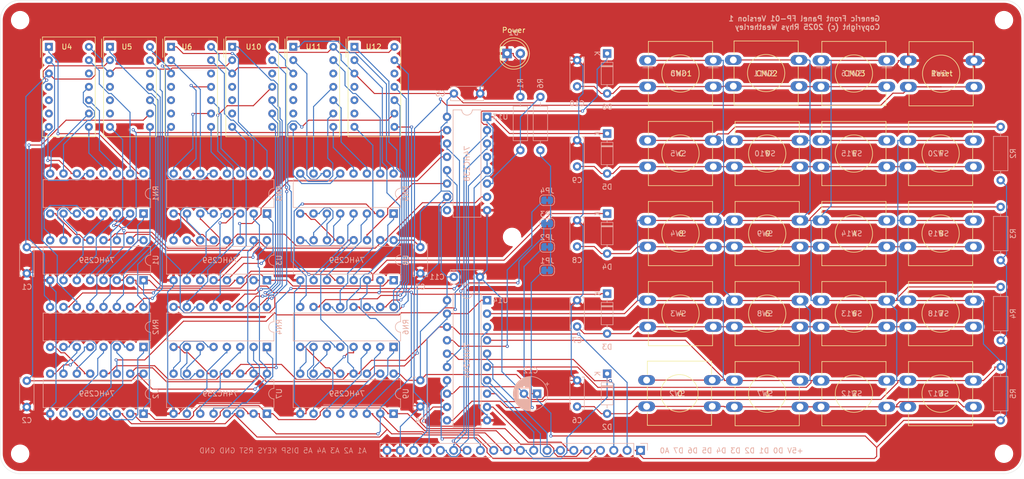
<source format=kicad_pcb>
(kicad_pcb (version 20240108) (generator "pcbnew") (generator_version "8.0")
  (layers (0 "F.Cu" signal) (31 "B.Cu" signal) (34 "B.Paste" user) (35 "F.Paste" user) (36 "B.SilkS" user "B.Silkscreen") (37 "F.SilkS" user "F.Silkscreen") (38 "B.Mask" user) (39 "F.Mask" user) (44 "Edge.Cuts" user))
  (net 0 "")
  (net 1 "GND")
  (net 2 "+5V")
  (net 3 "Net-(D1-A)")
  (net 4 "Net-(D2-A)")
  (net 5 "Net-(D3-A)")
  (net 6 "Net-(D4-A)")
  (net 7 "Net-(D5-A)")
  (net 8 "A0")
  (net 9 "A1")
  (net 10 "A2")
  (net 11 "A3")
  (net 12 "A4")
  (net 13 "Net-(RN1-R4.1)")
  (net 14 "Net-(RN1-R2.1)")
  (net 15 "Net-(RN1-R5.1)")
  (net 16 "Net-(RN1-R6.1)")
  (net 17 "Net-(RN1-R6.2)")
  (net 18 "Net-(RN1-R7.2)")
  (net 19 "Net-(RN1-R8.1)")
  (net 20 "Net-(RN1-R7.1)")
  (net 21 "Net-(RN1-R5.2)")
  (net 22 "Net-(RN1-R8.2)")
  (net 23 "Net-(RN1-R3.2)")
  (net 24 "Net-(RN1-R1.2)")
  (net 25 "Net-(RN1-R3.1)")
  (net 26 "Net-(RN1-R4.2)")
  (net 27 "Net-(RN1-R1.1)")
  (net 28 "Net-(RN1-R2.2)")
  (net 29 "Net-(RN2-R2.1)")
  (net 30 "Net-(RN2-R8.2)")
  (net 31 "Net-(RN2-R7.2)")
  (net 32 "Net-(RN2-R2.2)")
  (net 33 "Net-(RN2-R4.2)")
  (net 34 "Net-(RN2-R5.2)")
  (net 35 "Net-(RN2-R3.2)")
  (net 36 "Net-(RN2-R1.2)")
  (net 37 "Net-(RN2-R4.1)")
  (net 38 "Net-(RN2-R8.1)")
  (net 39 "Net-(RN2-R6.2)")
  (net 40 "Net-(RN2-R7.1)")
  (net 41 "Net-(RN2-R6.1)")
  (net 42 "Net-(RN2-R3.1)")
  (net 43 "Net-(RN2-R1.1)")
  (net 44 "Net-(RN2-R5.1)")
  (net 45 "Net-(RN3-R1.1)")
  (net 46 "Net-(RN3-R8.2)")
  (net 47 "Net-(RN3-R4.1)")
  (net 48 "Net-(RN3-R3.2)")
  (net 49 "Net-(RN3-R5.2)")
  (net 50 "Net-(RN3-R1.2)")
  (net 51 "Net-(RN3-R3.1)")
  (net 52 "Net-(RN3-R8.1)")
  (net 53 "Net-(RN3-R6.2)")
  (net 54 "Net-(RN3-R7.1)")
  (net 55 "Net-(RN3-R2.2)")
  (net 56 "Net-(RN3-R2.1)")
  (net 57 "Net-(RN3-R5.1)")
  (net 58 "Net-(RN3-R4.2)")
  (net 59 "Net-(RN3-R6.1)")
  (net 60 "Net-(RN3-R7.2)")
  (net 61 "Net-(RN4-R4.2)")
  (net 62 "Net-(RN4-R3.1)")
  (net 63 "Net-(RN4-R5.2)")
  (net 64 "Net-(RN4-R6.2)")
  (net 65 "Net-(RN4-R1.2)")
  (net 66 "Net-(RN4-R6.1)")
  (net 67 "Net-(RN4-R8.2)")
  (net 68 "Net-(RN4-R5.1)")
  (net 69 "Net-(RN4-R3.2)")
  (net 70 "Net-(RN4-R8.1)")
  (net 71 "Net-(RN4-R1.1)")
  (net 72 "Net-(RN4-R2.1)")
  (net 73 "Net-(RN4-R7.1)")
  (net 74 "Net-(RN4-R4.1)")
  (net 75 "Net-(RN4-R7.2)")
  (net 76 "Net-(RN4-R2.2)")
  (net 77 "Net-(RN5-R3.1)")
  (net 78 "Net-(RN5-R1.2)")
  (net 79 "Net-(RN5-R5.1)")
  (net 80 "Net-(RN5-R7.1)")
  (net 81 "Net-(RN5-R2.2)")
  (net 82 "Net-(RN5-R4.2)")
  (net 83 "Net-(RN5-R4.1)")
  (net 84 "Net-(RN5-R8.2)")
  (net 85 "Net-(RN5-R6.2)")
  (net 86 "Net-(RN5-R5.2)")
  (net 87 "Net-(RN5-R3.2)")
  (net 88 "Net-(RN5-R2.1)")
  (net 89 "Net-(RN5-R1.1)")
  (net 90 "Net-(RN5-R8.1)")
  (net 91 "Net-(RN5-R7.2)")
  (net 92 "Net-(RN5-R6.1)")
  (net 93 "Net-(RN6-R1.2)")
  (net 94 "Net-(RN6-R2.1)")
  (net 95 "Net-(RN6-R6.1)")
  (net 96 "Net-(RN6-R8.1)")
  (net 97 "Net-(RN6-R4.1)")
  (net 98 "Net-(RN6-R5.1)")
  (net 99 "Net-(RN6-R6.2)")
  (net 100 "Net-(RN6-R7.2)")
  (net 101 "Net-(RN6-R3.2)")
  (net 102 "Net-(RN6-R8.2)")
  (net 103 "Net-(RN6-R5.2)")
  (net 104 "Net-(RN6-R2.2)")
  (net 105 "Net-(RN6-R1.1)")
  (net 106 "Net-(RN6-R4.2)")
  (net 107 "Net-(RN6-R3.1)")
  (net 108 "Net-(RN6-R7.1)")
  (net 109 "Net-(U14-I0a)")
  (net 110 "Net-(U14-I1a)")
  (net 111 "Net-(U14-I2a)")
  (net 112 "Net-(U14-I3a)")
  (net 113 "~{SET_ALL}")
  (net 114 "~{DISP1}")
  (net 115 "D0")
  (net 116 "~{DISP2}")
  (net 117 "~{DISP3}")
  (net 130 "~{DISP4}")
  (net 131 "~{DISP5}")
  (net 132 "~{DISP6}")
  (net 146 "~{SEL_DISPLAY}")
  (net 147 "A5")
  (net 148 "~{RESET}")
  (net 149 "D3")
  (net 150 "D1")
  (net 151 "D4")
  (net 152 "D5")
  (net 153 "~{SEL_KEYPAD}")
  (net 154 "D6")
  (net 155 "D7")
  (net 156 "D2")
  (net 157 "Net-(D6-A)")
  (net 158 "Net-(JP1-B)")
  (net 159 "Net-(JP2-B)")
  (net 160 "Net-(JP3-B)")
  (net 161 "Net-(JP4-B)")
  (net 162 "Net-(JP1-A)")
  (footprint "Button_Switch_THT:SW_PUSH-12mm" (layer "F.Cu") (at 171.55 83.86)
    (property "Reference" "SW4")
    (property "Value" "8")
  )
  (footprint "Button_Switch_THT:SW_PUSH-12mm" (layer "F.Cu") (at 221.08 83.86)
    (property "Reference" "SW19")
    (property "Value" "B")
  )
  (footprint "Display_7Segment:MAN71A" (layer "F.Cu") (at 104.0775 50.8)
    (property "Reference" "U11")
    (property "Value" "MAN71A")
  )
  (footprint "Button_Switch_THT:SW_PUSH-12mm" (layer "F.Cu") (at 221.08 99.1)
    (property "Reference" "SW18")
    (property "Value" "7")
  )
  (footprint "Button_Switch_THT:SW_PUSH-12mm" (layer "F.Cu") (at 204.57 68.62)
    (property "Reference" "SW15")
    (property "Value" "E")
  )
  (footprint "Button_Switch_THT:SW_PUSH-12mm" (layer "F.Cu") (at 204.57 83.86)
    (property "Reference" "SW14")
    (property "Value" "A")
  )
  (footprint "Button_Switch_THT:SW_PUSH-12mm" (layer "F.Cu") (at 188.06 99.1)
    (property "Reference" "SW8")
    (property "Value" "5")
  )
  (footprint "MountingHole:MountingHole_3mm" (layer "F.Cu") (at 145.7325 86.995)
    (property "Reference" "H5" (hide yes))
    (property "Value" "3mm")
  )
  (footprint "Display_7Segment:MAN71A" (layer "F.Cu") (at 92.4425 50.8)
    (property "Reference" "U10")
    (property "Value" "MAN71A")
  )
  (footprint "Button_Switch_THT:SW_PUSH-12mm" (layer "F.Cu") (at 204.57 99.1)
    (property "Reference" "SW13")
    (property "Value" "6")
  )
  (footprint "LED_THT:LED_D5.0mm" (layer "F.Cu") (at 144.775 52.07)
    (property "Reference" "D1")
    (property "Value" "Power")
  )
  (footprint "Button_Switch_THT:SW_PUSH-12mm" (layer "F.Cu") (at 187.86 53.3)
    (property "Reference" "SW11")
    (property "Value" "CMD2")
  )
  (footprint "Button_Switch_THT:SW_PUSH-12mm" (layer "F.Cu") (at 221.08 114.34)
    (property "Reference" "SW17")
    (property "Value" "3")
  )
  (footprint "Button_Switch_THT:SW_PUSH-12mm" (layer "F.Cu") (at 171.35 114.26)
    (property "Reference" "SW2")
    (property "Value" "0")
  )
  (footprint "Button_Switch_THT:SW_PUSH-12mm" (layer "F.Cu") (at 221.18 53.42)
    (property "Reference" "SW1")
    (property "Value" "Reset")
  )
  (footprint "Display_7Segment:MAN71A" (layer "F.Cu") (at 69.1725 50.8)
    (property "Reference" "U5")
    (property "Value" "MAN71A")
  )
  (footprint "Button_Switch_THT:SW_PUSH-12mm" (layer "F.Cu") (at 188.06 114.34)
    (property "Reference" "SW7")
    (property "Value" "1")
  )
  (footprint "Button_Switch_THT:SW_PUSH-12mm" (layer "F.Cu") (at 171.55 53.38)
    (property "Reference" "SW6")
    (property "Value" "CMD1")
  )
  (footprint "MountingHole:MountingHole_3mm" (layer "F.Cu") (at 239.395 128.27)
    (property "Reference" "H3" (hide yes))
    (property "Value" "3mm")
  )
  (footprint "Button_Switch_THT:SW_PUSH-12mm" (layer "F.Cu") (at 188.06 68.62)
    (property "Reference" "SW10")
    (property "Value" "D")
  )
  (footprint "MountingHole:MountingHole_3mm" (layer "F.Cu") (at 239.395 45.72)
    (property "Reference" "H2" (hide yes))
    (property "Value" "3mm")
  )
  (footprint "Button_Switch_THT:SW_PUSH-12mm" (layer "F.Cu") (at 188.06 83.86)
    (property "Reference" "SW9")
    (property "Value" "9")
  )
  (footprint "MountingHole:MountingHole_3mm" (layer "F.Cu") (at 52.07 45.72)
    (property "Reference" "H1" (hide yes))
    (property "Value" "3mm")
  )
  (footprint "Display_7Segment:MAN71A" (layer "F.Cu") (at 115.7125 50.8)
    (property "Reference" "U12")
    (property "Value" "MAN71A")
  )
  (footprint "Button_Switch_THT:SW_PUSH-12mm" (layer "F.Cu") (at 171.55 68.62)
    (property "Reference" "SW5")
    (property "Value" "C")
  )
  (footprint "Button_Switch_THT:SW_PUSH-12mm" (layer "F.Cu") (at 204.57 53.38)
    (property "Reference" "SW16")
    (property "Value" "CMD3")
  )
  (footprint "Display_7Segment:MAN71A" (layer "F.Cu") (at 57.5375 50.8)
    (property "Reference" "U4")
    (property "Value" "MAN71A")
  )
  (footprint "Button_Switch_THT:SW_PUSH-12mm" (layer "F.Cu") (at 171.55 99.1)
    (property "Reference" "SW3")
    (property "Value" "4")
  )
  (footprint "Button_Switch_THT:SW_PUSH-12mm" (layer "F.Cu") (at 221.08 68.62)
    (property "Reference" "SW20")
    (property "Value" "F")
  )
  (footprint "Display_7Segment:MAN71A" (layer "F.Cu") (at 80.8075 50.8)
    (property "Reference" "U6")
    (property "Value" "MAN71A")
  )
  (footprint "Button_Switch_THT:SW_PUSH-12mm" (layer "F.Cu") (at 204.57 114.34)
    (property "Reference" "SW12")
    (property "Value" "2")
  )
  (footprint "MountingHole:MountingHole_3mm" (layer "F.Cu") (at 52.07 128.27)
    (property "Reference" "H4" (hide yes))
    (property "Value" "3mm")
  )
  (footprint "Jumper:SolderJumper-2_P1.3mm_Bridged_RoundedPad1.0x1.5mm" (layer "B.Cu") (at 152.415 84.455 180)
    (property "Reference" "JP3")
    (property "Value" "~")
  )
  (footprint "Package_DIP:DIP-16_W7.62mm" (layer "B.Cu") (at 123.175 107.95 90)
    (property "Reference" "RN6")
    (property "Value" "470R")
  )
  (footprint "Package_DIP:DIP-16_W7.62mm" (layer "B.Cu") (at 75.565 120.65 90)
    (property "Reference" "U2")
    (property "Value" "74HC259")
  )
  (footprint "Capacitor_THT:C_Disc_D6.0mm_W2.5mm_P5.00mm" (layer "B.Cu") (at 158.115 104.06 90)
    (property "Reference" "C7")
    (property "Value" "100pF")
  )
  (footprint "Package_DIP:DIP-16_W7.62mm" (layer "B.Cu") (at 75.565 107.95 90)
    (property "Reference" "RN2")
    (property "Value" "470R")
  )
  (footprint "Package_DIP:DIP-16_W7.62mm" (layer "B.Cu") (at 123.175 120.65 90)
    (property "Reference" "U9")
    (property "Value" "74HC259")
  )
  (footprint "Capacitor_THT:C_Disc_D6.0mm_W2.5mm_P5.00mm" (layer "B.Cu") (at 128.27 88.94 -90)
    (property "Reference" "C3")
    (property "Value" "100nF")
  )
  (footprint "Diode_THT:D_DO-35_SOD27_P7.62mm_Horizontal" (layer "B.Cu") (at 163.83 52.07 -90)
    (property "Reference" "D6")
    (property "Value" "1N4148")
  )
  (footprint "Jumper:SolderJumper-2_P1.3mm_Bridged_RoundedPad1.0x1.5mm" (layer "B.Cu") (at 152.415 93.345 180)
    (property "Reference" "JP1")
    (property "Value" "~")
  )
  (footprint "Connector_PinSocket_2.54mm:PinSocket_1x20_P2.54mm_Vertical" (layer "B.Cu") (at 170.18 127.635 90)
    (property "Reference" "J1" (hide yes))
    (property "Value" "Interface")
  )
  (footprint "Package_DIP:DIP-16_W7.62mm" (layer "B.Cu") (at 123.19 95.24 90)
    (property "Reference" "U8")
    (property "Value" "74HC259")
  )
  (footprint "Package_DIP:DIP-16_W7.62mm" (layer "B.Cu") (at 75.565 82.55 90)
    (property "Reference" "RN1")
    (property "Value" "470R")
  )
  (footprint "Capacitor_THT:C_Disc_D6.0mm_W2.5mm_P5.00mm" (layer "B.Cu") (at 158.115 58.34 90)
    (property "Reference" "C10")
    (property "Value" "100pF")
  )
  (footprint "Package_DIP:DIP-16_W7.62mm" (layer "B.Cu") (at 99.06 120.65 90)
    (property "Reference" "U7")
    (property "Value" "74HC259")
  )
  (footprint "Package_DIP:DIP-20_W7.62mm" (layer "B.Cu") (at 140.97 99.06 180)
    (property "Reference" "U14")
    (property "Value" "74HC244")
  )
  (footprint "Resistor_THT:R_Axial_DIN0207_L6.3mm_D2.5mm_P10.16mm_Horizontal" (layer "B.Cu") (at 238.76 106.68 90)
    (property "Reference" "R4")
    (property "Value" "4K7")
  )
  (footprint "Capacitor_THT:C_Disc_D6.0mm_W2.5mm_P5.00mm" (layer "B.Cu") (at 134.62 94.615)
    (property "Reference" "C11")
    (property "Value" "100nF")
  )
  (footprint "Diode_THT:D_DO-35_SOD27_P7.62mm_Horizontal" (layer "B.Cu") (at 163.83 113.03 -90)
    (property "Reference" "D2")
    (property "Value" "1N4148")
  )
  (footprint "Diode_THT:D_DO-35_SOD27_P7.62mm_Horizontal" (layer "B.Cu") (at 163.83 67.31 -90)
    (property "Reference" "D5")
    (property "Value" "1N4148")
  )
  (footprint "Resistor_THT:R_Axial_DIN0207_L6.3mm_D2.5mm_P10.16mm_Horizontal" (layer "B.Cu") (at 151.13 60.325 -90)
    (property "Reference" "R6")
    (property "Value" "4K7")
  )
  (footprint "Capacitor_THT:C_Disc_D6.0mm_W2.5mm_P5.00mm" (layer "B.Cu") (at 53.34 114.38 -90)
    (property "Reference" "C2")
    (property "Value" "100nF")
  )
  (footprint "Diode_THT:D_DO-35_SOD27_P7.62mm_Horizontal" (layer "B.Cu") (at 163.83 82.55 -90)
    (property "Reference" "D4")
    (property "Value" "1N4148")
  )
  (footprint "Capacitor_THT:C_Disc_D6.0mm_W2.5mm_P5.00mm" (layer "B.Cu") (at 134.66 59.69)
    (property "Reference" "C5")
    (property "Value" "100nF")
  )
  (footprint "Package_DIP:DIP-16_W7.62mm" (layer "B.Cu") (at 75.565 95.25 90)
    (property "Reference" "U1")
    (property "Value" "74HC259")
  )
  (footprint "Package_DIP:DIP-16_W7.62mm" (layer "B.Cu") (at 99.075 82.55 90)
    (property "Reference" "RN3")
    (property "Value" "470R")
  )
  (footprint "Capacitor_THT:C_Disc_D6.0mm_W2.5mm_P5.00mm" (layer "B.Cu") (at 128.27 114.3 -90)
    (property "Reference" "C4")
    (property "Value" "100nF")
  )
  (footprint "Capacitor_THT:C_Disc_D6.0mm_W2.5mm_P5.00mm" (layer "B.Cu") (at 158.115 119.3 90)
    (property "Reference" "C6")
    (property "Value" "100pF")
  )
  (footprint "Capacitor_THT:CP_Radial_D6.3mm_P2.50mm" (layer "B.Cu") (at 150.495 116.84 180)
    (property "Reference" "C12")
    (property "Value" "47uF")
  )
  (footprint "Package_DIP:DIP-16_W7.62mm" (layer "B.Cu") (at 140.97 64.135 180)
    (property "Reference" "U13")
    (property "Value" "74HC138")
  )
  (footprint "Capacitor_THT:C_Disc_D6.0mm_W2.5mm_P5.00mm" (layer "B.Cu") (at 53.34 88.94 -90)
    (property "Reference" "C1")
    (property "Value" "100nF")
  )
  (footprint "Jumper:SolderJumper-2_P1.3mm_Bridged_RoundedPad1.0x1.5mm" (layer "B.Cu") (at 152.415 80.01 180)
    (property "Reference" "JP4")
    (property "Value" "~")
  )
  (footprint "Resistor_THT:R_Axial_DIN0207_L6.3mm_D2.5mm_P10.16mm_Horizontal" (layer "B.Cu") (at 238.76 121.92 90)
    (property "Reference" "R5")
    (property "Value" "4K7")
  )
  (footprint "Capacitor_THT:C_Disc_D6.0mm_W2.5mm_P5.00mm" (layer "B.Cu") (at 158.115 88.82 90)
    (property "Reference" "C8")
    (property "Value" "100pF")
  )
  (footprint "Resistor_THT:R_Axial_DIN0207_L6.3mm_D2.5mm_P10.16mm_Horizontal" (layer "B.Cu") (at 238.76 91.44 90)
    (property "Reference" "R3")
    (property "Value" "4K7")
  )
  (footprint "Package_DIP:DIP-16_W7.62mm" (layer "B.Cu") (at 99.06 95.25 90)
    (property "Reference" "U3")
    (property "Value" "74HC259")
  )
  (footprint "Diode_THT:D_DO-35_SOD27_P7.62mm_Horizontal" (layer "B.Cu") (at 163.83 97.79 -90)
    (property "Reference" "D3")
    (property "Value" "1N4148")
  )
  (footprint "Package_DIP:DIP-16_W7.62mm" (layer "B.Cu") (at 99.06 107.95 90)
    (property "Reference" "RN4")
    (property "Value" "470R")
  )
  (footprint "Jumper:SolderJumper-2_P1.3mm_Bridged_RoundedPad1.0x1.5mm" (layer "B.Cu") (at 152.415 88.9 180)
    (property "Reference" "JP2")
    (property "Value" "~")
  )
  (footprint "Capacitor_THT:C_Disc_D6.0mm_W2.5mm_P5.00mm" (layer "B.Cu") (at 158.115 73.58 90)
    (property "Reference" "C9")
    (property "Value" "100pF")
  )
  (footprint "Resistor_THT:R_Axial_DIN0207_L6.3mm_D2.5mm_P10.16mm_Horizontal" (layer "B.Cu") (at 147.32 70.485 90)
    (property "Reference" "R1")
    (property "Value" "220R")
  )
  (footprint "Package_DIP:DIP-16_W7.62mm" (layer "B.Cu") (at 123.175 82.55 90)
    (property "Reference" "RN5")
    (property "Value" "470R")
  )
  (footprint "Resistor_THT:R_Axial_DIN0207_L6.3mm_D2.5mm_P10.16mm_Horizontal" (layer "B.Cu") (at 238.76 76.2 90)
    (property "Reference" "R2")
    (property "Value" "4K7")
  )
  (gr_arc (start 243.205 128.27) (mid 242.089077 130.964077) (end 239.395 132.08) (stroke (width 0.05)) (layer "Edge.Cuts"))
  (gr_arc (start 52.07 132.08) (mid 49.375923 130.964077) (end 48.26 128.27) (stroke (width 0.05)) (layer "Edge.Cuts"))
  (gr_arc (start 48.26 45.72) (mid 49.375923 43.025923) (end 52.07 41.91) (stroke (width 0.05)) (layer "Edge.Cuts"))
  (gr_line (start 52.07 132.08) (end 239.395 132.08) (stroke (width 0.05)) (layer "Edge.Cuts"))
  (gr_line (start 243.205 128.27) (end 243.205 45.72) (stroke (width 0.05)) (layer "Edge.Cuts"))
  (gr_line (start 239.395 41.91) (end 52.07 41.91) (stroke (width 0.05)) (layer "Edge.Cuts"))
  (gr_arc (start 239.395 41.91) (mid 242.089077 43.025923) (end 243.205 45.72) (stroke (width 0.05)) (layer "Edge.Cuts"))
  (gr_line (start 48.26 45.72) (end 48.26 128.27) (stroke (width 0.05)) (layer "Edge.Cuts"))
  (gr_text "+5V D0 D1 D2 D3 D4 D5 D6 D7 A0" (at 201.295 128.27 -0) (layer "B.SilkS") (effects (font (size 1 1)) (justify left bottom mirror)))
  (gr_text "A1 A2 A3 A4 A5 DISP KEYS RST GND GND" (at 118.11 128.27 -0) (layer "B.SilkS") (effects (font (size 1 1) (thickness 0.1)) (justify left bottom mirror)))
  (gr_text "Generic Front Panel FP-01 Version 1\nCopyright (c) 2025 Rhys Weatherley" (at 215.9 47.625 0) (layer "B.SilkS") (effects (font (size 1 1) (thickness 0.2) (bold yes)) (justify left bottom mirror)))
  (segment (start 138.5058 93.5008) (end 139.62 94.615) (width 0.2) (layer "F.Cu") (net 1))
  (segment (start 81.28 95.25) (end 80.1783 95.25) (width 0.2) (layer "F.Cu") (net 1))
  (segment (start 233.68 53.42) (end 221.18 53.42) (width 0.2) (layer "F.Cu") (net 1))
  (segment (start 151.5967 117.765) (end 151.5967 117.6525) (width 0.2) (layer "F.Cu") (net 1))
  (segment (start 218.3276 54.65) (end 159.425 54.65) (width 0.2) (layer "F.Cu") (net 1))
  (segment (start 128.9205 122.0339) (end 129.9247 123.0381) (width 0.2) (layer "F.Cu") (net 1))
  (segment (start 78.6431 93.7148) (end 53.5652 93.7148) (width 0.2) (layer "F.Cu") (net 1))
  (segment (start 105.395 120.65) (end 106.4967 120.65) (width 0.2) (layer "F.Cu") (net 1))
  (segment (start 159.425 54.65) (end 158.115 53.34) (width 0.2) (layer "F.Cu") (net 1))
  (segment (start 146.8712 53.34) (end 145.9767 52.4455) (width 0.2) (layer "F.Cu") (net 1))
  (segment (start 128.7092 93.5008) (end 138.5058 93.5008) (width 0.2) (layer "F.Cu") (net 1))
  (segment (start 128.27 93.94) (end 128.7092 93.5008) (width 0.2) (layer "F.Cu") (net 1))
  (segment (start 106.6656 119.1311) (end 106.4967 119.3) (width 0.2) (layer "F.Cu") (net 1))
  (segment (start 154.9492 114.3) (end 158.115 114.3) (width 0.2) (layer "F.Cu") (net 1))
  (segment (start 147.995 116.84) (end 149.0967 117.9417) (width 0.2) (layer "F.Cu") (net 1))
  (segment (start 80.1783 95.25) (end 78.6431 93.7148) (width 0.2) (layer "F.Cu") (net 1))
  (segment (start 145.9767 52.4455) (end 145.9767 52.07) (width 0.2) (layer "F.Cu") (net 1))
  (segment (start 81.28 120.65) (end 82.3817 120.65) (width 0.2) (layer "F.Cu") (net 1))
  (segment (start 53.5652 93.7148) (end 53.34 93.94) (width 0.2) (layer "F.Cu") (net 1))
  (segment (start 54.61 120.65) (end 53.34 119.38) (width 0.2) (layer "F.Cu") (net 1))
  (segment (start 144.775 52.07) (end 145.9767 52.07) (width 0.2) (layer "F.Cu") (net 1))
  (segment (start 219.2783 53.6993) (end 218.3276 54.65) (width 0.2) (layer "F.Cu") (net 1))
  (segment (start 140.97 121.92) (end 139.8683 121.92) (width 0.2) (layer "F.Cu") (net 1))
  (segment (start 105.9206 118.7239) (end 84.1701 118.7239) (width 0.2) (layer "F.Cu") (net 1))
  (segment (start 82.3817 120.5123) (end 82.3817 120.65) (width 0.2) (layer "F.Cu") (net 1))
  (segment (start 106.4967 120.65) (end 106.4967 119.3) (width 0.2) (layer "F.Cu") (net 1))
  (segment (start 149.0967 117.9417) (end 151.42 117.9417) (width 0.2) (layer "F.Cu") (net 1))
  (segment (start 128.1011 119.1311) (end 106.6656 119.1311) (width 0.2) (layer "F.Cu") (net 1))
  (segment (start 121.92 127.635) (end 124.46 127.635) (width 0.2) (layer "F.Cu") (net 1))
  (segment (start 219.2783 53.42) (end 219.2783 53.6993) (width 0.2) (layer "F.Cu") (net 1))
  (segment (start 106.4967 119.3) (end 105.9206 118.7239) (width 0.2) (layer "F.Cu") (net 1))
  (segment (start 221.18 53.42) (end 219.2783 53.42) (width 0.2) (layer "F.Cu") (net 1))
  (segment (start 84.1701 118.7239) (end 82.3817 120.5123) (width 0.2) (layer "F.Cu") (net 1))
  (segment (start 151.5967 117.6525) (end 154.9492 114.3) (width 0.2) (layer "F.Cu") (net 1))
  (segment (start 128.27 119.3) (end 128.1011 119.1311) (width 0.2) (layer "F.Cu") (net 1))
  (segment (start 158.115 53.34) (end 146.8712 53.34) (width 0.2) (layer "F.Cu") (net 1))
  (segment (start 138.7502 123.0381) (end 139.8683 121.92) (width 0.2) (layer "F.Cu") (net 1))
  (segment (start 129.9247 123.0381) (end 138.7502 123.0381) (width 0.2) (layer "F.Cu") (net 1))
  (segment (start 54.65 95.25) (end 53.34 93.94) (width 0.2) (layer "F.Cu") (net 1))
  (segment (start 57.785 120.65) (end 54.61 120.65) (width 0.2) (layer "F.Cu") (net 1))
  (segment (start 57.785 95.25) (end 54.65 95.25) (width 0.2) (layer "F.Cu") (net 1))
  (segment (start 151.42 117.9417) (end 151.5967 117.765) (width 0.2) (layer "F.Cu") (net 1))
  (via (at 128.9205 122.0339) (size 0.6) (drill 0.3) (layers "F.Cu" "B.Cu") (net 1))
  (segment (start 105.41 95.24) (end 105.41 96.3417) (width 0.2) (layer "B.Cu") (net 1))
  (segment (start 143.7978 98.7928) (end 143.7978 112.6428) (width 0.2) (layer "B.Cu") (net 1))
  (segment (start 139.66 58.3867) (end 139.66 59.69) (width 0.2) (layer "B.Cu") (net 1))
  (segment (start 128.9205 119.9505) (end 128.9205 122.0339) (width 0.2) (layer "B.Cu") (net 1))
  (segment (start 159.2436 69.3946) (end 158.429 68.58) (width 0.2) (layer "B.Cu") (net 1))
  (segment (start 158.429 60.466) (end 159.2184 59.6766) (width 0.2) (layer "B.Cu") (net 1))
  (segment (start 124.46 123.11) (end 124.46 126.4833) (width 0.2) (layer "B.Cu") (net 1))
  (segment (start 81.28 95.25) (end 81.28 96.3517) (width 0.2) (layer "B.Cu") (net 1))
  (segment (start 140.97 93.265) (end 139.62 94.615) (width 0.2) (layer "B.Cu") (net 1))
  (segment (start 104.2912 97.4605) (end 104.2912 118.4445) (width 0.2) (layer "B.Cu") (net 1))
  (segment (start 139.62 94.615) (end 143.7978 98.7928) (width 0.2) (layer "B.Cu") (net 1))
  (segment (start 159.2436 84.9486) (end 158.115 83.82) (width 0.2) (layer "B.Cu") (net 1))
  (segment (start 144.775 52.07) (end 144.775 53.2717) (width 0.2) (layer "B.Cu") (net 1))
  (segment (start 158.115 114.3) (end 157.0063 113.1913) (width 0.2) (layer "B.Cu") (net 1))
  (segment (start 128.27 119.3) (end 128.9205 119.9505) (width 0.2) (layer "B.Cu") (net 1))
  (segment (start 157.0063 113.1913) (end 157.0063 100.1687) (width 0.2) (layer "B.Cu") (net 1))
  (segment (start 105.41 96.3417) (end 104.2912 97.4605) (width 0.2) (layer "B.Cu") (net 1))
  (segment (start 159.2184 54.4434) (end 158.115 53.34) (width 0.2) (layer "B.Cu") (net 1))
  (segment (start 144.775 53.2717) (end 139.66 58.3867) (width 0.2) (layer "B.Cu") (net 1))
  (segment (start 105.395 120.65) (end 105.395 119.5483) (width 0.2) (layer "B.Cu") (net 1))
  (segment (start 139.62 94.615) (end 139.4352 94.7998) (width 0.2) (layer "B.Cu") (net 1))
  (segment (start 140.97 81.915) (end 140.97 93.265) (width 0.2) (layer "B.Cu") (net 1))
  (segment (start 57.785 120.65) (end 57.785 119.5483) (width 0.2) (layer "B.Cu") (net 1))
  (segment (start 140.97 121.92) (end 140.97 120.8183) (width 0.2) (layer "B.Cu") (net 1))
  (segment (start 158.115 83.82) (end 159.2436 82.6914) (width 0.2) (layer "B.Cu") (net 1))
  (segment (start 140.7417 120.8183) (end 140.97 120.8183) (width 0.2) (layer "B.Cu") (net 1))
  (segment (start 58.8962 97.4629) (end 57.785 96.3517) (width 0.2) (layer "B.Cu") (net 1))
  (segment (start 58.8962 118.4371) (end 58.8962 97.4629) (width 0.2) (layer "B.Cu") (net 1))
  (segment (start 158.429 68.58) (end 158.115 68.58) (width 0.2) (layer "B.Cu") (net 1))
  (segment (start 158.115 99.06) (end 159.2436 97.9314) (width 0.2) (layer "B.Cu") (net 1))
  (segment (start 157.0063 100.1687) (end 158.115 99.06) (width 0.2) (layer "B.Cu") (net 1))
  (segment (start 81.28 120.65) (end 81.28 119.5483) (width 0.2) (layer "B.Cu") (net 1))
  (segment (start 80.1638 97.4679) (end 81.28 96.3517) (width 0.2) (layer "B.Cu") (net 1))
  (segment (start 139.4352 94.7998) (end 139.4352 119.5118) (width 0.2) (layer "B.Cu") (net 1))
  (segment (start 80.1638 118.4321) (end 80.1638 97.4679) (width 0.2) (layer "B.Cu") (net 1))
  (segment (start 159.2436 97.9314) (end 159.2436 84.9486) (width 0.2) (layer "B.Cu") (net 1))
  (segment (start 57.785 119.5483) (end 58.8962 118.4371) (width 0.2) (layer "B.Cu") (net 1))
  (segment (start 139.4352 119.5118) (end 140.7417 120.8183) (width 0.2) (layer "B.Cu") (net 1))
  (segment (start 159.2436 82.6914) (end 159.2436 69.3946) (width 0.2) (layer "B.Cu") (net 1))
  (segment (start 81.28 119.5483) (end 80.1638 118.4321) (width 0.2) (layer "B.Cu") (net 1))
  (segment (start 57.785 95.25) (end 57.785 96.3517) (width 0.2) (layer "B.Cu") (net 1))
  (segment (start 158.429 68.58) (end 158.429 60.466) (width 0.2) (layer "B.Cu") (net 1))
  (segment (start 104.2912 118.4445) (end 105.395 119.5483) (width 0.2) (layer "B.Cu") (net 1))
  (segment (start 159.2184 59.6766) (end 159.2184 54.4434) (width 0.2) (layer "B.Cu") (net 1))
  (segment (start 128.27 119.3) (end 124.46 123.11) (width 0.2) (layer "B.Cu") (net 1))
  (segment (start 124.46 127.635) (end 124.46 126.4833) (width 0.2) (layer "B.Cu") (net 1))
  (segment (start 143.7978 112.6428) (end 147.995 116.84) (width 0.2) (layer "B.Cu") (net 1))
  (segment (start 70.2242 54.8283) (end 78.1851 54.8283) (width 0.2) (layer "F.Cu") (net 2))
  (segment (start 136.4325 61.4625) (end 134.66 59.69) (width 0.2) (layer "F.Cu") (net 2))
  (segment (start 93.5538 54.7687) (end 92.4425 55.88) (width 0.2) (layer "F.Cu") (net 2))
  (segment (start 77.2717 115.9761) (end 96.7769 115.9761) (width 0.2) (layer "F.Cu") (net 2))
  (segment (start 80.8075 55.88) (end 80.8075 55.0472) (width 0.2) (layer "F.Cu") (net 2))
  (segment (start 169.1946 127.635) (end 170.7465 129.1869) (width 0.2) (layer "F.Cu") (net 2))
  (segment (start 75.565 87.63) (end 74.4633 87.63) (width 0.2) (layer "F.Cu") (net 2))
  (segment (start 170.18 127.635) (end 169.1946 127.635) (width 0.2) (layer "F.Cu") (net 2))
  (segment (start 74.4633 113.03) (end 74.4633 113.1677) (width 0.2) (layer "F.Cu") (net 2))
  (segment (start 78.1851 54.8283) (end 78.404 55.0472) (width 0.2) (layer "F.Cu") (net 2))
  (segment (start 80.8075 55.0472) (end 81.0264 54.8283) (width 0.2) (layer "F.Cu") (net 2))
  (segment (start 115.7125 55.88) (end 119.5225 59.69) (width 0.2) (layer "F.Cu") (net 2))
  (segment (start 119.5225 59.69) (end 134.66 59.69) (width 0.2) (layer "F.Cu") (net 2))
  (segment (start 57.5375 55.88) (end 58.5892 56.9317) (width 0.2) (layer "F.Cu") (net 2))
  (segment (start 100.0625 50.8) (end 101.1142 51.8517) (width 0.2) (layer "F.Cu") (net 2))
  (segment (start 128.27 114.3) (end 125.5467 114.3) (width 0.2) (layer "F.Cu") (net 2))
  (segment (start 78.404 55.0472) (end 80.8075 55.0472) (width 0.2) (layer "F.Cu") (net 2))
  (segment (start 104.0775 55.88) (end 102.9662 54.7687) (width 0.2) (layer "F.Cu") (net 2))
  (segment (start 150.495 116.84) (end 149.3933 116.84) (width 0.2) (layer "F.Cu") (net 2))
  (segment (start 215.1502 128.7687) (end 215.1502 127.067) (width 0.2) (layer "F.Cu") (net 2))
  (segment (start 149.9925 61.4625) (end 136.4325 61.4625) (width 0.2) (layer "F.Cu") (net 2))
  (segment (start 123.3325 50.8) (end 122.2746 51.8579) (width 0.2) (layer "F.Cu") (net 2))
  (segment (start 73.291 88.94) (end 53.34 88.94) (width 0.2) (layer "F.Cu") (net 2))
  (segment (start 68.1223 54.8298) (end 69.1725 55.88) (width 0.2) (layer "F.Cu") (net 2))
  (segment (start 126.95 87.62) (end 128.27 88.94) (width 0.2) (layer "F.Cu") (net 2))
  (segment (start 215.1502 127.067) (end 212.9752 124.892) (width 0.2) (layer "F.Cu") (net 2))
  (segment (start 214.732 129.1869) (end 215.1502 128.7687) (width 0.2) (layer "F.Cu") (net 2))
  (segment (start 146.5683 113.1887) (end 149.3933 116.0137) (width 0.2) (layer "F.Cu") (net 2))
  (segment (start 170.7465 129.1869) (end 214.732 129.1869) (width 0.2) (layer "F.Cu") (net 2))
  (segment (start 81.0264 54.8283) (end 91.3908 54.8283) (width 0.2) (layer "F.Cu") (net 2))
  (segment (start 74.4633 113.1677) (end 77.2717 115.9761) (width 0.2) (layer "F.Cu") (net 2))
  (segment (start 128.27 114.3) (end 129.3813 113.1887) (width 0.2) (layer "F.Cu") (net 2))
  (segment (start 123.19 87.62) (end 126.95 87.62) (width 0.2) (layer "F.Cu") (net 2))
  (segment (start 149.3933 116.0137) (end 149.3933 116.84) (width 0.2) (layer "F.Cu") (net 2))
  (segment (start 66.3739 56.151) (end 66.3739 54.8298) (width 0.2) (layer "F.Cu") (net 2))
  (segment (start 122.2746 51.8579) (end 112.7554 51.8579) (width 0.2) (layer "F.Cu") (net 2))
  (segment (start 212.9752 124.892) (end 153.1264 124.892) (width 0.2) (layer "F.Cu") (net 2))
  (segment (start 91.3908 54.8283) (end 92.4425 55.88) (width 0.2) (layer "F.Cu") (net 2))
  (segment (start 75.565 113.03) (end 74.4633 113.03) (width 0.2) (layer "F.Cu") (net 2))
  (segment (start 129.3813 113.1887) (end 146.5683 113.1887) (width 0.2) (layer "F.Cu") (net 2))
  (segment (start 151.13 60.325) (end 149.9925 61.4625) (width 0.2) (layer "F.Cu") (net 2))
  (segment (start 58.5892 56.9317) (end 65.5932 56.9317) (width 0.2) (layer "F.Cu") (net 2))
  (segment (start 69.1725 55.88) (end 70.2242 54.8283) (width 0.2) (layer "F.Cu") (net 2))
  (segment (start 112.7554 51.8579) (end 111.6975 50.8) (width 0.2) (layer "F.Cu") (net 2))
  (segment (start 74.4633 113.1677) (end 73.251 114.38) (width 0.2) (layer "F.Cu") (net 2))
  (segment (start 74.4633 87.63) (end 74.4633 87.7677) (width 0.2) (layer "F.Cu") (net 2))
  (segment (start 74.4633 87.7677) (end 73.291 88.94) (width 0.2) (layer "F.Cu") (net 2))
  (segment (start 65.5932 56.9317) (end 66.3739 56.151) (width 0.2) (layer "F.Cu") (net 2))
  (segment (start 101.1142 51.8517) (end 110.6458 51.8517) (width 0.2) (layer "F.Cu") (net 2))
  (segment (start 220.2972 121.92) (end 215.1502 127.067) (width 0.2) (layer "F.Cu") (net 2))
  (segment (start 66.3739 54.8298) (end 68.1223 54.8298) (width 0.2) (layer "F.Cu") (net 2))
  (segment (start 238.76 121.92) (end 220.2972 121.92) (width 0.2) (layer "F.Cu") (net 2))
  (segment (start 125.5467 114.3) (end 124.2767 113.03) (width 0.2) (layer "F.Cu") (net 2))
  (segment (start 123.175 113.03) (end 124.2767 113.03) (width 0.2) (layer "F.Cu") (net 2))
  (segment (start 73.251 114.38) (end 53.34 114.38) (width 0.2) (layer "F.Cu") (net 2))
  (segment (start 102.9662 54.7687) (end 93.5538 54.7687) (width 0.2) (layer "F.Cu") (net 2))
  (segment (start 110.6458 51.8517) (end 111.6975 50.8) (width 0.2) (layer "F.Cu") (net 2))
  (via (at 153.1264 124.892) (size 0.6) (drill 0.3) (layers "F.Cu" "B.Cu") (net 2))
  (via (at 96.7769 115.9761) (size 0.6) (drill 0.3) (layers "F.Cu" "B.Cu") (net 2))
  (segment (start 142.0717 76.835) (end 142.0717 75.7333) (width 0.2) (layer "B.Cu") (net 2))
  (segment (start 128.2822 105.0012) (end 133.1217 100.1617) (width 0.2) (layer "B.Cu") (net 2))
  (segment (start 97.4005 90.3912) (end 97.4005 92.6673) (width 0.2) (layer "B.Cu") (net 2))
  (segment (start 54.4445 113.2755) (end 53.34 114.38) (width 0.2) (layer "B.Cu") (net 2))
  (segment (start 134.4517 78.9186) (end 133.8064 78.2733) (width 0.2) (layer "B.Cu") (net 2))
  (segment (start 67.6827 53.3252) (end 65.1575 50.8) (width 0.2) (layer "B.Cu") (net 2))
  (segment (start 133.2072 80.4767) (end 133.8064 80.4767) (width 0.2) (layer "B.Cu") (net 2))
  (segment (start 133.1217 100.1617) (end 133.35 100.1617) (width 0.2) (layer "B.Cu") (net 2))
  (segment (start 239.8617 107.7817) (end 238.76 106.68) (width 0.2) (layer "B.Cu") (net 2))
  (segment (start 113.1873 52.2898) (end 111.6975 50.8) (width 0.2) (layer "B.Cu") (net 2))
  (segment (start 80.8075 55.2479) (end 76.7925 51.2329) (width 0.2) (layer "B.Cu") (net 2))
  (segment (start 239.8768 92.5568) (end 239.8768 105.5632) (width 0.2) (layer "B.Cu") (net 2))
  (segment (start 132.2264 78.2733) (end 132.2264 66.132) (width 0.2) (layer "B.Cu") (net 2))
  (segment (start 128.2822 114.2878) (end 128.2822 105.0012) (width 0.2) (layer "B.Cu") (net 2))
  (segment (start 89.9173 52.2898) (end 88.4275 50.8) (width 0.2) (layer "B.Cu") (net 2))
  (segment (start 239.8768 105.5632) (end 238.76 106.68) (width 0.2) (layer "B.Cu") (net 2))
  (segment (start 128.27 82.2297) (end 132.2264 78.2733) (width 0.2) (layer "B.Cu") (net 2))
  (segment (start 54.4445 90.0445) (end 54.4445 113.2755) (width 0.2) (layer "B.Cu") (net 2))
  (segment (start 133.1217 65.2367) (end 133.35 65.2367) (width 0.2) (layer "B.Cu") (net 2))
  (segment (start 53.1551 60.2624) (end 53.1551 88.7551) (width 0.2) (layer "B.Cu") (net 2))
  (segment (start 134.4517 79.8314) (end 134.4517 78.9186) (width 0.2) (layer "B.Cu") (net 2))
  (segment (start 76.7925 51.2329) (end 76.7925 50.8) (width 0.2) (layer "B.Cu") (net 2))
  (segment (start 97.6354 97.5098) (end 97.6354 110.5037) (width 0.2) (layer "B.Cu") (net 2))
  (segment (start 133.35 64.135) (end 133.35 65.2367) (width 0.2) (layer "B.Cu") (net 2))
  (segment (start 239.8617 120.8183) (end 239.8617 107.7817) (width 0.2) (layer "B.Cu") (net 2))
  (segment (start 133.35 61) (end 133.35 64.135) (width 0.2) (layer "B.Cu") (net 2))
  (segment (start 134.62 94.615) (end 133.35 94.615) (width 0.2) (layer "B.Cu") (net 2))
  (segment (start 142.0717 75.7333) (end 147.32 70.485) (width 0.2) (layer "B.Cu") (net 2))
  (segment (start 133.35 94.615) (end 132.2296 93.4946) (width 0.2) (layer "B.Cu") (net 2))
  (segment (start 151.13 60.325) (end 147.32 64.135) (width 0.2) (layer "B.Cu") (net 2))
  (segment (start 53.34 88.94) (end 54.4445 90.0445) (width 0.2) (layer "B.Cu") (net 2))
  (segment (start 128.27 114.3) (end 128.2822 114.2878) (width 0.2) (layer "B.Cu") (net 2))
  (segment (start 67.6827 54.3902) (end 67.6827 53.3252) (width 0.2) (layer "B.Cu") (net 2))
  (segment (start 140.97 76.835) (end 142.0717 76.835) (width 0.2) (layer "B.Cu") (net 2))
  (segment (start 115.7125 55.88) (end 113.1873 53.3548) (width 0.2) (layer "B.Cu") (net 2))
  (segment (start 57.5375 55.88) (end 53.1551 60.2624) (width 0.2) (layer "B.Cu") (net 2))
  (segment (start 133.35 99.06) (end 133.35 100.1617) (width 0.2) (layer "B.Cu") (net 2))
  (segment (start 97.353 97.2274) (end 97.6354 97.5098) (width 0.2) (layer "B.Cu") (net 2))
  (segment (start 97.353 96.7292) (end 97.353 97.2274) (width 0.2) (layer "B.Cu") (net 2))
  (segment (start 133.8064 78.2733) (end 132.2264 78.2733) (width 0.2) (layer "B.Cu") (net 2))
  (segment (start 97.6354 92.9022) (end 97.6354 96.4468) (width 0.2) (layer "B.Cu") (net 2))
  (segment (start 153.1264 120.5731) (end 150.495 117.9417) (width 0.2) (layer "B.Cu") (net 2))
  (segment (start 239.8768 77.3168) (end 239.8768 90.3232) (width 0.2) (layer "B.Cu") (net 2))
  (segment (start 97.6354 110.5037) (end 99.06 111.9283) (width 0.2) (layer "B.Cu") (net 2))
  (segment (start 80.8075 55.88) (end 80.8075 55.2479) (width 0.2) (layer "B.Cu") (net 2))
  (segment (start 238.76 121.92) (end 239.8617 120.8183) (width 0.2) (layer "B.Cu") (net 2))
  (segment (start 147.32 64.135) (end 147.32 70.485) (width 0.2) (layer "B.Cu") (net 2))
  (segment (start 113.1873 53.3548) (end 113.1873 52.2898) (width 0.2) (layer "B.Cu") (net 2))
  (segment (start 150.495 116.84) (end 150.495 117.9417) (width 0.2) (layer "B.Cu") (net 2))
  (segment (start 132.2264 66.132) (end 133.1217 65.2367) (width 0.2) (layer "B.Cu") (net 2))
  (segment (start 133.35 94.615) (end 133.35 99.06) (width 0.2) (layer "B.Cu") (net 2))
  (segment (start 97.4005 92.6673) (end 97.6354 92.9022) (width 0.2) (layer "B.Cu") (net 2))
  (segment (start 134.66 59.69) (end 133.35 61) (width 0.2) (layer "B.Cu") (net 2))
  (segment (start 132.2296 81.4543) (end 133.2072 80.4767) (width 0.2) (layer "B.Cu") (net 2))
  (segment (start 102.5877 54.3902) (end 104.0775 55.88) (width 0.2) (layer "B.Cu") (net 2))
  (segment (start 69.1725 55.88) (end 67.6827 54.3902) (width 0.2) (layer "B.Cu") (net 2))
  (segment (start 238.76 91.44) (end 239.8768 92.5568) (width 0.2) (layer "B.Cu") (net 2))
  (segment (start 92.4425 55.88) (end 89.9173 53.3548) (width 0.2) (layer "B.Cu") (net 2))
  (segment (start 99.06 87.63) (end 99.06 88.7317) (width 0.2) (layer "B.Cu") (net 2))
  (segment (start 99.06 88.7317) (end 97.4005 90.3912) (width 0.2) (layer "B.Cu") (net 2))
  (segment (start 153.1264 124.892) (end 153.1264 120.5731) (width 0.2) (layer "B.Cu") (net 2))
  (segment (start 238.76 76.2) (end 239.8768 77.3168) (width 0.2) (layer "B.Cu") (net 2))
  (segment (start 100.0625 50.8) (end 102.5877 53.3252) (width 0.2) (layer "B.Cu") (net 2))
  (segment (start 96.7769 115.9761) (end 99.06 113.693) (width 0.2) (layer "B.Cu") (net 2))
  (segment (start 99.06 113.693) (end 99.06 113.03) (width 0.2) (layer "B.Cu") (net 2))
  (segment (start 128.27 88.94) (end 128.27 82.2297) (width 0.2) (layer "B.Cu") (net 2))
  (segment (start 102.5877 53.3252) (end 102.5877 54.3902) (width 0.2) (layer "B.Cu") (net 2))
  (segment (start 239.8768 90.3232) (end 238.76 91.44) (width 0.2) (layer "B.Cu") (net 2))
  (segment (start 89.9173 53.3548) (end 89.9173 52.2898) (width 0.2) (layer "B.Cu") (net 2))
  (segment (start 132.2296 93.4946) (end 132.2296 81.4543) (width 0.2) (layer "B.Cu") (net 2))
  (segment (start 99.06 113.03) (end 99.06 111.9283) (width 0.2) (layer "B.Cu") (net 2))
  (segment (start 133.8064 80.4767) (end 134.4517 79.8314) (width 0.2) (layer "B.Cu") (net 2))
  (segment (start 97.6354 96.4468) (end 97.353 96.7292) (width 0.2) (layer "B.Cu") (net 2))
  (segment (start 53.1551 88.7551) (end 53.34 88.94) (width 0.2) (layer "B.Cu") (net 2))
  (segment (start 147.32 52.075) (end 147.315 52.07) (width 0.2) (layer "B.Cu") (net 3))
  (segment (start 147.32 60.325) (end 147.32 52.075) (width 0.2) (layer "B.Cu") (net 3))
  (segment (start 188.06 119.34) (end 186.1583 119.34) (width 0.2) (layer "F.Cu") (net 4))
  (segment (start 217.07 119.34) (end 204.57 119.34) (width 0.2) (layer "F.Cu") (net 4))
  (segment (start 163.83 120.65) (end 168.0583 120.65) (width 0.2) (layer "F.Cu") (net 4))
  (segment (start 168.0583 120.65) (end 169.4483 119.26) (width 0.2) (layer "F.Cu") (net 4))
  (segment (start 219.5808 118.3419) (end 218.9717 118.951) (width 0.2) (layer "F.Cu") (net 4))
  (segment (start 186.0783 119.26) (end 186.1583 119.34) (width 0.2) (layer "F.Cu") (net 4))
  (segment (start 217.07 119.34) (end 218.9717 119.34) (width 0.2) (layer "F.Cu") (net 4))
  (segment (start 163.83 120.65) (end 162.7283 120.65) (width 0.2) (layer "F.Cu") (net 4))
  (segment (start 204.57 119.34) (end 200.56 119.34) (width 0.2) (layer "F.Cu") (net 4))
  (segment (start 218.9717 118.951) (end 218.9717 119.34) (width 0.2) (layer "F.Cu") (net 4))
  (segment (start 158.115 119.3) (end 161.3783 119.3) (width 0.2) (layer "F.Cu") (net 4))
  (segment (start 171.35 119.26) (end 169.4483 119.26) (width 0.2) (layer "F.Cu") (net 4))
  (segment (start 231.6783 119.34) (end 230.6802 118.3419) (width 0.2) (layer "F.Cu") (net 4))
  (segment (start 171.35 119.26) (end 183.85 119.26) (width 0.2) (layer "F.Cu") (net 4))
  (segment (start 188.06 119.34) (end 200.56 119.34) (width 0.2) (layer "F.Cu") (net 4))
  (segment (start 161.3783 119.3) (end 162.7283 120.65) (width 0.2) (layer "F.Cu") (net 4))
  (segment (start 230.6802 118.3419) (end 219.5808 118.3419) (width 0.2) (layer "F.Cu") (net 4))
  (segment (start 183.85 119.26) (end 186.0783 119.26) (width 0.2) (layer "F.Cu") (net 4))
  (segment (start 221.08 119.34) (end 218.9717 119.34) (width 0.2) (layer "F.Cu") (net 4))
  (segment (start 233.58 119.34) (end 231.6783 119.34) (width 0.2) (layer "F.Cu") (net 4))
  (segment (start 184.05 104.1) (end 188.06 104.1) (width 0.2) (layer "F.Cu") (net 5))
  (segment (start 217.07 104.1) (end 221.08 104.1) (width 0.2) (layer "F.Cu") (net 5))
  (segment (start 159.465 105.41) (end 163.83 105.41) (width 0.2) (layer "F.Cu") (net 5))
  (segment (start 171.55 104.1) (end 184.05 104.1) (width 0.2) (layer "F.Cu") (net 5))
  (segment (start 163.83 105.41) (end 168.3383 105.41) (width 0.2) (layer "F.Cu") (net 5))
  (segment (start 188.06 104.1) (end 200.56 104.1) (width 0.2) (layer "F.Cu") (net 5))
  (segment (start 168.3383 105.41) (end 169.6483 104.1) (width 0.2) (layer "F.Cu") (net 5))
  (segment (start 204.57 104.1) (end 200.56 104.1) (width 0.2) (layer "F.Cu") (net 5))
  (segment (start 217.07 104.1) (end 204.57 104.1) (width 0.2) (layer "F.Cu") (net 5))
  (segment (start 158.115 104.06) (end 159.465 105.41) (width 0.2) (layer "F.Cu") (net 5))
  (segment (start 170.5992 104.1) (end 171.55 104.1) (width 0.2) (layer "F.Cu") (net 5))
  (segment (start 170.5992 104.1) (end 169.6483 104.1) (width 0.2) (layer "F.Cu") (net 5))
  (segment (start 233.58 104.1) (end 221.08 104.1) (width 0.2) (layer "F.Cu") (net 5))
  (segment (start 158.115 88.82) (end 161.3783 88.82) (width 0.2) (layer "F.Cu") (net 6))
  (segment (start 161.3783 88.82) (end 162.7283 90.17) (width 0.2) (layer "F.Cu") (net 6))
  (segment (start 184.05 88.86) (end 188.06 88.86) (width 0.2) (layer "F.Cu") (net 6))
  (segment (start 163.2792 90.17) (end 163.83 90.17) (width 0.2) (layer "F.Cu") (net 6))
  (segment (start 217.07 88.86) (end 221.08 88.86) (width 0.2) (layer "F.Cu") (net 6))
  (segment (start 233.58 88.86) (end 221.08 88.86) (width 0.2) (layer "F.Cu") (net 6))
  (segment (start 171.55 88.86) (end 169.6483 88.86) (width 0.2) (layer "F.Cu") (net 6))
  (segment (start 200.56 88.86) (end 204.57 88.86) (width 0.2) (layer "F.Cu") (net 6))
  (segment (start 184.05 88.86) (end 171.55 88.86) (width 0.2) (layer "F.Cu") (net 6))
  (segment (start 200.56 88.86) (end 188.06 88.86) (width 0.2) (layer "F.Cu") (net 6))
  (segment (start 168.3383 90.17) (end 169.6483 88.86) (width 0.2) (layer "F.Cu") (net 6))
  (segment (start 217.07 88.86) (end 204.57 88.86) (width 0.2) (layer "F.Cu") (net 6))
  (segment (start 163.83 90.17) (end 168.3383 90.17) (width 0.2) (layer "F.Cu") (net 6))
  (segment (start 163.2792 90.17) (end 162.7283 90.17) (width 0.2) (layer "F.Cu") (net 6))
  (segment (start 218.5026 73.62) (end 217.07 73.62) (width 0.2) (layer "F.Cu") (net 7))
  (segment (start 218.5026 73.62) (end 204.57 73.62) (width 0.2) (layer "F.Cu") (net 7))
  (segment (start 233.58 73.62) (end 221.08 73.62) (width 0.2) (layer "F.Cu") (net 7))
  (segment (start 163.83 74.93) (end 164.9317 74.93) (width 0.2) (layer "F.Cu") (net 7))
  (segment (start 163.83 74.93) (end 162.7283 74.93) (width 0.2) (layer "F.Cu") (net 7))
  (segment (start 161.3783 73.58) (end 162.7283 74.93) (width 0.2) (layer "F.Cu") (net 7))
  (segment (start 204.57 73.62) (end 200.56 73.62) (width 0.2) (layer "F.Cu") (net 7))
  (segment (start 158.115 73.58) (end 161.3783 73.58) (width 0.2) (layer "F.Cu") (net 7))
  (segment (start 200.56 73.62) (end 188.06 73.62) (width 0.2) (layer "F.Cu") (net 7))
  (segment (start 184.05 73.62) (end 188.06 73.62) (width 0.2) (layer "F.Cu") (net 7))
  (segment (start 166.2417 73.62) (end 164.9317 74.93) (width 0.2) (layer "F.Cu") (net 7))
  (segment (start 184.05 73.62) (end 171.55 73.62) (width 0.2) (layer "F.Cu") (net 7))
  (segment (start 221.08 73.62) (end 218.5026 73.62) (width 0.2) (layer "F.Cu") (net 7))
  (segment (start 171.55 73.62) (end 166.2417 73.62) (width 0.2) (layer "F.Cu") (net 7))
  (segment (start 77.7684 121.7517) (end 76.6667 120.65) (width 0.2) (layer "F.Cu") (net 8))
  (segment (start 104.0031 96.3422) (end 102.9109 95.25) (width 0.2) (layer "F.Cu") (net 8))
  (segment (start 85.09 120.9829) (end 84.3212 121.7517) (width 0.2) (layer "F.Cu") (net 8))
  (segment (start 109.9848 119.5483) (end 121.1094 119.5483) (width 0.2) (layer "F.Cu") (net 8))
  (segment (start 146.1683 127.3471) (end 146.1683 127.635) (width 0.2) (layer "F.Cu") (net 8))
  (segment (start 129.1001 123.8914) (end 142.7126 123.8914) (width 0.2) (layer "F.Cu") (net 8))
  (segment (start 122.0883 95.24) (end 122.0883 95.4238) (width 0.2) (layer "F.Cu") (net 8))
  (segment (start 95.25 94.9551) (end 96.0761 94.129) (width 0.2) (layer "F.Cu") (net 8))
  (segment (start 85.09 120.3056) (end 85.09 120.9829) (width 0.2) (layer "F.Cu") (net 8))
  (segment (start 95.25 95.5655) (end 95.25 94.9551) (width 0.2) (layer "F.Cu") (net 8))
  (segment (start 99.6109 95.25) (end 100.1617 95.25) (width 0.2) (layer "F.Cu") (net 8))
  (segment (start 101.2923 121.7806) (end 108.3695 121.7806) (width 0.2) (layer "F.Cu") (net 8))
  (segment (start 142.7126 123.8914) (end 146.1683 127.3471) (width 0.2) (layer "F.Cu") (net 8))
  (segment (start 99.06 120.65) (end 97.5356 119.1256) (width 0.2) (layer "F.Cu") (net 8))
  (segment (start 97.939 94.129) (end 99.06 95.25) (width 0.2) (layer "F.Cu") (net 8))
  (segment (start 86.27 119.1256) (end 85.09 120.3056) (width 0.2) (layer "F.Cu") (net 8))
  (segment (start 121.1699 96.3422) (end 104.0031 96.3422) (width 0.2) (layer "F.Cu") (net 8))
  (segment (start 122.0883 95.4238) (end 121.1699 96.3422) (width 0.2) (layer "F.Cu") (net 8))
  (segment (start 78.1762 96.7595) (end 94.056 96.7595) (width 0.2) (layer "F.Cu") (net 8))
  (segment (start 124.2767 120.65) (end 125.8587 120.65) (width 0.2) (layer "F.Cu") (net 8))
  (segment (start 125.8587 120.65) (end 129.1001 123.8914) (width 0.2) (layer "F.Cu") (net 8))
  (segment (start 123.19 95.24) (end 122.0883 95.24) (width 0.2) (layer "F.Cu") (net 8))
  (segment (start 108.3695 121.7806) (end 109.205 120.9451) (width 0.2) (layer "F.Cu") (net 8))
  (segment (start 97.5356 119.1256) (end 86.27 119.1256) (width 0.2) (layer "F.Cu") (net 8))
  (segment (start 123.175 120.65) (end 124.2767 120.65) (width 0.2) (layer "F.Cu") (net 8))
  (segment (start 121.1094 119.5483) (end 122.0733 120.5122) (width 0.2) (layer "F.Cu") (net 8))
  (segment (start 76.6667 95.25) (end 78.1762 96.7595) (width 0.2) (layer "F.Cu") (net 8))
  (segment (start 109.205 120.3281) (end 109.9848 119.5483) (width 0.2) (layer "F.Cu") (net 8))
  (segment (start 99.06 120.65) (end 100.1617 120.65) (width 0.2) (layer "F.Cu") (net 8))
  (segment (start 100.1617 120.65) (end 101.2923 121.7806) (width 0.2) (layer "F.Cu") (net 8))
  (segment (start 94.056 96.7595) (end 95.25 95.5655) (width 0.2) (layer "F.Cu") (net 8))
  (segment (start 122.0733 120.5122) (end 122.0733 120.65) (width 0.2) (layer "F.Cu") (net 8))
  (segment (start 75.565 120.65) (end 76.6667 120.65) (width 0.2) (layer "F.Cu") (net 8))
  (segment (start 102.9109 95.25) (end 100.1617 95.25) (width 0.2) (layer "F.Cu") (net 8))
  (segment (start 147.32 127.635) (end 146.1683 127.635) (width 0.2) (layer "F.Cu") (net 8))
  (segment (start 99.6109 95.25) (end 99.06 95.25) (width 0.2) (layer "F.Cu") (net 8))
  (segment (start 75.565 95.25) (end 76.6667 95.25) (width 0.2) (layer "F.Cu") (net 8))
  (segment (start 84.3212 121.7517) (end 77.7684 121.7517) (width 0.2) (layer "F.Cu") (net 8))
  (segment (start 109.205 120.9451) (end 109.205 120.3281) (width 0.2) (layer "F.Cu") (net 8))
  (segment (start 123.175 120.65) (end 122.0733 120.65) (width 0.2) (layer "F.Cu") (net 8))
  (segment (start 96.0761 94.129) (end 97.939 94.129) (width 0.2) (layer "F.Cu") (net 8))
  (segment (start 75.565 120.65) (end 75.565 119.5483) (width 0.2) (layer "B.Cu") (net 8))
  (segment (start 75.565 97.8554) (end 76.6667 98.9571) (width 0.2) (layer "B.Cu") (net 8))
  (segment (start 163.83 117.5685) (end 163.83 113.03) (width 0.2) (layer "B.Cu") (net 8))
  (segment (start 76.6667 98.9571) (end 76.6667 118.4466) (width 0.2) (layer "B.Cu") (net 8))
  (segment (start 75.565 95.25) (end 75.565 96.3517) (width 0.2) (layer "B.Cu") (net 8))
  (segment (start 148.4717 127.9229) (end 149.7681 129.2193) (width 0.2) (layer "B.Cu") (net 8))
  (segment (start 155.0249 129.2193) (end 156.1701 128.0741) (width 0.2) (layer "B.Cu") (net 8))
  (segment (start 75.565 96.3517) (end 75.565 97.8554) (width 0.2) (layer "B.Cu") (net 8))
  (segment (start 148.4717 127.635) (end 148.4717 127.9229) (width 0.2) (layer "B.Cu") (net 8))
  (segment (start 149.7681 129.2193) (end 155.0249 129.2193) (width 0.2) (layer "B.Cu") (net 8))
  (segment (start 156.1701 125.2284) (end 163.83 117.5685) (width 0.2) (layer "B.Cu") (net 8))
  (segment (start 147.32 127.635) (end 148.4717 127.635) (width 0.2) (layer "B.Cu") (net 8))
  (segment (start 156.1701 128.0741) (end 156.1701 125.2284) (width 0.2) (layer "B.Cu") (net 8))
  (segment (start 76.6667 118.4466) (end 75.565 119.5483) (width 0.2) (layer "B.Cu") (net 8))
  (segment (start 144.78 127.635) (end 143.6283 127.635) (width 0.2) (layer "F.Cu") (net 9))
  (segment (start 90.17 120.3427) (end 90.9854 119.5273) (width 0.2) (layer "F.Cu") (net 9))
  (segment (start 95.4183 120.4217) (end 95.4183 120.65) (width 0.2) (layer "F.Cu") (net 9))
  (segment (start 90.17 120.977) (end 90.17 120.3427) (width 0.2) (layer "F.Cu") (net 9))
  (segment (start 77.7867 97.1612) (end 77.6869 97.0614) (width 0.2) (layer "F.Cu") (net 9))
  (segment (start 96.52 120.65) (end 95.4183 120.65) (width 0.2) (layer "F.Cu") (net 9))
  (segment (start 126.9353 97.917) (end 162.6013 97.917) (width 0.2) (layer "F.Cu") (net 9))
  (segment (start 75.3202 97.0614) (end 74.1267 95.8679) (width 0.2) (layer "F.Cu") (net 9))
  (segment (start 120.635 120.65) (end 124.0672 124.0822) (width 0.2) (layer "F.Cu") (net 9))
  (segment (start 120.563 97.4518) (end 120.4132 97.6016) (width 0.2) (layer "F.Cu") (net 9))
  (segment (start 90.9854 119.5273) (end 94.5239 119.5273) (width 0.2) (layer "F.Cu") (net 9))
  (segment (start 128.7229 124.0822) (end 128.9338 124.2931) (width 0.2) (layer "F.Cu") (net 9))
  (segment (start 99.0554 96.3578) (end 97.6217 96.3578) (width 0.2) (layer "F.Cu") (net 9))
  (segment (start 97.6217 96.3578) (end 96.8183 97.1612) (width 0.2) (layer "F.Cu") (net 9))
  (segment (start 96.52 120.65) (end 97.6217 120.65) (width 0.2) (layer "F.Cu") (net 9))
  (segment (start 128.9338 124.2931) (end 140.5743 124.2931) (width 0.2) (layer "F.Cu") (net 9))
  (segment (start 126.5513 97.533) (end 126.4701 97.4518) (width 0.2) (layer "F.Cu") (net 9))
  (segment (start 77.6869 97.0614) (end 75.3202 97.0614) (width 0.2) (layer "F.Cu") (net 9))
  (segment (start 74.1267 121.2525) (end 75.0286 122.1544) (width 0.2) (layer "F.Cu") (net 9))
  (segment (start 162.6013 97.917) (end 162.7283 97.79) (width 0.2) (layer "F.Cu") (net 9))
  (segment (start 163.83 97.79) (end 162.7283 97.79) (width 0.2) (layer "F.Cu") (net 9))
  (segment (start 140.5743 124.2931) (end 143.6283 127.3471) (width 0.2) (layer "F.Cu") (net 9))
  (segment (start 97.6217 120.65) (end 97.6217 121.2679) (width 0.2) (layer "F.Cu") (net 9))
  (segment (start 74.1267 95.8679) (end 74.1267 95.25) (width 0.2) (layer "F.Cu") (net 9))
  (segment (start 73.025 120.65) (end 74.1267 120.65) (width 0.2) (layer "F.Cu") (net 9))
  (segment (start 100.8362 124.4824) (end 120.192 124.4824) (width 0.2) (layer "F.Cu") (net 9))
  (segment (start 126.4701 97.4518) (end 120.563 97.4518) (width 0.2) (layer "F.Cu") (net 9))
  (segment (start 94.5239 119.5273) (end 95.4183 120.4217) (width 0.2) (layer "F.Cu") (net 9))
  (segment (start 143.6283 127.3471) (end 143.6283 127.635) (width 0.2) (layer "F.Cu") (net 9))
  (segment (start 75.0286 122.1544) (end 88.9926 122.1544) (width 0.2) (layer "F.Cu") (net 9))
  (segment (start 124.0672 124.0822) (end 128.7229 124.0822) (width 0.2) (layer "F.Cu") (net 9))
  (segment (start 100.2992 97.6016) (end 99.0554 96.3578) (width 0.2) (layer "F.Cu") (net 9))
  (segment (start 96.52 95.25) (end 97.6217 95.25) (width 0.2) (layer "F.Cu") (net 9))
  (segment (start 73.025 95.25) (end 74.1267 95.25) (width 0.2) (layer "F.Cu") (net 9))
  (segment (start 97.6217 121.2679) (end 100.8362 124.4824) (width 0.2) (layer "F.Cu") (net 9))
  (segment (start 97.6217 95.25) (end 97.6217 96.3578) (width 0.2) (layer "F.Cu") (net 9))
  (segment (start 120.4132 97.6016) (end 100.2992 97.6016) (width 0.2) (layer "F.Cu") (net 9))
  (segment (start 126.5513 97.533) (end 126.9353 97.917) (width 0.2) (layer "F.Cu") (net 9))
  (segment (start 96.8183 97.1612) (end 77.7867 97.1612) (width 0.2) (layer "F.Cu") (net 9))
  (segment (start 88.9926 122.1544) (end 90.17 120.977) (width 0.2) (layer "F.Cu") (net 9))
  (segment (start 74.1267 120.65) (end 74.1267 121.2525) (width 0.2) (layer "F.Cu") (net 9))
  (via (at 120.4132 97.6016) (size 0.6) (drill 0.3) (layers "F.Cu" "B.Cu") (net 9))
  (via (at 126.5513 97.533) (size 0.6) (drill 0.3) (layers "F.Cu" "B.Cu") (net 9))
  (via (at 120.192 124.4824) (size 0.6) (drill 0.3) (layers "F.Cu" "B.Cu") (net 9))
  (segment (start 120.635 119.5483) (end 126.5513 113.632) (width 0.2) (layer "B.Cu") (net 9))
  (segment (start 120.4132 97.6016) (end 120.65 97.3648) (width 0.2) (layer "B.Cu") (net 9))
  (segment (start 120.635 120.65) (end 120.635 119.5483) (width 0.2) (layer "B.Cu") (net 9))
  (segment (start 120.65 97.3648) (end 120.65 95.24) (width 0.2) (layer "B.Cu") (net 9))
  (segment (start 120.635 124.0394) (end 120.635 120.65) (width 0.2) (layer "B.Cu") (net 9))
  (segment (start 120.192 124.4824) (end 120.635 124.0394) (width 0.2) (layer "B.Cu") (net 9))
  (segment (start 126.5513 113.632) (end 126.5513 97.533) (width 0.2) (layer "B.Cu") (net 9))
  (segment (start 163.83 82.55) (end 153.0791 82.55) (width 0.2) (layer "F.Cu") (net 10))
  (segment (start 118.11 95.24) (end 119.2117 95.24) (width 0.2) (layer "F.Cu") (net 10))
  (segment (start 97.1843 125.0937) (end 120.5024 125.0937) (width 0.2) (layer "F.Cu") (net 10))
  (segment (start 92.8783 120.7877) (end 92.8783 120.65) (width 0.2) (layer "F.Cu") (net 10))
  (segment (start 93.98 120.65) (end 92.8783 120.65) (width 0.2) (layer "F.Cu") (net 10))
  (segment (start 139.2998 124.6948) (end 142.24 127.635) (width 0.2) (layer "F.Cu") (net 10))
  (segment (start 73.2645 122.5561) (end 91.1099 122.5561) (width 0.2) (layer "F.Cu") (net 10))
  (segment (start 119.1967 120.8783) (end 121.9573 123.6388) (width 0.2) (layer "F.Cu") (net 10))
  (segment (start 70.485 120.65) (end 71.5867 120.65) (width 0.2) (layer "F.Cu") (net 10))
  (segment (start 120.5024 125.0937) (end 121.9573 123.6388) (width 0.2) (layer "F.Cu") (net 10))
  (segment (start 72.5768 94.1401) (end 71.5867 95.1302) (width 0.2) (layer "F.Cu") (net 10))
  (segment (start 91.9437 96.3572) (end 78.9637 96.3572) (width 0.2) (layer "F.Cu") (net 10))
  (segment (start 93.98 95.25) (end 92.8783 95.25) (width 0.2) (layer "F.Cu") (net 10))
  (segment (start 96.0176 93.5279) (end 94.5309 95.0146) (width 0.2) (layer "F.Cu") (net 10))
  (segment (start 121.9573 123.6388) (end 122.8023 124.4839) (width 0.2) (layer "F.Cu") (net 10))
  (segment (start 71.5867 120.8783) (end 73.2645 122.5561) (width 0.2) (layer "F.Cu") (net 10))
  (segment (start 122.8023 124.4839) (end 128.5566 124.4839) (width 0.2) (layer "F.Cu") (net 10))
  (segment (start 119.2117 94.1275) (end 118.6121 93.5279) (width 0.2) (layer "F.Cu") (net 10))
  (segment (start 91.1099 122.5561) (end 92.8783 120.7877) (width 0.2) (layer "F.Cu") (net 10))
  (segment (start 119.2117 94.1275) (end 119.2117 95.24) (width 0.2) (layer "F.Cu") (net 10))
  (segment (start 92.8783 95.4226) (end 91.9437 96.3572) (width 0.2) (layer "F.Cu") (net 10))
  (segment (start 144.1991 91.43) (end 121.9092 91.43) (width 0.2) (layer "F.Cu") (net 10))
  (segment (start 118.6121 93.5279) (end 96.0176 93.5279) (width 0.2) (layer "F.Cu") (net 10))
  (segment (start 76.7466 94.1401) (end 72.5768 94.1401) (width 0.2) (layer "F.Cu") (net 10))
  (segment (start 119.1967 120.65) (end 119.1967 120.8783) (width 0.2) (layer "F.Cu") (net 10))
  (segment (start 128.7675 124.6948) (end 139.2998 124.6948) (width 0.2) (layer "F.Cu") (net 10))
  (segment (start 71.5867 95.1302) (end 71.5867 95.25) (width 0.2) (layer "F.Cu") (net 10))
  (segment (start 128.5566 124.4839) (end 128.7675 124.6948) (width 0.2) (layer "F.Cu") (net 10))
  (segment (start 94.5309 95.0146) (end 94.5309 95.25) (width 0.2) (layer "F.Cu") (net 10))
  (segment (start 94.2555 95.25) (end 93.98 95.25) (width 0.2) (layer "F.Cu") (net 10))
  (segment (start 121.9092 91.43) (end 119.2117 94.1275) (width 0.2) (layer "F.Cu") (net 10))
  (segment (start 94.2555 95.25) (end 94.5309 95.25) (width 0.2) (layer "F.Cu") (net 10))
  (segment (start 71.5867 120.65) (end 71.5867 120.8783) (width 0.2) (layer "F.Cu") (net 10))
  (segment (start 78.9637 96.3572) (end 76.7466 94.1401) (width 0.2) (layer "F.Cu") (net 10))
  (segment (start 118.095 120.65) (end 119.1967 120.65) (width 0.2) (layer "F.Cu") (net 10))
  (segment (start 92.8783 95.25) (end 92.8783 95.4226) (width 0.2) (layer "F.Cu") (net 10))
  (segment (start 92.8783 120.7877) (end 97.1843 125.0937) (width 0.2) (layer "F.Cu") (net 10))
  (segment (start 153.0791 82.55) (end 144.1991 91.43) (width 0.2) (layer "F.Cu") (net 10))
  (segment (start 70.485 95.25) (end 71.5867 95.25) (width 0.2) (layer "F.Cu") (net 10))
  (segment (start 118.11 97.7786) (end 118.11 95.24) (width 0.2) (layer "B.Cu") (net 10))
  (segment (start 119.7732 102.5215) (end 118.7207 102.5215) (width 0.2) (layer "B.Cu") (net 10))
  (segment (start 118.7207 102.5215) (end 116.9933 100.7941) (width 0.2) (layer "B.Cu") (net 10))
  (segment (start 116.9933 98.8953) (end 118.11 97.7786) (width 0.2) (layer "B.Cu") (net 10))
  (segment (start 124.2994 113.4816) (end 124.2994 107.0477) (width 0.2) (layer "B.Cu") (net 10))
  (segment (start 124.2994 107.0477) (end 119.7732 102.5215) (width 0.2) (layer "B.Cu") (net 10))
  (segment (start 116.9933 100.7941) (end 116.9933 98.8953) (width 0.2) (layer "B.Cu") (net 10))
  (segment (start 118.095 120.65) (end 118.095 119.5483) (width 0.2) (layer "B.Cu") (net 10))
  (segment (start 118.2327 119.5483) (end 124.2994 113.4816) (width 0.2) (layer "B.Cu") (net 10))
  (segment (start 118.095 119.5483) (end 118.2327 119.5483) (width 0.2) (layer "B.Cu") (net 10))
  (segment (start 145.2467 67.31) (end 142.0717 64.135) (width 0.2) (layer "F.Cu") (net 11))
  (segment (start 140.97 64.135) (end 142.0717 64.135) (width 0.2) (layer "F.Cu") (net 11))
  (segment (start 163.83 67.31) (end 145.2467 67.31) (width 0.2) (layer "F.Cu") (net 11))
  (segment (start 141.1077 65.2367) (end 142.0895 66.2185) (width 0.2) (layer "B.Cu") (net 11))
  (segment (start 138.5095 77.6707) (end 138.5095 125.2928) (width 0.2) (layer "B.Cu") (net 11))
  (segment (start 138.5095 125.2928) (end 139.7 126.4833) (width 0.2) (layer "B.Cu") (net 11))
  (segment (start 140.97 65.2367) (end 141.1077 65.2367) (width 0.2) (layer "B.Cu") (net 11))
  (segment (start 141.4054 75.4234) (end 140.7568 75.4234) (width 0.2) (layer "B.Cu") (net 11))
  (segment (start 140.97 64.135) (end 140.97 65.2367) (width 0.2) (layer "B.Cu") (net 11))
  (segment (start 139.7 127.635) (end 139.7 126.4833) (width 0.2) (layer "B.Cu") (net 11))
  (segment (start 140.7568 75.4234) (end 138.5095 77.6707) (width 0.2) (layer "B.Cu") (net 11))
  (segment (start 142.0895 74.7393) (end 141.4054 75.4234) (width 0.2) (layer "B.Cu") (net 11))
  (segment (start 142.0895 66.2185) (end 142.0895 74.7393) (width 0.2) (layer "B.Cu") (net 11))
  (segment (start 136.0083 127.635) (end 136.0083 127.3145) (width 0.2) (layer "F.Cu") (net 12))
  (segment (start 140.97 66.675) (end 140.97 65.5733) (width 0.2) (layer "F.Cu") (net 12))
  (segment (start 136.0083 127.3145) (end 134.5536 125.8598) (width 0.2) (layer "F.Cu") (net 12))
  (segment (start 159.143 63.0333) (end 140.045 63.0333) (width 0.2) (layer "F.Cu") (net 12))
  (segment (start 139.8683 63.21) (end 139.8683 65.0895) (width 0.2) (layer "F.Cu") (net 12))
  (segment (start 137.16 127.635) (end 136.0083 127.635) (width 0.2) (layer "F.Cu") (net 12))
  (segment (start 140.3521 65.5733) (end 140.97 65.5733) (width 0.2) (layer "F.Cu") (net 12))
  (segment (start 140.045 63.0333) (end 139.8683 63.21) (width 0.2) (layer "F.Cu") (net 12))
  (segment (start 139.8683 65.0895) (end 140.3521 65.5733) (width 0.2) (layer "F.Cu") (net 12))
  (via (at 159.143 63.0333) (size 0.6) (drill 0.3) (layers "F.Cu" "B.Cu") (net 12))
  (via (at 134.5536 125.8598) (size 0.6) (drill 0.3) (layers "F.Cu" "B.Cu") (net 12))
  (segment (start 134.5536 125.8598) (end 136.5736 123.8398) (width 0.2) (layer "B.Cu") (net 12))
  (segment (start 140.7417 67.7767) (end 140.97 67.7767) (width 0.2) (layer "B.Cu") (net 12))
  (segment (start 161.9381 55.0636) (end 163.83 53.1717) (width 0.2) (layer "B.Cu") (net 12))
  (segment (start 140.97 66.675) (end 140.97 67.7767) (width 0.2) (layer "B.Cu") (net 12))
  (segment (start 159.143 63.0333) (end 161.9381 60.2382) (width 0.2) (layer "B.Cu") (net 12))
  (segment (start 161.9381 60.2382) (end 161.9381 55.0636) (width 0.2) (layer "B.Cu") (net 12))
  (segment (start 136.5736 123.8398) (end 136.5736 71.9448) (width 0.2) (layer "B.Cu") (net 12))
  (segment (start 163.83 52.07) (end 163.83 53.1717) (width 0.2) (layer "B.Cu") (net 12))
  (segment (start 136.5736 71.9448) (end 140.7417 67.7767) (width 0.2) (layer "B.Cu") (net 12))
  (segment (start 60.325 95.25) (end 60.325 94.1483) (width 0.2) (layer "B.Cu") (net 13))
  (segment (start 60.325 94.1483) (end 64.0486 90.4247) (width 0.2) (layer "B.Cu") (net 13))
  (segment (start 64.0486 90.4247) (end 64.0486 87.3198) (width 0.2) (layer "B.Cu") (net 13))
  (segment (start 67.945 82.55) (end 67.945 83.6517) (width 0.2) (layer "B.Cu") (net 13))
  (segment (start 67.7167 83.6517) (end 67.945 83.6517) (width 0.2) (layer "B.Cu") (net 13))
  (segment (start 64.0486 87.3198) (end 67.7167 83.6517) (width 0.2) (layer "B.Cu") (net 13))
  (segment (start 69.3442 86.2308) (end 73.025 82.55) (width 0.2) (layer "B.Cu") (net 14))
  (segment (start 65.405 94.1483) (end 69.3442 90.2091) (width 0.2) (layer "B.Cu") (net 14))
  (segment (start 65.405 95.25) (end 65.405 94.1483) (width 0.2) (layer "B.Cu") (net 14))
  (segment (start 69.3442 90.2091) (end 69.3442 86.2308) (width 0.2) (layer "B.Cu") (net 14))
  (segment (start 57.7542 81.0068) (end 56.6553 82.1057) (width 0.2) (layer "B.Cu") (net 15))
  (segment (start 56.6553 82.1057) (end 56.6553 85.3986) (width 0.2) (layer "B.Cu") (net 15))
  (segment (start 65.405 82.55) (end 64.3033 82.55) (width 0.2) (layer "B.Cu") (net 15))
  (segment (start 64.3033 82.55) (end 64.3033 82.4123) (width 0.2) (layer "B.Cu") (net 15))
  (segment (start 62.8978 81.0068) (end 57.7542 81.0068) (width 0.2) (layer "B.Cu") (net 15))
  (segment (start 56.6553 85.3986) (end 57.785 86.5283) (width 0.2) (layer "B.Cu") (net 15))
  (segment (start 57.785 87.63) (end 57.785 86.5283) (width 0.2) (layer "B.Cu") (net 15))
  (segment (start 64.3033 82.4123) (end 62.8978 81.0068) (width 0.2) (layer "B.Cu") (net 15))
  (segment (start 60.325 84.4362) (end 59.2233 83.3345) (width 0.2) (layer "B.Cu") (net 16))
  (segment (start 61.7633 82.55) (end 62.865 82.55) (width 0.2) (layer "B.Cu") (net 16))
  (segment (start 59.8686 81.4483) (end 60.7814 81.4483) (width 0.2) (layer "B.Cu") (net 16))
  (segment (start 60.325 87.63) (end 60.325 84.4362) (width 0.2) (layer "B.Cu") (net 16))
  (segment (start 61.7633 82.4302) (end 61.7633 82.55) (width 0.2) (layer "B.Cu") (net 16))
  (segment (start 59.2233 82.0936) (end 59.8686 81.4483) (width 0.2) (layer "B.Cu") (net 16))
  (segment (start 59.2233 83.3345) (end 59.2233 82.0936) (width 0.2) (layer "B.Cu") (net 16))
  (segment (start 60.7814 81.4483) (end 61.7633 82.4302) (width 0.2) (layer "B.Cu") (net 16))
  (segment (start 62.865 74.93) (end 61.7633 74.93) (width 0.2) (layer "F.Cu") (net 17))
  (segment (start 57.3577 72.4242) (end 59.4858 72.4242) (width 0.2) (layer "F.Cu") (net 17))
  (segment (start 61.7633 74.7017) (end 61.7633 74.93) (width 0.2) (layer "F.Cu") (net 17))
  (segment (start 59.4858 72.4242) (end 61.7633 74.7017) (width 0.2) (layer "F.Cu") (net 17))
  (via (at 57.3577 72.4242) (size 0.6) (drill 0.3) (layers "F.Cu" "B.Cu") (net 17))
  (segment (start 57.3577 67.7072) (end 57.3577 72.4242) (width 0.2) (layer "B.Cu") (net 17))
  (segment (start 57.5375 53.34) (end 58.6236 54.4261) (width 0.2) (layer "B.Cu") (net 17))
  (segment (start 58.6236 66.4413) (end 57.3577 67.7072) (width 0.2) (layer "B.Cu") (net 17))
  (segment (start 58.6236 54.4261) (end 58.6236 66.4413) (width 0.2) (layer "B.Cu") (net 17))
  (segment (start 64.8769 64.8333) (end 65.3957 64.8333) (width 0.2) (layer "B.Cu") (net 18))
  (segment (start 64.1051 61.4369) (end 64.1051 59.4724) (width 0.2) (layer "B.Cu") (net 18))
  (segment (start 65.4107 62.23) (end 64.8982 62.23) (width 0.2) (layer "B.Cu") (net 18))
  (segment (start 64.8982 62.23) (end 64.1051 61.4369) (width 0.2) (layer "B.Cu") (net 18))
  (segment (start 60.325 74.93) (end 60.325 69.3852) (width 0.2) (layer "B.Cu") (net 18))
  (segment (start 60.325 69.3852) (end 64.8769 64.8333) (width 0.2) (layer "B.Cu") (net 18))
  (segment (start 65.3957 64.8333) (end 66.2167 64.0123) (width 0.2) (layer "B.Cu") (net 18))
  (segment (start 66.2167 64.0123) (end 66.2167 63.036) (width 0.2) (layer "B.Cu") (net 18))
  (segment (start 64.1051 59.4724) (end 65.1575 58.42) (width 0.2) (layer "B.Cu") (net 18))
  (segment (start 66.2167 63.036) (end 65.4107 62.23) (width 0.2) (layer "B.Cu") (net 18))
  (segment (start 65.405 87.63) (end 64.3033 87.63) (width 0.2) (layer "F.Cu") (net 19))
  (segment (start 57.785 82.55) (end 58.8867 82.55) (width 0.2) (layer "F.Cu") (net 19))
  (segment (start 58.8867 82.7783) (end 58.8867 82.55) (width 0.2) (layer "F.Cu") (net 19))
  (segment (start 64.3033 87.63) (end 64.3033 87.4922) (width 0.2) (layer "F.Cu") (net 19))
  (segment (start 64.3033 87.4922) (end 63.3394 86.5283) (width 0.2) (layer "F.Cu") (net 19))
  (segment (start 62.6367 86.5283) (end 58.8867 82.7783) (width 0.2) (layer "F.Cu") (net 19))
  (segment (start 63.3394 86.5283) (end 62.6367 86.5283) (width 0.2) (layer "F.Cu") (net 19))
  (segment (start 62.865 86.1917) (end 60.325 83.6517) (width 0.2) (layer "B.Cu") (net 20))
  (segment (start 62.865 87.63) (end 62.865 86.1917) (width 0.2) (layer "B.Cu") (net 20))
  (segment (start 60.325 83.6517) (end 60.325 82.55) (width 0.2) (layer "B.Cu") (net 20))
  (segment (start 57.4895 76.2546) (end 56.6355 75.4006) (width 0.2) (layer "B.Cu") (net 21))
  (segment (start 65.405 74.93) (end 64.3033 74.93) (width 0.2) (layer "B.Cu") (net 21))
  (segment (start 61.134 76.2546) (end 61.2988 76.0898) (width 0.2) (layer "B.Cu") (net 21))
  (segment (start 64.3033 75.1583) (end 64.3033 74.93) (width 0.2) (layer "B.Cu") (net 21))
  (segment (start 63.3718 76.0898) (end 64.3033 75.1583) (width 0.2) (layer "B.Cu") (net 21))
  (segment (start 56.6355 66.942) (end 57.5375 66.04) (width 0.2) (layer "B.Cu") (net 21))
  (segment (start 61.134 76.2546) (end 57.4895 76.2546) (width 0.2) (layer "B.Cu") (net 21))
  (segment (start 61.134 76.2546) (end 61.2988 76.0898) (width 0.2) (layer "B.Cu") (net 21))
  (segment (start 56.6355 75.4006) (end 56.6355 66.942) (width 0.2) (layer "B.Cu") (net 21))
  (segment (start 61.2988 76.0898) (end 63.3718 76.0898) (width 0.2) (layer "B.Cu") (net 21))
  (segment (start 57.9594 73.6539) (end 57.9594 70.6981) (width 0.2) (layer "B.Cu") (net 22))
  (segment (start 57.9594 70.6981) (end 65.1575 63.5) (width 0.2) (layer "B.Cu") (net 22))
  (segment (start 57.785 74.93) (end 57.785 73.8283) (width 0.2) (layer "B.Cu") (net 22))
  (segment (start 57.785 73.8283) (end 57.9594 73.6539) (width 0.2) (layer "B.Cu") (net 22))
  (segment (start 65.1575 60.96) (end 67.1651 62.9676) (width 0.2) (layer "B.Cu") (net 23))
  (segment (start 70.485 74.93) (end 70.485 73.8283) (width 0.2) (layer "B.Cu") (net 23))
  (segment (start 67.1651 62.9676) (end 67.1651 70.5084) (width 0.2) (layer "B.Cu") (net 23))
  (segment (start 67.1651 70.5084) (end 70.485 73.8283) (width 0.2) (layer "B.Cu") (net 23))
  (segment (start 74.4633 74.7923) (end 67.0058 67.3348) (width 0.2) (layer "F.Cu") (net 24))
  (segment (start 75.565 74.93) (end 74.4633 74.93) (width 0.2) (layer "F.Cu") (net 24))
  (segment (start 67.0058 67.3348) (end 59.2848 67.3348) (width 0.2) (layer "F.Cu") (net 24))
  (segment (start 74.4633 74.93) (end 74.4633 74.7923) (width 0.2) (layer "F.Cu") (net 24))
  (via (at 59.2848 67.3348) (size 0.6) (drill 0.3) (layers "F.Cu" "B.Cu") (net 24))
  (segment (start 59.2848 67.3348) (end 59.2848 53.599) (width 0.2) (layer "B.Cu") (net 24))
  (segment (start 59.2848 53.599) (end 57.5375 51.8517) (width 0.2) (layer "B.Cu") (net 24))
  (segment (start 57.5375 50.8) (end 57.5375 51.8517) (width 0.2) (layer "B.Cu") (net 24))
  (segment (start 70.485 83.6517) (end 70.1398 83.6517) (width 0.2) (layer "B.Cu") (net 25))
  (segment (start 70.1398 83.6517) (end 66.5608 87.2307) (width 0.2) (layer "B.Cu") (net 25))
  (segment (start 66.5608 90.4525) (end 62.865 94.1483) (width 0.2) (layer "B.Cu") (net 25))
  (segment (start 62.865 95.25) (end 62.865 94.1483) (width 0.2) (layer "B.Cu") (net 25))
  (segment (start 66.5608 87.2307) (end 66.5608 90.4525) (width 0.2) (layer "B.Cu") (net 25))
  (segment (start 70.485 82.55) (end 70.485 83.6517) (width 0.2) (layer "B.Cu") (net 25))
  (segment (start 65.1575 66.04) (end 65.1575 71.0408) (width 0.2) (layer "B.Cu") (net 26))
  (segment (start 65.1575 71.0408) (end 67.945 73.8283) (width 0.2) (layer "B.Cu") (net 26))
  (segment (start 67.945 74.93) (end 67.945 73.8283) (width 0.2) (layer "B.Cu") (net 26))
  (segment (start 74.4633 84.7534) (end 75.565 83.6517) (width 0.2) (layer "B.Cu") (net 27))
  (segment (start 74.4633 87.7677) (end 74.4633 84.7534) (width 0.2) (layer "B.Cu") (net 27))
  (segment (start 67.945 94.1483) (end 68.0827 94.1483) (width 0.2) (layer "B.Cu") (net 27))
  (segment (start 75.565 82.55) (end 75.565 83.6517) (width 0.2) (layer "B.Cu") (net 27))
  (segment (start 68.0827 94.1483) (end 74.4633 87.7677) (width 0.2) (layer "B.Cu") (net 27))
  (segment (start 67.945 95.25) (end 67.945 94.1483) (width 0.2) (layer "B.Cu") (net 27))
  (segment (start 65.1575 53.34) (end 67.1341 55.3166) (width 0.2) (layer "B.Cu") (net 28))
  (segment (start 67.1341 57.8903) (end 68.9338 59.69) (width 0.2) (layer "B.Cu") (net 28))
  (segment (start 73.025 74.93) (end 73.025 73.8283) (width 0.2) (layer "B.Cu") (net 28))
  (segment (start 67.1341 55.3166) (end 67.1341 57.8903) (width 0.2) (layer "B.Cu") (net 28))
  (segment (start 68.9338 59.69) (end 69.4207 59.69) (width 0.2) (layer "B.Cu") (net 28))
  (segment (start 72.9914 73.7947) (end 73.025 73.8283) (width 0.2) (layer "B.Cu") (net 28))
  (segment (start 72.9914 63.2607) (end 72.9914 73.7947) (width 0.2) (layer "B.Cu") (net 28))
  (segment (start 69.4207 59.69) (end 72.9914 63.2607) (width 0.2) (layer "B.Cu") (net 28))
  (segment (start 69.3707 107.4648) (end 69.3707 115.5826) (width 0.2) (layer "B.Cu") (net 29))
  (segment (start 73.025 107.95) (end 71.9233 107.95) (width 0.2) (layer "B.Cu") (net 29))
  (segment (start 65.405 120.65) (end 65.405 119.5483) (width 0.2) (layer "B.Cu") (net 29))
  (segment (start 69.3707 115.5826) (end 65.405 119.5483) (width 0.2) (layer "B.Cu") (net 29))
  (segment (start 70.0209 106.8146) (end 69.3707 107.4648) (width 0.2) (layer "B.Cu") (net 29))
  (segment (start 71.9233 107.7217) (end 71.0162 106.8146) (width 0.2) (layer "B.Cu") (net 29))
  (segment (start 71.0162 106.8146) (end 70.0209 106.8146) (width 0.2) (layer "B.Cu") (net 29))
  (segment (start 71.9233 107.95) (end 71.9233 107.7217) (width 0.2) (layer "B.Cu") (net 29))
  (segment (start 60.8124 64.77) (end 56.0792 69.5032) (width 0.2) (layer "F.Cu") (net 30))
  (segment (start 75.5225 64.77) (end 60.8124 64.77) (width 0.2) (layer "F.Cu") (net 30))
  (segment (start 56.0792 69.5032) (end 53.7568 69.5032) (width 0.2) (layer "F.Cu") (net 30))
  (segment (start 76.7925 63.5) (end 75.5225 64.77) (width 0.2) (layer "F.Cu") (net 30))
  (via (at 53.7568 69.5032) (size 0.6) (drill 0.3) (layers "F.Cu" "B.Cu") (net 30))
  (segment (start 53.7568 87.3319) (end 53.7568 69.5032) (width 0.2) (layer "B.Cu") (net 30))
  (segment (start 56.6833 90.2584) (end 53.7568 87.3319) (width 0.2) (layer "B.Cu") (net 30))
  (segment (start 57.785 99.2283) (end 56.6833 98.1266) (width 0.2) (layer "B.Cu") (net 30))
  (segment (start 57.785 100.33) (end 57.785 99.2283) (width 0.2) (layer "B.Cu") (net 30))
  (segment (start 56.6833 98.1266) (end 56.6833 90.2584) (width 0.2) (layer "B.Cu") (net 30))
  (segment (start 63.9559 97.6631) (end 77.4377 97.6631) (width 0.2) (layer "F.Cu") (net 31))
  (segment (start 61.4267 100.33) (end 61.4267 100.1923) (width 0.2) (layer "F.Cu") (net 31))
  (segment (start 60.325 100.33) (end 61.4267 100.33) (width 0.2) (layer "F.Cu") (net 31))
  (segment (start 61.4267 100.1923) (end 63.9559 97.6631) (width 0.2) (layer "F.Cu") (net 31))
  (via (at 77.4377 97.6631) (size 0.6) (drill 0.3) (layers "F.Cu" "B.Cu") (net 31))
  (segment (start 78.7402 60.3677) (end 78.7402 96.3606) (width 0.2) (layer "B.Cu") (net 31))
  (segment (start 76.7925 58.42) (end 78.7402 60.3677) (width 0.2) (layer "B.Cu") (net 31))
  (segment (start 78.7402 96.3606) (end 77.4377 97.6631) (width 0.2) (layer "B.Cu") (net 31))
  (segment (start 74.1267 100.1923) (end 75.632 98.687) (width 0.2) (layer "F.Cu") (net 32))
  (segment (start 74.1267 100.33) (end 74.1267 100.1923) (width 0.2) (layer "F.Cu") (net 32))
  (segment (start 73.025 100.33) (end 74.1267 100.33) (width 0.2) (layer "F.Cu") (net 32))
  (segment (start 75.632 98.687) (end 77.2474 98.687) (width 0.2) (layer "F.Cu") (net 32))
  (via (at 77.2474 98.687) (size 0.6) (drill 0.3) (layers "F.Cu" "B.Cu") (net 32))
  (segment (start 78.7525 58.9326) (end 78.7417 58.9218) (width 0.2) (layer "B.Cu") (net 32))
  (segment (start 77.2647 98.687) (end 77.2474 98.687) (width 0.2) (layer "B.Cu") (net 32))
  (segment (start 79.1434 59.3235) (end 79.1434 96.8083) (width 0.2) (layer "B.Cu") (net 32))
  (segment (start 79.1434 96.8083) (end 77.2647 98.687) (width 0.2) (layer "B.Cu") (net 32))
  (segment (start 76.7925 53.34) (end 78.7417 55.2892) (width 0.2) (layer "B.Cu") (net 32))
  (segment (start 78.7525 58.9326) (end 78.7417 58.9218) (width 0.2) (layer "B.Cu") (net 32))
  (segment (start 78.7417 55.2892) (end 78.7417 58.9218) (width 0.2) (layer "B.Cu") (net 32))
  (segment (start 78.7525 58.9326) (end 79.1434 59.3235) (width 0.2) (layer "B.Cu") (net 32))
  (segment (start 70.7278 94.0728) (end 70.0348 94.0728) (width 0.2) (layer "B.Cu") (net 33))
  (segment (start 69.215 94.8926) (end 69.215 97.9583) (width 0.2) (layer "B.Cu") (net 33))
  (segment (start 67.945 100.33) (end 67.945 99.2283) (width 0.2) (layer "B.Cu") (net 33))
  (segment (start 69.215 97.9583) (end 67.945 99.2283) (width 0.2) (layer "B.Cu") (net 33))
  (segment (start 76.7925 88.0081) (end 70.7278 94.0728) (width 0.2) (layer "B.Cu") (net 33))
  (segment (start 70.0348 94.0728) (end 69.215 94.8926) (width 0.2) (layer "B.Cu") (net 33))
  (segment (start 76.7925 66.04) (end 76.7925 88.0081) (width 0.2) (layer "B.Cu") (net 33))
  (segment (start 70.8526 84.8155) (end 69.8924 84.8155) (width 0.2) (layer "F.Cu") (net 34))
  (segment (start 71.8303 85.7932) (end 70.8526 84.8155) (width 0.2) (layer "F.Cu") (net 34))
  (via (at 71.8303 85.7932) (size 0.6) (drill 0.3) (layers "F.Cu" "B.Cu") (net 34))
  (via (at 69.8924 84.8155) (size 0.6) (drill 0.3) (layers "F.Cu" "B.Cu") (net 34))
  (segment (start 69.1725 66.04) (end 71.5867 68.4542) (width 0.2) (layer "B.Cu") (net 34))
  (segment (start 71.8303 85.7932) (end 71.8303 88.8486) (width 0.2) (layer "B.Cu") (net 34))
  (segment (start 66.675 94.0039) (end 66.675 97.9583) (width 0.2) (layer "B.Cu") (net 34))
  (segment (start 71.5867 83.1212) (end 69.8924 84.8155) (width 0.2) (layer "B.Cu") (net 34))
  (segment (start 71.5867 68.4542) (end 71.5867 83.1212) (width 0.2) (layer "B.Cu") (net 34))
  (segment (start 66.675 97.9583) (end 65.405 99.2283) (width 0.2) (layer "B.Cu") (net 34))
  (segment (start 65.405 100.33) (end 65.405 99.2283) (width 0.2) (layer "B.Cu") (net 34))
  (segment (start 71.8303 88.8486) (end 66.675 94.0039) (width 0.2) (layer "B.Cu") (net 34))
  (segment (start 70.485 100.33) (end 70.485 99.2283) (width 0.2) (layer "B.Cu") (net 35))
  (segment (start 71.755 97.9583) (end 70.485 99.2283) (width 0.2) (layer "B.Cu") (net 35))
  (segment (start 77.8969 87.9457) (end 71.755 94.0876) (width 0.2) (layer "B.Cu") (net 35))
  (segment (start 77.8969 62.0644) (end 77.8969 87.9457) (width 0.2) (layer "B.Cu") (net 35))
  (segment (start 71.755 94.0876) (end 71.755 97.9583) (width 0.2) (layer "B.Cu") (net 35))
  (segment (start 76.7925 60.96) (end 77.8969 62.0644) (width 0.2) (layer "B.Cu") (net 35))
  (segment (start 77.0486 59.69) (end 76.548 59.69) (width 0.2) (layer "B.Cu") (net 36))
  (segment (start 74.4547 98.118) (end 74.4547 92.2315) (width 0.2) (layer "B.Cu") (net 36))
  (segment (start 70.2242 53.3662) (end 70.2242 52.9034) (width 0.2) (layer "B.Cu") (net 36))
  (segment (start 75.565 100.33) (end 75.565 99.2283) (width 0.2) (layer "B.Cu") (net 36))
  (segment (start 75.565 99.2283) (end 74.4547 98.118) (width 0.2) (layer "B.Cu") (net 36))
  (segment (start 78.3154 88.3708) (end 78.3154 60.9568) (width 0.2) (layer "B.Cu") (net 36))
  (segment (start 70.2242 52.9034) (end 69.1725 51.8517) (width 0.2) (layer "B.Cu") (net 36))
  (segment (start 76.548 59.69) (end 70.2242 53.3662) (width 0.2) (layer "B.Cu") (net 36))
  (segment (start 78.3154 60.9568) (end 77.0486 59.69) (width 0.2) (layer "B.Cu") (net 36))
  (segment (start 69.1725 50.8) (end 69.1725 51.8517) (width 0.2) (layer "B.Cu") (net 36))
  (segment (start 74.4547 92.2315) (end 78.3154 88.3708) (width 0.2) (layer "B.Cu") (net 36))
  (segment (start 66.8433 110.1534) (end 66.8433 113.2583) (width 0.2) (layer "B.Cu") (net 37))
  (segment (start 60.5533 119.5483) (end 60.325 119.5483) (width 0.2) (layer "B.Cu") (net 37))
  (segment (start 67.945 109.0517) (end 66.8433 110.1534) (width 0.2) (layer "B.Cu") (net 37))
  (segment (start 67.945 107.95) (end 67.945 109.0517) (width 0.2) (layer "B.Cu") (net 37))
  (segment (start 60.325 120.65) (end 60.325 119.5483) (width 0.2) (layer "B.Cu") (net 37))
  (segment (start 66.8433 113.2583) (end 60.5533 119.5483) (width 0.2) (layer "B.Cu") (net 37))
  (segment (start 60.5533 109.0517) (end 64.3033 112.8017) (width 0.2) (layer "F.Cu") (net 38))
  (segment (start 64.3033 112.8017) (end 64.3033 113.03) (width 0.2) (layer "F.Cu") (net 38))
  (segment (start 57.785 107.95) (end 58.8867 107.95) (width 0.2) (layer "F.Cu") (net 38))
  (segment (start 58.8867 107.95) (end 58.8867 108.0878) (width 0.2) (layer "F.Cu") (net 38))
  (segment (start 65.405 113.03) (end 64.3033 113.03) (width 0.2) (layer "F.Cu") (net 38))
  (segment (start 59.8506 109.0517) (end 60.5533 109.0517) (width 0.2) (layer "F.Cu") (net 38))
  (segment (start 58.8867 108.0878) (end 59.8506 109.0517) (width 0.2) (layer "F.Cu") (net 38))
  (segment (start 56.4645 55.4417) (end 57.497 54.4092) (width 0.2) (layer "F.Cu") (net 39))
  (segment (start 56.4645 56.493) (end 56.4645 55.4417) (width 0.2) (layer "F.Cu") (net 39))
  (segment (start 57.497 54.4092) (end 68.1033 54.4092) (width 0.2) (layer "F.Cu") (net 39))
  (segment (start 57.1215 57.15) (end 56.4645 56.493) (width 0.2) (layer "F.Cu") (net 39))
  (segment (start 68.1033 54.4092) (end 69.1725 53.34) (width 0.2) (layer "F.Cu") (net 39))
  (via (at 57.1215 57.15) (size 0.6) (drill 0.3) (layers "F.Cu" "B.Cu") (net 39))
  (segment (start 62.865 99.2283) (end 62.7273 99.2283) (width 0.2) (layer "B.Cu") (net 39))
  (segment (start 59.1414 95.6424) (end 59.1414 90.5445) (width 0.2) (layer "B.Cu") (net 39))
  (segment (start 59.1414 90.5445) (end 56.2003 87.6034) (width 0.2) (layer "B.Cu") (net 39))
  (segment (start 62.7273 99.2283) (end 59.1414 95.6424) (width 0.2) (layer "B.Cu") (net 39))
  (segment (start 56.2003 87.6034) (end 56.2003 58.0712) (width 0.2) (layer "B.Cu") (net 39))
  (segment (start 62.865 100.33) (end 62.865 99.2283) (width 0.2) (layer "B.Cu") (net 39))
  (segment (start 56.2003 58.0712) (end 57.1215 57.15) (width 0.2) (layer "B.Cu") (net 39))
  (segment (start 62.865 113.03) (end 62.865 111.9283) (width 0.2) (layer "B.Cu") (net 40))
  (segment (start 61.4267 107.7217) (end 61.4267 107.95) (width 0.2) (layer "B.Cu") (net 40))
  (segment (start 63.0027 111.9283) (end 66.5067 108.4243) (width 0.2) (layer "B.Cu") (net 40))
  (segment (start 62.3723 106.7761) (end 61.4267 107.7217) (width 0.2) (layer "B.Cu") (net 40))
  (segment (start 65.7972 106.7761) (end 62.3723 106.7761) (width 0.2) (layer "B.Cu") (net 40))
  (segment (start 60.325 107.95) (end 61.4267 107.95) (width 0.2) (layer "B.Cu") (net 40))
  (segment (start 66.5067 108.4243) (end 66.5067 107.4856) (width 0.2) (layer "B.Cu") (net 40))
  (segment (start 66.5067 107.4856) (end 65.7972 106.7761) (width 0.2) (layer "B.Cu") (net 40))
  (segment (start 62.865 111.9283) (end 63.0027 111.9283) (width 0.2) (layer "B.Cu") (net 40))
  (segment (start 60.325 111.5917) (end 62.865 109.0517) (width 0.2) (layer "B.Cu") (net 41))
  (segment (start 60.325 113.03) (end 60.325 111.5917) (width 0.2) (layer "B.Cu") (net 41))
  (segment (start 62.865 107.95) (end 62.865 109.0517) (width 0.2) (layer "B.Cu") (net 41))
  (segment (start 63.9667 120.8783) (end 63.9667 120.65) (width 0.2) (layer "B.Cu") (net 42))
  (segment (start 66.675 120.12) (end 66.675 120.9434) (width 0.2) (layer "B.Cu") (net 42))
  (segment (start 71.5998 110.1665) (end 71.5998 115.1952) (width 0.2) (layer "B.Cu") (net 42))
  (segment (start 70.485 107.95) (end 70.485 109.0517) (width 0.2) (layer "B.Cu") (net 42))
  (segment (start 71.5998 115.1952) (end 66.675 120.12) (width 0.2) (layer "B.Cu") (net 42))
  (segment (start 62.865 120.65) (end 63.9667 120.65) (width 0.2) (layer "B.Cu") (net 42))
  (segment (start 65.8153 121.8031) (end 64.8915 121.8031) (width 0.2) (layer "B.Cu") (net 42))
  (segment (start 70.485 109.0517) (end 71.5998 110.1665) (width 0.2) (layer "B.Cu") (net 42))
  (segment (start 66.675 120.9434) (end 65.8153 121.8031) (width 0.2) (layer "B.Cu") (net 42))
  (segment (start 64.8915 121.8031) (end 63.9667 120.8783) (width 0.2) (layer "B.Cu") (net 42))
  (segment (start 75.565 107.95) (end 75.565 109.0517) (width 0.2) (layer "B.Cu") (net 43))
  (segment (start 75.565 109.0517) (end 74.4633 110.1534) (width 0.2) (layer "B.Cu") (net 43))
  (segment (start 69.9612 121.7928) (end 69.0467 120.8783) (width 0.2) (layer "B.Cu") (net 43))
  (segment (start 74.4633 120.8116) (end 73.4821 121.7928) (width 0.2) (layer "B.Cu") (net 43))
  (segment (start 74.4633 110.1534) (end 74.4633 120.8116) (width 0.2) (layer "B.Cu") (net 43))
  (segment (start 73.4821 121.7928) (end 69.9612 121.7928) (width 0.2) (layer "B.Cu") (net 43))
  (segment (start 67.945 120.65) (end 69.0467 120.65) (width 0.2) (layer "B.Cu") (net 43))
  (segment (start 69.0467 120.8783) (end 69.0467 120.65) (width 0.2) (layer "B.Cu") (net 43))
  (segment (start 57.785 113.03) (end 58.8867 113.03) (width 0.2) (layer "F.Cu") (net 44))
  (segment (start 60.3346 111.3538) (end 58.8867 112.8017) (width 0.2) (layer "F.Cu") (net 44))
  (segment (start 61.6235 111.3538) (end 60.3346 111.3538) (width 0.2) (layer "F.Cu") (net 44))
  (segment (start 58.8867 112.8017) (end 58.8867 113.03) (width 0.2) (layer "F.Cu") (net 44))
  (via (at 61.6235 111.3538) (size 0.6) (drill 0.3) (layers "F.Cu" "B.Cu") (net 44))
  (segment (start 64.3033 108.674) (end 61.6235 111.3538) (width 0.2) (layer "B.Cu") (net 44))
  (segment (start 64.3033 107.95) (end 64.3033 108.674) (width 0.2) (layer "B.Cu") (net 44))
  (segment (start 65.405 107.95) (end 64.3033 107.95) (width 0.2) (layer "B.Cu") (net 44))
  (segment (start 94.6543 92.0357) (end 98.0022 92.0357) (width 0.2) (layer "F.Cu") (net 45))
  (segment (start 91.44 95.25) (end 94.6543 92.0357) (width 0.2) (layer "F.Cu") (net 45))
  (via (at 98.0022 92.0357) (size 0.6) (drill 0.3) (layers "F.Cu" "B.Cu") (net 45))
  (segment (start 100.2106 84.2364) (end 100.2106 89.8273) (width 0.2) (layer "B.Cu") (net 45))
  (segment (start 100.2106 89.8273) (end 98.0022 92.0357) (width 0.2) (layer "B.Cu") (net 45))
  (segment (start 99.075 83.1008) (end 100.2106 84.2364) (width 0.2) (layer "B.Cu") (net 45))
  (segment (start 99.075 82.55) (end 99.075 83.1008) (width 0.2) (layer "B.Cu") (net 45))
  (segment (start 85.1311 63.5) (end 84.9583 63.6728) (width 0.2) (layer "F.Cu") (net 46))
  (segment (start 88.4275 63.5) (end 85.1311 63.5) (width 0.2) (layer "F.Cu") (net 46))
  (via (at 84.9583 63.6728) (size 0.6) (drill 0.3) (layers "F.Cu" "B.Cu") (net 46))
  (segment (start 81.295 74.93) (end 81.295 73.8283) (width 0.2) (layer "B.Cu") (net 46))
  (segment (start 84.9583 70.165) (end 81.295 73.8283) (width 0.2) (layer "B.Cu") (net 46))
  (segment (start 84.9583 63.6728) (end 84.9583 70.165) (width 0.2) (layer "B.Cu") (net 46))
  (segment (start 90.3533 83.2369) (end 87.4695 86.1207) (width 0.2) (layer "B.Cu") (net 47))
  (segment (start 91.455 82.55) (end 90.3533 82.55) (width 0.2) (layer "B.Cu") (net 47))
  (segment (start 87.4695 86.1207) (end 87.4695 90.4988) (width 0.2) (layer "B.Cu") (net 47))
  (segment (start 90.3533 82.55) (end 90.3533 83.2369) (width 0.2) (layer "B.Cu") (net 47))
  (segment (start 87.4695 90.4988) (end 83.82 94.1483) (width 0.2) (layer "B.Cu") (net 47))
  (segment (start 83.82 95.25) (end 83.82 94.1483) (width 0.2) (layer "B.Cu") (net 47))
  (segment (start 89.9173 63.2203) (end 89.9173 62.4498) (width 0.2) (layer "B.Cu") (net 48))
  (segment (start 90.319 63.6219) (end 89.9174 63.2203) (width 0.2) (layer "B.Cu") (net 48))
  (segment (start 90.319 70.1523) (end 90.319 63.6219) (width 0.2) (layer "B.Cu") (net 48))
  (segment (start 93.995 74.93) (end 93.995 73.8283) (width 0.2) (layer "B.Cu") (net 48))
  (segment (start 89.9173 62.4498) (end 88.4275 60.96) (width 0.2) (layer "B.Cu") (net 48))
  (segment (start 93.995 73.8283) (end 90.319 70.1523) (width 0.2) (layer "B.Cu") (net 48))
  (segment (start 89.9174 63.2203) (end 89.9173 63.2203) (width 0.2) (layer "B.Cu") (net 48))
  (segment (start 80.1896 75.3932) (end 80.1896 66.6579) (width 0.2) (layer "B.Cu") (net 49))
  (segment (start 86.9279 76.0437) (end 80.8401 76.0437) (width 0.2) (layer "B.Cu") (net 49))
  (segment (start 80.8401 76.0437) (end 80.1896 75.3932) (width 0.2) (layer "B.Cu") (net 49))
  (segment (start 87.8133 74.93) (end 87.8133 75.1583) (width 0.2) (layer "B.Cu") (net 49))
  (segment (start 80.1896 66.6579) (end 80.8075 66.04) (width 0.2) (layer "B.Cu") (net 49))
  (segment (start 88.915 74.93) (end 87.8133 74.93) (width 0.2) (layer "B.Cu") (net 49))
  (segment (start 87.8133 75.1583) (end 86.9279 76.0437) (width 0.2) (layer "B.Cu") (net 49))
  (segment (start 83.1292 52.07) (end 81.8592 50.8) (width 0.2) (layer "F.Cu") (net 50))
  (segment (start 80.8075 50.8) (end 81.8592 50.8) (width 0.2) (layer "F.Cu") (net 50))
  (segment (start 92.4566 52.07) (end 83.1292 52.07) (width 0.2) (layer "F.Cu") (net 50))
  (via (at 92.4566 52.07) (size 0.6) (drill 0.3) (layers "F.Cu" "B.Cu") (net 50))
  (segment (start 93.6289 53.0224) (end 92.6765 52.07) (width 0.2) (layer "B.Cu") (net 50))
  (segment (start 99.075 70.5846) (end 93.6289 65.1385) (width 0.2) (layer "B.Cu") (net 50))
  (segment (start 93.6289 65.1385) (end 93.6289 53.0224) (width 0.2) (layer "B.Cu") (net 50))
  (segment (start 99.075 74.93) (end 99.075 70.5846) (width 0.2) (layer "B.Cu") (net 50))
  (segment (start 92.6765 52.07) (end 92.4566 52.07) (width 0.2) (layer "B.Cu") (net 50))
  (segment (start 93.995 82.55) (end 92.8933 82.55) (width 0.2) (layer "F.Cu") (net 51))
  (segment (start 92.8933 82.6877) (end 91.259 84.322) (width 0.2) (layer "F.Cu") (net 51))
  (segment (start 91.259 84.322) (end 90.1255 84.322) (width 0.2) (layer "F.Cu") (net 51))
  (segment (start 92.8933 82.55) (end 92.8933 82.6877) (width 0.2) (layer "F.Cu") (net 51))
  (via (at 90.1255 84.322) (size 0.6) (drill 0.3) (layers "F.Cu" "B.Cu") (net 51))
  (segment (start 90.1255 84.322) (end 90.1255 90.3807) (width 0.2) (layer "B.Cu") (net 51))
  (segment (start 86.36 94.1462) (end 86.36 94.1483) (width 0.2) (layer "B.Cu") (net 51))
  (segment (start 86.36 95.25) (end 86.36 94.1483) (width 0.2) (layer "B.Cu") (net 51))
  (segment (start 90.1255 90.3807) (end 86.36 94.1462) (width 0.2) (layer "B.Cu") (net 51))
  (segment (start 88.9 87.63) (end 87.7983 87.63) (width 0.2) (layer "F.Cu") (net 52))
  (segment (start 87.7983 87.63) (end 87.7983 87.4922) (width 0.2) (layer "F.Cu") (net 52))
  (segment (start 86.8344 86.5283) (end 86.1467 86.5283) (width 0.2) (layer "F.Cu") (net 52))
  (segment (start 87.7983 87.4922) (end 86.8344 86.5283) (width 0.2) (layer "F.Cu") (net 52))
  (segment (start 82.3967 82.7783) (end 82.3967 82.55) (width 0.2) (layer "F.Cu") (net 52))
  (segment (start 81.295 82.55) (end 82.3967 82.55) (width 0.2) (layer "F.Cu") (net 52))
  (segment (start 86.1467 86.5283) (end 82.3967 82.7783) (width 0.2) (layer "F.Cu") (net 52))
  (segment (start 86.375 58.9075) (end 86.375 74.93) (width 0.2) (layer "B.Cu") (net 53))
  (segment (start 80.8075 53.34) (end 86.375 58.9075) (width 0.2) (layer "B.Cu") (net 53))
  (segment (start 86.36 87.63) (end 86.36 86.5283) (width 0.2) (layer "B.Cu") (net 54))
  (segment (start 83.835 84.0033) (end 86.36 86.5283) (width 0.2) (layer "B.Cu") (net 54))
  (segment (start 83.835 82.55) (end 83.835 84.0033) (width 0.2) (layer "B.Cu") (net 54))
  (segment (start 96.535 68.6296) (end 96.535 74.93) (width 0.2) (layer "B.Cu") (net 55))
  (segment (start 88.4275 53.34) (end 90.9601 55.8726) (width 0.2) (layer "B.Cu") (net 55))
  (segment (start 90.9601 55.8726) (end 90.9601 63.5271) (width 0.2) (layer "B.Cu") (net 55))
  (segment (start 92.6754 64.77) (end 96.535 68.6296) (width 0.2) (layer "B.Cu") (net 55))
  (segment (start 92.203 64.77) (end 92.6754 64.77) (width 0.2) (layer "B.Cu") (net 55))
  (segment (start 90.9601 63.5271) (end 92.203 64.77) (width 0.2) (layer "B.Cu") (net 55))
  (segment (start 90.0017 95.25) (end 90.0017 95.1123) (width 0.2) (layer "F.Cu") (net 56))
  (segment (start 90.0017 95.1123) (end 94.2555 90.8585) (width 0.2) (layer "F.Cu") (net 56))
  (segment (start 94.2555 90.8585) (end 96.4026 90.8585) (width 0.2) (layer "F.Cu") (net 56))
  (segment (start 88.9 95.25) (end 90.0017 95.25) (width 0.2) (layer "F.Cu") (net 56))
  (via (at 96.4026 90.8585) (size 0.6) (drill 0.3) (layers "F.Cu" "B.Cu") (net 56))
  (segment (start 97.6295 89.0365) (end 97.6295 84.7462) (width 0.2) (layer "B.Cu") (net 56))
  (segment (start 96.4026 90.8585) (end 96.4026 90.2634) (width 0.2) (layer "B.Cu") (net 56))
  (segment (start 96.4026 90.2634) (end 97.6295 89.0365) (width 0.2) (layer "B.Cu") (net 56))
  (segment (start 97.6295 84.7462) (end 96.535 83.6517) (width 0.2) (layer "B.Cu") (net 56))
  (segment (start 96.535 82.55) (end 96.535 83.6517) (width 0.2) (layer "B.Cu") (net 56))
  (segment (start 82.6402 82.1273) (end 83.3652 81.4023) (width 0.2) (layer "B.Cu") (net 57))
  (segment (start 82.6402 85.1681) (end 82.6402 82.1273) (width 0.2) (layer "B.Cu") (net 57))
  (segment (start 87.8133 82.3217) (end 87.8133 82.55) (width 0.2) (layer "B.Cu") (net 57))
  (segment (start 81.28 87.63) (end 81.28 86.5283) (width 0.2) (layer "B.Cu") (net 57))
  (segment (start 81.28 86.5283) (end 82.6402 85.1681) (width 0.2) (layer "B.Cu") (net 57))
  (segment (start 88.915 82.55) (end 87.8133 82.55) (width 0.2) (layer "B.Cu") (net 57))
  (segment (start 86.8939 81.4023) (end 87.8133 82.3217) (width 0.2) (layer "B.Cu") (net 57))
  (segment (start 83.3652 81.4023) (end 86.8939 81.4023) (width 0.2) (layer "B.Cu") (net 57))
  (segment (start 91.455 74.93) (end 91.455 73.8283) (width 0.2) (layer "B.Cu") (net 58))
  (segment (start 88.4275 70.8008) (end 88.4275 66.04) (width 0.2) (layer "B.Cu") (net 58))
  (segment (start 91.455 73.8283) (end 88.4275 70.8008) (width 0.2) (layer "B.Cu") (net 58))
  (segment (start 89.3813 88.7516) (end 85.8517 88.7516) (width 0.2) (layer "F.Cu") (net 59))
  (segment (start 90.013 87.152) (end 90.013 88.1199) (width 0.2) (layer "F.Cu") (net 59))
  (segment (start 86.375 83.6517) (end 86.5127 83.6517) (width 0.2) (layer "F.Cu") (net 59))
  (segment (start 83.82 87.63) (end 84.9217 87.63) (width 0.2) (layer "F.Cu") (net 59))
  (segment (start 86.375 82.55) (end 86.375 83.6517) (width 0.2) (layer "F.Cu") (net 59))
  (segment (start 86.5127 83.6517) (end 90.013 87.152) (width 0.2) (layer "F.Cu") (net 59))
  (segment (start 90.013 88.1199) (end 89.3813 88.7516) (width 0.2) (layer "F.Cu") (net 59))
  (segment (start 85.8517 88.7516) (end 84.9217 87.8216) (width 0.2) (layer "F.Cu") (net 59))
  (segment (start 84.9217 87.8216) (end 84.9217 87.63) (width 0.2) (layer "F.Cu") (net 59))
  (segment (start 84.8949 58.42) (end 84.6378 58.1629) (width 0.2) (layer "F.Cu") (net 60))
  (segment (start 88.4275 58.42) (end 84.8949 58.42) (width 0.2) (layer "F.Cu") (net 60))
  (via (at 84.6378 58.1629) (size 0.6) (drill 0.3) (layers "F.Cu" "B.Cu") (net 60))
  (segment (start 85.5684 72.0949) (end 83.835 73.8283) (width 0.2) (layer "B.Cu") (net 60))
  (segment (start 84.6378 58.1629) (end 85.5684 59.0935) (width 0.2) (layer "B.Cu") (net 60))
  (segment (start 83.835 74.93) (end 83.835 73.8283) (width 0.2) (layer "B.Cu") (net 60))
  (segment (start 85.5684 59.0935) (end 85.5684 72.0949) (width 0.2) (layer "B.Cu") (net 60))
  (segment (start 94.8592 97.8748) (end 97.0582 97.8748) (width 0.2) (layer "F.Cu") (net 61))
  (segment (start 92.5417 100.33) (end 92.5417 100.1923) (width 0.2) (layer "F.Cu") (net 61))
  (segment (start 97.0582 97.8748) (end 97.9547 96.9783) (width 0.2) (layer "F.Cu") (net 61))
  (segment (start 92.5417 100.1923) (end 94.8592 97.8748) (width 0.2) (layer "F.Cu") (net 61))
  (segment (start 91.44 100.33) (end 92.5417 100.33) (width 0.2) (layer "F.Cu") (net 61))
  (via (at 97.9547 96.9783) (size 0.6) (drill 0.3) (layers "F.Cu" "B.Cu") (net 61))
  (segment (start 100.0625 66.04) (end 100.6877 66.6652) (width 0.2) (layer "B.Cu") (net 61))
  (segment (start 100.6877 95.6755) (end 99.4978 96.8654) (width 0.2) (layer "B.Cu") (net 61))
  (segment (start 98.0676 96.8654) (end 97.9547 96.9783) (width 0.2) (layer "B.Cu") (net 61))
  (segment (start 100.6877 66.6652) (end 100.6877 95.6755) (width 0.2) (layer "B.Cu") (net 61))
  (segment (start 99.4978 96.8654) (end 98.0676 96.8654) (width 0.2) (layer "B.Cu") (net 61))
  (segment (start 86.36 120.65) (end 86.36 119.5483) (width 0.2) (layer "B.Cu") (net 62))
  (segment (start 90.17 112.6334) (end 93.7517 109.0517) (width 0.2) (layer "B.Cu") (net 62))
  (segment (start 93.7517 109.0517) (end 93.98 109.0517) (width 0.2) (layer "B.Cu") (net 62))
  (segment (start 90.17 115.7383) (end 90.17 112.6334) (width 0.2) (layer "B.Cu") (net 62))
  (segment (start 86.36 119.5483) (end 90.17 115.7383) (width 0.2) (layer "B.Cu") (net 62))
  (segment (start 93.98 107.95) (end 93.98 109.0517) (width 0.2) (layer "B.Cu") (net 62))
  (segment (start 90.17 97.9583) (end 88.9 99.2283) (width 0.2) (layer "B.Cu") (net 63))
  (segment (start 95.1053 88.6916) (end 90.17 93.6269) (width 0.2) (layer "B.Cu") (net 63))
  (segment (start 90.17 93.6269) (end 90.17 97.9583) (width 0.2) (layer "B.Cu") (net 63))
  (segment (start 88.9 100.33) (end 88.9 99.2283) (width 0.2) (layer "B.Cu") (net 63))
  (segment (start 92.4425 66.04) (end 95.1053 68.7028) (width 0.2) (layer "B.Cu") (net 63))
  (segment (start 95.1053 68.7028) (end 95.1053 88.6916) (width 0.2) (layer "B.Cu") (net 63))
  (segment (start 79.1906 54.4091) (end 79.1542 54.4455) (width 0.2) (layer "F.Cu") (net 64))
  (segment (start 92.4425 53.34) (end 91.3734 54.4091) (width 0.2) (layer "F.Cu") (net 64))
  (segment (start 91.3734 54.4091) (end 79.1906 54.4091) (width 0.2) (layer "F.Cu") (net 64))
  (via (at 79.1542 54.4455) (size 0.6) (drill 0.3) (layers "F.Cu" "B.Cu") (net 64))
  (segment (start 82.55 100.6234) (end 83.4097 101.4831) (width 0.2) (layer "B.Cu") (net 64))
  (segment (start 84.3335 101.4831) (end 85.2583 100.5583) (width 0.2) (layer "B.Cu") (net 64))
  (segment (start 79.7277 55.019) (end 79.7277 90.406) (width 0.2) (layer "B.Cu") (net 64))
  (segment (start 86.36 100.33) (end 85.2583 100.33) (width 0.2) (layer "B.Cu") (net 64))
  (segment (start 83.4097 101.4831) (end 84.3335 101.4831) (width 0.2) (layer "B.Cu") (net 64))
  (segment (start 85.2583 100.5583) (end 85.2583 100.33) (width 0.2) (layer "B.Cu") (net 64))
  (segment (start 79.1542 54.4455) (end 79.7277 55.019) (width 0.2) (layer "B.Cu") (net 64))
  (segment (start 82.55 93.2283) (end 82.55 100.6234) (width 0.2) (layer "B.Cu") (net 64))
  (segment (start 79.7277 90.406) (end 82.55 93.2283) (width 0.2) (layer "B.Cu") (net 64))
  (segment (start 101.7216 64.6218) (end 101.5553 64.4555) (width 0.2) (layer "B.Cu") (net 65))
  (segment (start 101.5553 62.4835) (end 101.5553 64.4555) (width 0.2) (layer "B.Cu") (net 65))
  (segment (start 92.4425 50.8) (end 93.4942 50.8) (width 0.2) (layer "B.Cu") (net 65))
  (segment (start 100.2156 98.0706) (end 100.2002 98.0706) (width 0.2) (layer "B.Cu") (net 65))
  (segment (start 100.3365 57.15) (end 99.8442 57.15) (width 0.2) (layer "B.Cu") (net 65))
  (segment (start 101.3199 62.2481) (end 101.5553 62.4835) (width 0.2) (layer "B.Cu") (net 65))
  (segment (start 101.957 96.3292) (end 100.2156 98.0706) (width 0.2) (layer "B.Cu") (net 65))
  (segment (start 99.8442 57.15) (end 93.4942 50.8) (width 0.2) (layer "B.Cu") (net 65))
  (segment (start 101.3199 62.2481) (end 101.1536 62.0818) (width 0.2) (layer "B.Cu") (net 65))
  (segment (start 101.7216 64.6218) (end 101.957 64.8572) (width 0.2) (layer "B.Cu") (net 65))
  (segment (start 101.7216 64.6218) (end 101.5553 64.4555) (width 0.2) (layer "B.Cu") (net 65))
  (segment (start 101.1536 57.9671) (end 100.3365 57.15) (width 0.2) (layer "B.Cu") (net 65))
  (segment (start 99.7018 98.0705) (end 99.3492 98.4231) (width 0.2) (layer "B.Cu") (net 65))
  (segment (start 101.1536 62.0818) (end 101.1536 57.9671) (width 0.2) (layer "B.Cu") (net 65))
  (segment (start 101.957 64.8572) (end 101.957 96.3292) (width 0.2) (layer "B.Cu") (net 65))
  (segment (start 101.3199 62.2481) (end 101.1536 62.0818) (width 0.2) (layer "B.Cu") (net 65))
  (segment (start 99.06 100.33) (end 99.06 99.2283) (width 0.2) (layer "B.Cu") (net 65))
  (segment (start 100.2002 98.0706) (end 100.2001 98.0705) (width 0.2) (layer "B.Cu") (net 65))
  (segment (start 99.3492 98.9391) (end 99.06 99.2283) (width 0.2) (layer "B.Cu") (net 65))
  (segment (start 100.2001 98.0705) (end 99.7018 98.0705) (width 0.2) (layer "B.Cu") (net 65))
  (segment (start 99.3492 98.4231) (end 99.3492 98.9391) (width 0.2) (layer "B.Cu") (net 65))
  (segment (start 83.82 111.9283) (end 86.36 109.3883) (width 0.2) (layer "B.Cu") (net 66))
  (segment (start 83.82 113.03) (end 83.82 111.9283) (width 0.2) (layer "B.Cu") (net 66))
  (segment (start 86.36 109.3883) (end 86.36 109.0517) (width 0.2) (layer "B.Cu") (net 66))
  (segment (start 86.36 107.95) (end 86.36 109.0517) (width 0.2) (layer "B.Cu") (net 66))
  (segment (start 100.5526 100.4066) (end 100.5526 98.423) (width 0.2) (layer "F.Cu") (net 67))
  (segment (start 81.28 100.33) (end 82.3817 100.33) (width 0.2) (layer "F.Cu") (net 67))
  (segment (start 99.5253 101.4339) (end 100.5526 100.4066) (width 0.2) (layer "F.Cu") (net 67))
  (segment (start 82.3817 100.4677) (end 83.3479 101.4339) (width 0.2) (layer "F.Cu") (net 67))
  (segment (start 83.3479 101.4339) (end 99.5253 101.4339) (width 0.2) (layer "F.Cu") (net 67))
  (segment (start 99.1962 98.0705) (end 98.7283 97.6026) (width 0.2) (layer "F.Cu") (net 67))
  (segment (start 100.2001 98.0705) (end 99.1962 98.0705) (width 0.2) (layer "F.Cu") (net 67))
  (segment (start 82.3817 100.33) (end 82.3817 100.4677) (width 0.2) (layer "F.Cu") (net 67))
  (segment (start 100.5526 98.423) (end 100.2001 98.0705) (width 0.2) (layer "F.Cu") (net 67))
  (via (at 98.7283 97.6026) (size 0.6) (drill 0.3) (layers "F.Cu" "B.Cu") (net 67))
  (segment (start 100.0625 64.3075) (end 101.1332 65.3782) (width 0.2) (layer "B.Cu") (net 67))
  (segment (start 98.7915 97.5394) (end 98.7283 97.6026) (width 0.2) (layer "B.Cu") (net 67))
  (segment (start 99.1338 97.5025) (end 99.0969 97.5394) (width 0.2) (layer "B.Cu") (net 67))
  (segment (start 101.1332 65.3782) (end 101.1332 95.8049) (width 0.2) (layer "B.Cu") (net 67))
  (segment (start 99.1338 97.5025) (end 99.0969 97.5394) (width 0.2) (layer "B.Cu") (net 67))
  (segment (start 99.3692 97.2671) (end 99.1338 97.5025) (width 0.2) (layer "B.Cu") (net 67))
  (segment (start 99.0969 97.5394) (end 98.7915 97.5394) (width 0.2) (layer "B.Cu") (net 67))
  (segment (start 99.671 97.2671) (end 99.3692 97.2671) (width 0.2) (layer "B.Cu") (net 67))
  (segment (start 101.1332 95.8049) (end 99.671 97.2671) (width 0.2) (layer "B.Cu") (net 67))
  (segment (start 100.0625 63.5) (end 100.0625 64.3075) (width 0.2) (layer "B.Cu") (net 67))
  (segment (start 81.28 113.03) (end 81.28 111.9283) (width 0.2) (layer "B.Cu") (net 68))
  (segment (start 87.7983 107.8123) (end 86.8314 106.8454) (width 0.2) (layer "B.Cu") (net 68))
  (segment (start 82.55 107.6547) (end 82.55 110.6583) (width 0.2) (layer "B.Cu") (net 68))
  (segment (start 83.3593 106.8454) (end 82.55 107.6547) (width 0.2) (layer "B.Cu") (net 68))
  (segment (start 88.9 107.95) (end 87.7983 107.95) (width 0.2) (layer "B.Cu") (net 68))
  (segment (start 87.7983 107.95) (end 87.7983 107.8123) (width 0.2) (layer "B.Cu") (net 68))
  (segment (start 82.55 110.6583) (end 81.28 111.9283) (width 0.2) (layer "B.Cu") (net 68))
  (segment (start 86.8314 106.8454) (end 83.3593 106.8454) (width 0.2) (layer "B.Cu") (net 68))
  (segment (start 95.0817 100.33) (end 95.0817 100.1923) (width 0.2) (layer "F.Cu") (net 69))
  (segment (start 93.98 100.33) (end 95.0817 100.33) (width 0.2) (layer "F.Cu") (net 69))
  (segment (start 95.0817 100.1923) (end 96.9975 98.2765) (width 0.2) (layer "F.Cu") (net 69))
  (segment (start 98.2356 98.2765) (end 98.2371 98.275) (width 0.2) (layer "F.Cu") (net 69))
  (segment (start 96.9975 98.2765) (end 98.2356 98.2765) (width 0.2) (layer "F.Cu") (net 69))
  (via (at 98.2371 98.275) (size 0.6) (drill 0.3) (layers "F.Cu" "B.Cu") (net 69))
  (segment (start 101.3199 64.7881) (end 101.1536 64.6218) (width 0.2) (layer "B.Cu") (net 69))
  (segment (start 99.8373 97.6688) (end 99.5355 97.6688) (width 0.2) (layer "B.Cu") (net 69))
  (segment (start 101.1536 62.85) (end 100.0625 61.7589) (width 0.2) (layer "B.Cu") (net 69))
  (segment (start 101.5538 65.022) (end 101.5538 95.9523) (width 0.2) (layer "B.Cu") (net 69))
  (segment (start 101.5538 95.9523) (end 99.8373 97.6688) (width 0.2) (layer "B.Cu") (net 69))
  (segment (start 99.5355 97.6688) (end 98.9293 98.275) (width 0.2) (layer "B.Cu") (net 69))
  (segment (start 98.9293 98.275) (end 98.2371 98.275) (width 0.2) (layer "B.Cu") (net 69))
  (segment (start 101.3199 64.7881) (end 101.1536 64.6218) (width 0.2) (layer "B.Cu") (net 69))
  (segment (start 101.1536 64.6218) (end 101.1536 62.85) (width 0.2) (layer "B.Cu") (net 69))
  (segment (start 101.3199 64.7881) (end 101.5538 65.022) (width 0.2) (layer "B.Cu") (net 69))
  (segment (start 100.0625 61.7589) (end 100.0625 60.96) (width 0.2) (layer "B.Cu") (net 69))
  (segment (start 82.3817 107.95) (end 82.3817 108.0878) (width 0.2) (layer "F.Cu") (net 70))
  (segment (start 83.3456 109.0517) (end 84.0483 109.0517) (width 0.2) (layer "F.Cu") (net 70))
  (segment (start 82.3817 108.0878) (end 83.3456 109.0517) (width 0.2) (layer "F.Cu") (net 70))
  (segment (start 81.28 107.95) (end 82.3817 107.95) (width 0.2) (layer "F.Cu") (net 70))
  (segment (start 84.0483 109.0517) (end 87.7983 112.8017) (width 0.2) (layer "F.Cu") (net 70))
  (segment (start 87.7983 112.8017) (end 87.7983 113.03) (width 0.2) (layer "F.Cu") (net 70))
  (segment (start 88.9 113.03) (end 87.7983 113.03) (width 0.2) (layer "F.Cu") (net 70))
  (segment (start 91.44 120.65) (end 92.5417 120.65) (width 0.2) (layer "B.Cu") (net 71))
  (segment (start 100.1617 110.1534) (end 100.1617 113.555) (width 0.2) (layer "B.Cu") (net 71))
  (segment (start 95.1162 118.6005) (end 94.3629 118.6005) (width 0.2) (layer "B.Cu") (net 71))
  (segment (start 92.5417 120.4217) (end 92.5417 120.65) (width 0.2) (layer "B.Cu") (net 71))
  (segment (start 100.1617 113.555) (end 95.1162 118.6005) (width 0.2) (layer "B.Cu") (net 71))
  (segment (start 99.06 107.95) (end 99.06 109.0517) (width 0.2) (layer "B.Cu") (net 71))
  (segment (start 94.3629 118.6005) (end 92.5417 120.4217) (width 0.2) (layer "B.Cu") (net 71))
  (segment (start 99.06 109.0517) (end 100.1617 110.1534) (width 0.2) (layer "B.Cu") (net 71))
  (segment (start 97.6217 111.5772) (end 96.52 110.4755) (width 0.2) (layer "B.Cu") (net 72))
  (segment (start 96.52 107.95) (end 96.52 109.0517) (width 0.2) (layer "B.Cu") (net 72))
  (segment (start 91.5598 119.5483) (end 97.6217 113.4864) (width 0.2) (layer "B.Cu") (net 72))
  (segment (start 96.52 110.4755) (end 96.52 109.0517) (width 0.2) (layer "B.Cu") (net 72))
  (segment (start 88.9 119.5483) (end 91.5598 119.5483) (width 0.2) (layer "B.Cu") (net 72))
  (segment (start 88.9 120.65) (end 88.9 119.5483) (width 0.2) (layer "B.Cu") (net 72))
  (segment (start 97.6217 113.4864) (end 97.6217 111.5772) (width 0.2) (layer "B.Cu") (net 72))
  (segment (start 85.2583 113.1677) (end 84.2649 114.1611) (width 0.2) (layer "B.Cu") (net 73))
  (segment (start 85.2583 113.03) (end 85.2583 113.1677) (width 0.2) (layer "B.Cu") (net 73))
  (segment (start 83.3358 114.1611) (end 82.6793 113.5046) (width 0.2) (layer "B.Cu") (net 73))
  (segment (start 83.82 111.0258) (end 83.82 107.95) (width 0.2) (layer "B.Cu") (net 73))
  (segment (start 82.6793 112.1665) (end 83.82 111.0258) (width 0.2) (layer "B.Cu") (net 73))
  (segment (start 82.6793 113.5046) (end 82.6793 112.1665) (width 0.2) (layer "B.Cu") (net 73))
  (segment (start 84.2649 114.1611) (end 83.3358 114.1611) (width 0.2) (layer "B.Cu") (net 73))
  (segment (start 86.36 113.03) (end 85.2583 113.03) (width 0.2) (layer "B.Cu") (net 73))
  (segment (start 91.2117 109.0517) (end 91.44 109.0517) (width 0.2) (layer "B.Cu") (net 74))
  (segment (start 87.63 115.7383) (end 87.63 112.6334) (width 0.2) (layer "B.Cu") (net 74))
  (segment (start 83.82 119.5483) (end 87.63 115.7383) (width 0.2) (layer "B.Cu") (net 74))
  (segment (start 91.44 107.95) (end 91.44 109.0517) (width 0.2) (layer "B.Cu") (net 74))
  (segment (start 83.82 120.65) (end 83.82 119.5483) (width 0.2) (layer "B.Cu") (net 74))
  (segment (start 87.63 112.6334) (end 91.2117 109.0517) (width 0.2) (layer "B.Cu") (net 74))
  (segment (start 100.0625 58.42) (end 96.4708 62.0117) (width 0.2) (layer "F.Cu") (net 75))
  (segment (start 91.5147 62.0117) (end 89.6863 63.8401) (width 0.2) (layer "F.Cu") (net 75))
  (segment (start 96.4708 62.0117) (end 91.5147 62.0117) (width 0.2) (layer "F.Cu") (net 75))
  (via (at 89.6863 63.8401) (size 0.6) (drill 0.3) (layers "F.Cu" "B.Cu") (net 75))
  (segment (start 84.0483 99.2283) (end 83.82 99.2283) (width 0.2) (layer "B.Cu") (net 75))
  (segment (start 92.6194 73.5783) (end 92.6194 88.4548) (width 0.2) (layer "B.Cu") (net 75))
  (segment (start 92.6194 88.4548) (end 87.7871 93.2871) (width 0.2) (layer "B.Cu") (net 75))
  (segment (start 89.6863 70.6452) (end 92.6194 73.5783) (width 0.2) (layer "B.Cu") (net 75))
  (segment (start 83.82 100.33) (end 83.82 99.2283) (width 0.2) (layer "B.Cu") (net 75))
  (segment (start 87.7871 95.4895) (end 84.0483 99.2283) (width 0.2) (layer "B.Cu") (net 75))
  (segment (start 89.6863 63.8401) (end 89.6863 70.6452) (width 0.2) (layer "B.Cu") (net 75))
  (segment (start 87.7871 93.2871) (end 87.7871 95.4895) (width 0.2) (layer "B.Cu") (net 75))
  (segment (start 102.7791 77.5533) (end 102.8205 77.5947) (width 0.2) (layer "F.Cu") (net 76))
  (segment (start 96.52 100.33) (end 97.6217 100.33) (width 0.2) (layer "F.Cu") (net 76))
  (segment (start 97.6217 100.1017) (end 97.6217 100.33) (width 0.2) (layer "F.Cu") (net 76))
  (segment (start 99.9509 98.6722) (end 99.0512 98.6722) (width 0.2) (layer "F.Cu") (net 76))
  (segment (start 102.8205 77.5947) (end 102.8205 78.3632) (width 0.2) (layer "F.Cu") (net 76))
  (segment (start 99.0512 98.6722) (end 97.6217 100.1017) (width 0.2) (layer "F.Cu") (net 76))
  (via (at 102.7791 77.5533) (size 0.6) (drill 0.3) (layers "F.Cu" "B.Cu") (net 76))
  (via (at 99.9509 98.6722) (size 0.6) (drill 0.3) (layers "F.Cu" "B.Cu") (net 76))
  (via (at 102.8205 78.3632) (size 0.6) (drill 0.3) (layers "F.Cu" "B.Cu") (net 76))
  (segment (start 102.8205 78.3632) (end 102.8205 96.0337) (width 0.2) (layer "B.Cu") (net 76))
  (segment (start 102.6207 77.3949) (end 102.7791 77.5533) (width 0.2) (layer "B.Cu") (net 76))
  (segment (start 100.182 98.6722) (end 99.9509 98.6722) (width 0.2) (layer "B.Cu") (net 76))
  (segment (start 102.6207 55.8982) (end 102.6207 77.3949) (width 0.2) (layer "B.Cu") (net 76))
  (segment (start 100.0625 53.34) (end 102.6207 55.8982) (width 0.2) (layer "B.Cu") (net 76))
  (segment (start 102.8205 96.0337) (end 100.182 98.6722) (width 0.2) (layer "B.Cu") (net 76))
  (segment (start 116.9933 87.8633) (end 110.7183 94.1383) (width 0.2) (layer "B.Cu") (net 77))
  (segment (start 110.7183 94.1383) (end 110.49 94.1383) (width 0.2) (layer "B.Cu") (net 77))
  (segment (start 118.095 83.6517) (end 116.9933 84.7534) (width 0.2) (layer "B.Cu") (net 77))
  (segment (start 118.095 82.55) (end 118.095 83.6517) (width 0.2) (layer "B.Cu") (net 77))
  (segment (start 110.49 95.24) (end 110.49 94.1383) (width 0.2) (layer "B.Cu") (net 77))
  (segment (start 116.9933 84.7534) (end 116.9933 87.8633) (width 0.2) (layer "B.Cu") (net 77))
  (segment (start 104.0775 50.8) (end 105.1292 50.8) (width 0.2) (layer "B.Cu") (net 78))
  (segment (start 115.8491 51.9284) (end 121.8189 57.8982) (width 0.2) (layer "B.Cu") (net 78))
  (segment (start 106.1809 49.7483) (end 112.6843 49.7483) (width 0.2) (layer "B.Cu") (net 78))
  (segment (start 123.175 74.93) (end 123.175 73.8283) (width 0.2) (layer "B.Cu") (net 78))
  (segment (start 121.8189 72.4722) (end 123.175 73.8283) (width 0.2) (layer "B.Cu") (net 78))
  (segment (start 114.8644 51.9284) (end 115.8491 51.9284) (width 0.2) (layer "B.Cu") (net 78))
  (segment (start 121.8189 57.8982) (end 121.8189 72.4722) (width 0.2) (layer "B.Cu") (net 78))
  (segment (start 112.6843 49.7483) (end 114.8644 51.9284) (width 0.2) (layer "B.Cu") (net 78))
  (segment (start 105.1292 50.8) (end 106.1809 49.7483) (width 0.2) (layer "B.Cu") (net 78))
  (segment (start 106.5117 87.62) (end 106.5117 87.7577) (width 0.2) (layer "B.Cu") (net 79))
  (segment (start 105.41 87.62) (end 106.5117 87.62) (width 0.2) (layer "B.Cu") (net 79))
  (segment (start 110.9508 88.7245) (end 111.76 87.9153) (width 0.2) (layer "B.Cu") (net 79))
  (segment (start 107.4785 88.7245) (end 110.9508 88.7245) (width 0.2) (layer "B.Cu") (net 79))
  (segment (start 106.5117 87.7577) (end 107.4785 88.7245) (width 0.2) (layer "B.Cu") (net 79))
  (segment (start 113.015 82.55) (end 113.015 83.6517) (width 0.2) (layer "B.Cu") (net 79))
  (segment (start 111.76 84.9067) (end 113.015 83.6517) (width 0.2) (layer "B.Cu") (net 79))
  (segment (start 111.76 87.9153) (end 111.76 84.9067) (width 0.2) (layer "B.Cu") (net 79))
  (segment (start 109.0367 82.55) (end 109.0367 82.4123) (width 0.2) (layer "B.Cu") (net 80))
  (segment (start 109.0367 82.4123) (end 110.0108 81.4382) (width 0.2) (layer "B.Cu") (net 80))
  (segment (start 110.9825 81.4382) (end 111.6231 82.0788) (width 0.2) (layer "B.Cu") (net 80))
  (segment (start 111.6231 82.0788) (end 111.6231 83.4111) (width 0.2) (layer "B.Cu") (net 80))
  (segment (start 110.49 84.5442) (end 110.49 87.62) (width 0.2) (layer "B.Cu") (net 80))
  (segment (start 110.0108 81.4382) (end 110.9825 81.4382) (width 0.2) (layer "B.Cu") (net 80))
  (segment (start 111.6231 83.4111) (end 110.49 84.5442) (width 0.2) (layer "B.Cu") (net 80))
  (segment (start 107.935 82.55) (end 109.0367 82.55) (width 0.2) (layer "B.Cu") (net 80))
  (segment (start 115.4508 59.69) (end 115.9428 59.69) (width 0.2) (layer "B.Cu") (net 81))
  (segment (start 113.9249 58.1641) (end 115.4508 59.69) (width 0.2) (layer "B.Cu") (net 81))
  (segment (start 120.635 74.93) (end 120.635 73.8283) (width 0.2) (layer "B.Cu") (net 81))
  (segment (start 113.9249 55.5674) (end 113.9249 58.1641) (width 0.2) (layer "B.Cu") (net 81))
  (segment (start 120.6335 73.8268) (end 120.635 73.8283) (width 0.2) (layer "B.Cu") (net 81))
  (segment (start 120.6335 64.3807) (end 120.6335 73.8268) (width 0.2) (layer "B.Cu") (net 81))
  (segment (start 115.9428 59.69) (end 120.6335 64.3807) (width 0.2) (layer "B.Cu") (net 81))
  (segment (start 111.6975 53.34) (end 113.9249 55.5674) (width 0.2) (layer "B.Cu") (net 81))
  (segment (start 115.555 74.93) (end 115.555 73.8283) (width 0.2) (layer "B.Cu") (net 82))
  (segment (start 111.6975 66.04) (end 111.6975 69.9708) (width 0.2) (layer "B.Cu") (net 82))
  (segment (start 111.6975 69.9708) (end 115.555 73.8283) (width 0.2) (layer "B.Cu") (net 82))
  (segment (start 115.555 82.55) (end 115.555 83.6517) (width 0.2) (layer "B.Cu") (net 83))
  (segment (start 115.555 83.6517) (end 114.4533 84.7534) (width 0.2) (layer "B.Cu") (net 83))
  (segment (start 114.4533 84.7534) (end 114.4533 87.8633) (width 0.2) (layer "B.Cu") (net 83))
  (segment (start 108.1783 94.1383) (end 107.95 94.1383) (width 0.2) (layer "B.Cu") (net 83))
  (segment (start 114.4533 87.8633) (end 108.1783 94.1383) (width 0.2) (layer "B.Cu") (net 83))
  (segment (start 107.95 95.24) (end 107.95 94.1383) (width 0.2) (layer "B.Cu") (net 83))
  (segment (start 110.6403 64.5572) (end 110.6403 72.0134) (width 0.2) (layer "B.Cu") (net 84))
  (segment (start 111.6975 63.5) (end 110.6403 64.5572) (width 0.2) (layer "B.Cu") (net 84))
  (segment (start 111.5919 72.965) (end 111.5919 75.3926) (width 0.2) (layer "B.Cu") (net 84))
  (segment (start 106.9006 76.4356) (end 105.395 74.93) (width 0.2) (layer "B.Cu") (net 84))
  (segment (start 111.5919 75.3926) (end 110.5489 76.4356) (width 0.2) (layer "B.Cu") (net 84))
  (segment (start 110.6403 72.0134) (end 111.5919 72.965) (width 0.2) (layer "B.Cu") (net 84))
  (segment (start 110.5489 76.4356) (end 106.9006 76.4356) (width 0.2) (layer "B.Cu") (net 84))
  (segment (start 104.0775 53.34) (end 106.665 55.9275) (width 0.2) (layer "B.Cu") (net 85))
  (segment (start 106.665 75.2765) (end 107.4212 76.0327) (width 0.2) (layer "B.Cu") (net 85))
  (segment (start 107.4212 76.0327) (end 108.4989 76.0327) (width 0.2) (layer "B.Cu") (net 85))
  (segment (start 106.665 55.9275) (end 106.665 75.2765) (width 0.2) (layer "B.Cu") (net 85))
  (segment (start 110.475 74.93) (end 109.3733 74.93) (width 0.2) (layer "B.Cu") (net 85))
  (segment (start 108.4989 76.0327) (end 109.3733 75.1583) (width 0.2) (layer "B.Cu") (net 85))
  (segment (start 109.3733 75.1583) (end 109.3733 74.93) (width 0.2) (layer "B.Cu") (net 85))
  (segment (start 104.0775 66.04) (end 104.0775 75.2155) (width 0.2) (layer "B.Cu") (net 86))
  (segment (start 105.6993 76.8373) (end 111.1077 76.8373) (width 0.2) (layer "B.Cu") (net 86))
  (segment (start 111.1077 76.8373) (end 113.015 74.93) (width 0.2) (layer "B.Cu") (net 86))
  (segment (start 104.0775 75.2155) (end 105.6993 76.8373) (width 0.2) (layer "B.Cu") (net 86))
  (segment (start 113.1873 68.9206) (end 113.1873 62.4498) (width 0.2) (layer "B.Cu") (net 87))
  (segment (start 118.095 73.8283) (end 113.1873 68.9206) (width 0.2) (layer "B.Cu") (net 87))
  (segment (start 113.1873 62.4498) (end 111.6975 60.96) (width 0.2) (layer "B.Cu") (net 87))
  (segment (start 118.095 74.93) (end 118.095 73.8283) (width 0.2) (layer "B.Cu") (net 87))
  (segment (start 113.03 95.24) (end 111.9283 95.24) (width 0.2) (layer "F.Cu") (net 88))
  (segment (start 105.8176 80.7282) (end 117.9398 80.7282) (width 0.2) (layer "F.Cu") (net 88))
  (segment (start 111.9283 95.1022) (end 110.9644 94.1383) (width 0.2) (layer "F.Cu") (net 88))
  (segment (start 117.9398 80.7282) (end 119.5333 82.3217) (width 0.2) (layer "F.Cu") (net 88))
  (segment (start 120.635 82.55) (end 119.5333 82.55) (width 0.2) (layer "F.Cu") (net 88))
  (segment (start 111.9283 95.24) (end 111.9283 95.1022) (width 0.2) (layer "F.Cu") (net 88))
  (segment (start 110.9644 94.1383) (end 107.0594 94.1383) (width 0.2) (layer "F.Cu") (net 88))
  (segment (start 119.5333 82.3217) (end 119.5333 82.55) (width 0.2) (layer "F.Cu") (net 88))
  (via (at 105.8176 80.7282) (size 0.6) (drill 0.3) (layers "F.Cu" "B.Cu") (net 88))
  (via (at 107.0594 94.1383) (size 0.6) (drill 0.3) (layers "F.Cu" "B.Cu") (net 88))
  (segment (start 104.2476 91.3265) (end 104.2476 82.0874) (width 0.2) (layer "B.Cu") (net 88))
  (segment (start 104.2476 82.0874) (end 105.6068 80.7282) (width 0.2) (layer "B.Cu") (net 88))
  (segment (start 107.0594 94.1383) (end 104.2476 91.3265) (width 0.2) (layer "B.Cu") (net 88))
  (segment (start 105.6068 80.7282) (end 105.8176 80.7282) (width 0.2) (layer "B.Cu") (net 88))
  (segment (start 122.0733 87.7727) (end 122.0733 84.7534) (width 0.2) (layer "B.Cu") (net 89))
  (segment (start 123.175 82.55) (end 123.175 83.6517) (width 0.2) (layer "B.Cu") (net 89))
  (segment (start 122.0733 84.7534) (end 123.175 83.6517) (width 0.2) (layer "B.Cu") (net 89))
  (segment (start 115.7077 94.1383) (end 122.0733 87.7727) (width 0.2) (layer "B.Cu") (net 89))
  (segment (start 115.57 95.24) (end 115.57 94.1383) (width 0.2) (layer "B.Cu") (net 89))
  (segment (start 115.57 94.1383) (end 115.7077 94.1383) (width 0.2) (layer "B.Cu") (net 89))
  (segment (start 106.4967 82.55) (end 106.4967 82.6878) (width 0.2) (layer "F.Cu") (net 90))
  (segment (start 113.03 87.62) (end 111.9283 87.62) (width 0.2) (layer "F.Cu") (net 90))
  (segment (start 111.9283 87.3917) (end 111.9283 87.62) (width 0.2) (layer "F.Cu") (net 90))
  (segment (start 108.1883 83.6517) (end 111.9283 87.3917) (width 0.2) (layer "F.Cu") (net 90))
  (segment (start 105.395 82.55) (end 106.4967 82.55) (width 0.2) (layer "F.Cu") (net 90))
  (segment (start 107.4606 83.6517) (end 108.1883 83.6517) (width 0.2) (layer "F.Cu") (net 90))
  (segment (start 106.4967 82.6878) (end 107.4606 83.6517) (width 0.2) (layer "F.Cu") (net 90))
  (segment (start 107.935 62.1825) (end 111.6975 58.42) (width 0.2) (layer "B.Cu") (net 91))
  (segment (start 107.935 74.93) (end 107.935 62.1825) (width 0.2) (layer "B.Cu") (net 91))
  (segment (start 110.475 82.55) (end 110.475 83.6517) (width 0.2) (layer "B.Cu") (net 92))
  (segment (start 110.475 83.6517) (end 107.95 86.1767) (width 0.2) (layer "B.Cu") (net 92))
  (segment (start 107.95 87.62) (end 107.95 86.5183) (width 0.2) (layer "B.Cu") (net 92))
  (segment (start 107.95 86.1767) (end 107.95 86.5183) (width 0.2) (layer "B.Cu") (net 92))
  (segment (start 124.4354 95.5565) (end 124.4354 95.8891) (width 0.2) (layer "B.Cu") (net 93))
  (segment (start 123.7851 70.4472) (end 123.7851 73.982) (width 0.2) (layer "B.Cu") (net 93))
  (segment (start 124.4354 96.0213) (end 123.175 97.2817) (width 0.2) (layer "B.Cu") (net 93))
  (segment (start 123.175 97.2817) (end 123.175 100.33) (width 0.2) (layer "B.Cu") (net 93))
  (segment (start 115.7125 50.8) (end 122.2808 57.3683) (width 0.2) (layer "B.Cu") (net 93))
  (segment (start 124.4354 95.8891) (end 124.4354 96.0213) (width 0.2) (layer "B.Cu") (net 93))
  (segment (start 122.2808 57.3683) (end 122.2808 68.9429) (width 0.2) (layer "B.Cu") (net 93))
  (segment (start 122.2808 68.9429) (end 123.7851 70.4472) (width 0.2) (layer "B.Cu") (net 93))
  (segment (start 124.7382 74.9351) (end 124.7382 95.2537) (width 0.2) (layer "B.Cu") (net 93))
  (segment (start 124.7382 95.2537) (end 124.4354 95.5565) (width 0.2) (layer "B.Cu") (net 93))
  (segment (start 123.7851 73.982) (end 124.7382 74.9351) (width 0.2) (layer "B.Cu") (net 93))
  (segment (start 113.2433 119.5483) (end 113.015 119.5483) (width 0.2) (layer "B.Cu") (net 94))
  (segment (start 120.635 107.95) (end 120.635 109.0517) (width 0.2) (layer "B.Cu") (net 94))
  (segment (start 119.5333 113.2583) (end 113.2433 119.5483) (width 0.2) (layer "B.Cu") (net 94))
  (segment (start 113.015 120.65) (end 113.015 119.5483) (width 0.2) (layer "B.Cu") (net 94))
  (segment (start 120.635 109.0517) (end 119.5333 110.1534) (width 0.2) (layer "B.Cu") (net 94))
  (segment (start 119.5333 110.1534) (end 119.5333 113.2583) (width 0.2) (layer "B.Cu") (net 94))
  (segment (start 110.475 109.3883) (end 110.475 107.95) (width 0.2) (layer "B.Cu") (net 95))
  (segment (start 107.935 113.03) (end 107.935 111.9283) (width 0.2) (layer "B.Cu") (net 95))
  (segment (start 107.935 111.9283) (end 110.475 109.3883) (width 0.2) (layer "B.Cu") (net 95))
  (segment (start 111.9133 113.03) (end 111.9133 112.8922) (width 0.2) (layer "F.Cu") (net 96))
  (segment (start 111.9133 112.8922) (end 110.9494 111.9283) (width 0.2) (layer "F.Cu") (net 96))
  (segment (start 110.2467 111.9283) (end 106.4967 108.1783) (width 0.2) (layer "F.Cu") (net 96))
  (segment (start 105.395 107.95) (end 106.4967 107.95) (width 0.2) (layer "F.Cu") (net 96))
  (segment (start 106.4967 108.1783) (end 106.4967 107.95) (width 0.2) (layer "F.Cu") (net 96))
  (segment (start 110.9494 111.9283) (end 110.2467 111.9283) (width 0.2) (layer "F.Cu") (net 96))
  (segment (start 113.015 113.03) (end 111.9133 113.03) (width 0.2) (layer "F.Cu") (net 96))
  (segment (start 115.555 107.95) (end 115.555 109.0517) (width 0.2) (layer "F.Cu") (net 97))
  (segment (start 114.5223 109.0517) (end 115.555 109.0517) (width 0.2) (layer "F.Cu") (net 97))
  (segment (start 113.7815 109.7925) (end 114.5223 109.0517) (width 0.2) (layer "F.Cu") (net 97))
  (via (at 113.7815 109.7925) (size 0.6) (drill 0.3) (layers "F.Cu" "B.Cu") (net 97))
  (segment (start 111.6035 115.8798) (end 111.6035 111.9705) (width 0.2) (layer "B.Cu") (net 97))
  (segment (start 107.935 120.65) (end 107.935 119.5483) (width 0.2) (layer "B.Cu") (net 97))
  (segment (start 107.935 119.5483) (end 111.6035 115.8798) (width 0.2) (layer "B.Cu") (net 97))
  (segment (start 111.6035 111.9705) (end 113.7815 109.7925) (width 0.2) (layer "B.Cu") (net 97))
  (segment (start 106.4967 107.773) (end 107.451 106.8187) (width 0.2) (layer "B.Cu") (net 98))
  (segment (start 111.9133 107.7217) (end 111.9133 107.95) (width 0.2) (layer "B.Cu") (net 98))
  (segment (start 106.4967 110.8266) (end 106.4967 107.773) (width 0.2) (layer "B.Cu") (net 98))
  (segment (start 113.015 107.95) (end 111.9133 107.95) (width 0.2) (layer "B.Cu") (net 98))
  (segment (start 111.0103 106.8187) (end 111.9133 107.7217) (width 0.2) (layer "B.Cu") (net 98))
  (segment (start 105.395 111.9283) (end 106.4967 110.8266) (width 0.2) (layer "B.Cu") (net 98))
  (segment (start 105.395 113.03) (end 105.395 111.9283) (width 0.2) (layer "B.Cu") (net 98))
  (segment (start 107.451 106.8187) (end 111.0103 106.8187) (width 0.2) (layer "B.Cu") (net 98))
  (segment (start 121.0352 72.8141) (end 121.905 73.6839) (width 0.2) (layer "B.Cu") (net 99))
  (segment (start 116.84 96.6751) (end 114.2864 99.2287) (width 0.2) (layer "B.Cu") (net 99))
  (segment (start 121.905 73.6839) (end 121.905 78.6008) (width 0.2) (layer "B.Cu") (net 99))
  (segment (start 121.905 78.6008) (end 124.3335 81.0293) (width 0.2) (layer "B.Cu") (net 99))
  (segment (start 114.2864 99.2287) (end 114.2864 100.6751) (width 0.2) (layer "B.Cu") (net 99))
  (segment (start 114.2864 100.6751) (end 113.5288 101.4327) (width 0.2) (layer "B.Cu") (net 99))
  (segment (start 124.3335 88.0354) (end 118.3061 94.0628) (width 0.2) (layer "B.Cu") (net 99))
  (segment (start 118.3061 94.0628) (end 117.7249 94.0628) (width 0.2) (layer "B.Cu") (net 99))
  (segment (start 117.7249 94.0628) (end 116.84 94.9477) (width 0.2) (layer "B.Cu") (net 99))
  (segment (start 113.5288 101.4327) (end 112.4511 101.4327) (width 0.2) (layer "B.Cu") (net 99))
  (segment (start 116.84 94.9477) (end 116.84 96.6751) (width 0.2) (layer "B.Cu") (net 99))
  (segment (start 110.475 100.33) (end 111.5767 100.33) (width 0.2) (layer "B.Cu") (net 99))
  (segment (start 112.4511 101.4327) (end 111.5767 100.5583) (width 0.2) (layer "B.Cu") (net 99))
  (segment (start 121.0352 58.6627) (end 121.0352 72.8141) (width 0.2) (layer "B.Cu") (net 99))
  (segment (start 111.5767 100.5583) (end 111.5767 100.33) (width 0.2) (layer "B.Cu") (net 99))
  (segment (start 115.7125 53.34) (end 121.0352 58.6627) (width 0.2) (layer "B.Cu") (net 99))
  (segment (start 124.3335 81.0293) (end 124.3335 88.0354) (width 0.2) (layer "B.Cu") (net 99))
  (segment (start 120.7312 98.1347) (end 120.0971 98.7688) (width 0.2) (layer "F.Cu") (net 100))
  (segment (start 124.5135 98.0736) (end 124.4332 98.0736) (width 0.2) (layer "F.Cu") (net 100))
  (segment (start 124.705 98.1347) (end 120.7312 98.1347) (width 0.2) (layer "F.Cu") (net 100))
  (segment (start 116.6283 98.9336) (end 110.2048 98.9336) (width 0.2) (layer "F.Cu") (net 100))
  (segment (start 107.935 100.33) (end 109.0367 100.33) (width 0.2) (layer "F.Cu") (net 100))
  (segment (start 116.7931 98.7688) (end 116.6283 98.9336) (width 0.2) (layer "F.Cu") (net 100))
  (segment (start 109.0367 100.1017) (end 109.0367 100.33) (width 0.2) (layer "F.Cu") (net 100))
  (segment (start 110.2048 98.9336) (end 109.0367 100.1017) (width 0.2) (layer "F.Cu") (net 100))
  (segment (start 120.0971 98.7688) (end 116.7931 98.7688) (width 0.2) (layer "F.Cu") (net 100))
  (segment (start 124.4332 98.0736) (end 124.332 97.9724) (width 0.2) (layer "F.Cu") (net 100))
  (segment (start 116.7931 98.7688) (end 116.6283 98.9336) (width 0.2) (layer "F.Cu") (net 100))
  (segment (start 124.5746 98.1347) (end 124.5135 98.0736) (width 0.2) (layer "F.Cu") (net 100))
  (segment (start 124.332 97.9724) (end 124.4332 98.0736) (width 0.2) (layer "F.Cu") (net 100))
  (segment (start 124.705 98.1347) (end 124.5746 98.1347) (width 0.2) (layer "F.Cu") (net 100))
  (via (at 124.4332 98.0736) (size 0.6) (drill 0.3) (layers "F.Cu" "B.Cu") (net 100))
  (segment (start 123.3325 58.42) (end 125.5901 60.6776) (width 0.2) (layer "B.Cu") (net 100))
  (segment (start 124.332 97.9724) (end 124.4332 98.0736) (width 0.2) (layer "B.Cu") (net 100))
  (segment (start 125.1462 96.8712) (end 125.1462 97.4413) (width 0.2) (layer "B.Cu") (net 100))
  (segment (start 124.5137 98.0738) (end 124.5135 98.0736) (width 0.2) (layer "B.Cu") (net 100))
  (segment (start 124.6333 97.9542) (end 124.5137 98.0738) (width 0.2) (layer "B.Cu") (net 100))
  (segment (start 125.5901 95.5378) (end 125.2388 95.8891) (width 0.2) (layer "B.Cu") (net 100))
  (segment (start 124.5135 98.0736) (end 124.4332 98.0736) (width 0.2) (layer "B.Cu") (net 100))
  (segment (start 125.2388 96.7786) (end 125.1462 96.8712) (width 0.2) (layer "B.Cu") (net 100))
  (segment (start 124.6333 97.9542) (end 124.5137 98.0738) (width 0.2) (layer "B.Cu") (net 100))
  (segment (start 125.5901 60.6776) (end 125.5901 95.5378) (width 0.2) (layer "B.Cu") (net 100))
  (segment (start 124.4332 98.0736) (end 124.332 97.9724) (width 0.2) (layer "B.Cu") (net 100))
  (segment (start 125.1462 97.4413) (end 124.6333 97.9542) (width 0.2) (layer "B.Cu") (net 100))
  (segment (start 125.2388 95.8891) (end 125.2388 96.7786) (width 0.2) (layer "B.Cu") (net 100))
  (segment (start 124.5552 74.1481) (end 124.3949 73.9878) (width 0.2) (layer "B.Cu") (net 101))
  (segment (start 124.6094 74.2203) (end 124.5552 74.1661) (width 0.2) (layer "B.Cu") (net 101))
  (segment (start 124.5552 74.1661) (end 124.5552 74.1481) (width 0.2) (layer "B.Cu") (net 101))
  (segment (start 123.3325 60.96) (end 124.3949 62.0224) (width 0.2) (layer "B.Cu") (net 101))
  (segment (start 124.5552 74.1481) (end 124.3949 73.9878) (width 0.2) (layer "B.Cu") (net 101))
  (segment (start 125.1774 95.3825) (end 124.8371 95.7228) (width 0.2) (layer "B.Cu") (net 101))
  (segment (start 125.1774 74.7883) (end 125.1774 95.3825) (width 0.2) (layer "B.Cu") (net 101))
  (segment (start 124.3231 99.619) (end 124.3231 100.8135) (width 0.2) (layer "B.Cu") (net 101))
  (segment (start 124.3949 62.0224) (end 124.3949 73.9878) (width 0.2) (layer "B.Cu") (net 101))
  (segment (start 124.3231 100.8135) (end 123.6859 101.4507) (width 0.2) (layer "B.Cu") (net 101))
  (segment (start 120.0891 101.4507) (end 119.1967 100.5583) (width 0.2) (layer "B.Cu") (net 101))
  (segment (start 123.8044 97.645) (end 123.8044 99.1003) (width 0.2) (layer "B.Cu") (net 101))
  (segment (start 124.6094 74.2203) (end 124.5552 74.1661) (width 0.2) (layer "B.Cu") (net 101))
  (segment (start 119.1967 100.5583) (end 119.1967 100.33) (width 0.2) (layer "B.Cu") (net 101))
  (segment (start 124.6094 74.2203) (end 125.1774 74.7883) (width 0.2) (layer "B.Cu") (net 101))
  (segment (start 124.8371 95.7228) (end 124.8371 96.6123) (width 0.2) (layer "B.Cu") (net 101))
  (segment (start 123.8044 99.1003) (end 124.3231 99.619) (width 0.2) (layer "B.Cu") (net 101))
  (segment (start 123.6859 101.4507) (end 120.0891 101.4507) (width 0.2) (layer "B.Cu") (net 101))
  (segment (start 118.095 100.33) (end 119.1967 100.33) (width 0.2) (layer "B.Cu") (net 101))
  (segment (start 124.8371 96.6123) (end 123.8044 97.645) (width 0.2) (layer "B.Cu") (net 101))
  (segment (start 122.0625 64.77) (end 123.3325 63.5) (width 0.2) (layer "F.Cu") (net 102))
  (segment (start 106.9983 64.77) (end 122.0625 64.77) (width 0.2) (layer "F.Cu") (net 102))
  (segment (start 105.6963 66.072) (end 106.9983 64.77) (width 0.2) (layer "F.Cu") (net 102))
  (via (at 105.6963 66.072) (size 0.6) (drill 0.3) (layers "F.Cu" "B.Cu") (net 102))
  (segment (start 103.0224 76.9457) (end 103.3808 77.3041) (width 0.2) (layer "B.Cu") (net 102))
  (segment (start 106.5341 94.4638) (end 106.5341 98.0892) (width 0.2) (layer "B.Cu") (net 102))
  (segment (start 105.395 100.33) (end 105.395 99.2283) (width 0.2) (layer "B.Cu") (net 102))
  (segment (start 103.7056 91.6353) (end 106.5341 94.4638) (width 0.2) (layer "B.Cu") (net 102))
  (segment (start 105.6963 66.072) (end 104.5607 64.9364) (width 0.2) (layer "B.Cu") (net 102))
  (segment (start 103.6937 64.9364) (end 103.0224 65.6077) (width 0.2) (layer "B.Cu") (net 102))
  (segment (start 103.3808 77.8025) (end 103.2458 77.9375) (width 0.2) (layer "B.Cu") (net 102))
  (segment (start 104.5607 64.9364) (end 103.6937 64.9364) (width 0.2) (layer "B.Cu") (net 102))
  (segment (start 103.2458 77.9375) (end 103.2458 77.9376) (width 0.2) (layer "B.Cu") (net 102))
  (segment (start 106.5341 98.0892) (end 105.395 99.2283) (width 0.2) (layer "B.Cu") (net 102))
  (segment (start 103.7056 78.3974) (end 103.7056 91.6353) (width 0.2) (layer "B.Cu") (net 102))
  (segment (start 103.3808 77.3041) (end 103.3808 77.8025) (width 0.2) (layer "B.Cu") (net 102))
  (segment (start 103.0224 65.6077) (end 103.0224 76.9457) (width 0.2) (layer "B.Cu") (net 102))
  (segment (start 103.2458 77.9376) (end 103.7056 78.3974) (width 0.2) (layer "B.Cu") (net 102))
  (segment (start 114.4416 93.9212) (end 114.4416 95.7848) (width 0.2) (layer "B.Cu") (net 103))
  (segment (start 114.4416 95.7848) (end 113.015 97.2114) (width 0.2) (layer "B.Cu") (net 103))
  (segment (start 119.2215 69.549) (end 119.2215 89.1413) (width 0.2) (layer "B.Cu") (net 103))
  (segment (start 113.015 97.2114) (end 113.015 100.33) (width 0.2) (layer "B.Cu") (net 103))
  (segment (start 119.2215 89.1413) (end 114.4416 93.9212) (width 0.2) (layer "B.Cu") (net 103))
  (segment (start 115.7125 66.04) (end 119.2215 69.549) (width 0.2) (layer "B.Cu") (net 103))
  (segment (start 121.7367 100.33) (end 121.7367 100.1923) (width 0.2) (layer "F.Cu") (net 104))
  (segment (start 124.5563 99.0014) (end 124.7221 99.0014) (width 0.2) (layer "F.Cu") (net 104))
  (segment (start 124.7221 99.0014) (end 124.5563 99.0014) (width 0.2) (layer "F.Cu") (net 104))
  (segment (start 121.7367 100.1923) (end 122.9276 99.0014) (width 0.2) (layer "F.Cu") (net 104))
  (segment (start 120.635 100.33) (end 121.7367 100.33) (width 0.2) (layer "F.Cu") (net 104))
  (segment (start 122.9276 99.0014) (end 124.5563 99.0014) (width 0.2) (layer "F.Cu") (net 104))
  (via (at 124.5563 99.0014) (size 0.6) (drill 0.3) (layers "F.Cu" "B.Cu") (net 104))
  (segment (start 125.9967 95.6992) (end 125.6405 96.0554) (width 0.2) (layer "B.Cu") (net 104))
  (segment (start 125.5479 98.0098) (end 124.5563 99.0014) (width 0.2) (layer "B.Cu") (net 104))
  (segment (start 125.5479 97.0375) (end 125.5479 98.0098) (width 0.2) (layer "B.Cu") (net 104))
  (segment (start 125.6405 96.9449) (end 125.5479 97.0375) (width 0.2) (layer "B.Cu") (net 104))
  (segment (start 125.9967 56.0042) (end 125.9967 95.6992) (width 0.2) (layer "B.Cu") (net 104))
  (segment (start 125.6405 96.0554) (end 125.6405 96.9449) (width 0.2) (layer "B.Cu") (net 104))
  (segment (start 123.3325 53.34) (end 125.9967 56.0042) (width 0.2) (layer "B.Cu") (net 104))
  (segment (start 123.175 107.95) (end 123.175 109.0517) (width 0.2) (layer "B.Cu") (net 105))
  (segment (start 122.0733 113.2583) (end 122.0733 110.1534) (width 0.2) (layer "B.Cu") (net 105))
  (segment (start 115.555 119.5483) (end 115.7833 119.5483) (width 0.2) (layer "B.Cu") (net 105))
  (segment (start 115.7833 119.5483) (end 122.0733 113.2583) (width 0.2) (layer "B.Cu") (net 105))
  (segment (start 115.555 120.65) (end 115.555 119.5483) (width 0.2) (layer "B.Cu") (net 105))
  (segment (start 122.0733 110.1534) (end 123.175 109.0517) (width 0.2) (layer "B.Cu") (net 105))
  (segment (start 123.6521 101.4339) (end 124.943 100.143) (width 0.2) (layer "F.Cu") (net 106))
  (segment (start 126.5984 66.072) (end 123.3645 66.072) (width 0.2) (layer "F.Cu") (net 106))
  (segment (start 116.6567 100.5026) (end 117.588 101.4339) (width 0.2) (layer "F.Cu") (net 106))
  (segment (start 123.3645 66.072) (end 123.3325 66.04) (width 0.2) (layer "F.Cu") (net 106))
  (segment (start 115.555 100.33) (end 116.6567 100.33) (width 0.2) (layer "F.Cu") (net 106))
  (segment (start 116.6567 100.33) (end 116.6567 100.5026) (width 0.2) (layer "F.Cu") (net 106))
  (segment (start 117.588 101.4339) (end 123.6521 101.4339) (width 0.2) (layer "F.Cu") (net 106))
  (via (at 124.943 100.143) (size 0.6) (drill 0.3) (layers "F.Cu" "B.Cu") (net 106))
  (via (at 126.5984 66.072) (size 0.6) (drill 0.3) (layers "F.Cu" "B.Cu") (net 106))
  (segment (start 126.5984 96.555) (end 126.5984 66.072) (width 0.2) (layer "B.Cu") (net 106))
  (segment (start 124.943 100.143) (end 125.9496 99.1364) (width 0.2) (layer "B.Cu") (net 106))
  (segment (start 125.9496 97.2038) (end 126.5984 96.555) (width 0.2) (layer "B.Cu") (net 106))
  (segment (start 125.9496 99.1364) (end 125.9496 97.2038) (width 0.2) (layer "B.Cu") (net 106))
  (segment (start 110.7033 119.5483) (end 110.475 119.5483) (width 0.2) (layer "B.Cu") (net 107))
  (segment (start 118.095 109.0517) (end 116.9933 110.1534) (width 0.2) (layer "B.Cu") (net 107))
  (segment (start 110.475 120.65) (end 110.475 119.5483) (width 0.2) (layer "B.Cu") (net 107))
  (segment (start 116.9933 110.1534) (end 116.9933 113.2583) (width 0.2) (layer "B.Cu") (net 107))
  (segment (start 116.9933 113.2583) (end 110.7033 119.5483) (width 0.2) (layer "B.Cu") (net 107))
  (segment (start 118.095 107.95) (end 118.095 109.0517) (width 0.2) (layer "B.Cu") (net 107))
  (segment (start 107.935 111.3602) (end 107.935 107.95) (width 0.2) (layer "B.Cu") (net 108))
  (segment (start 109.3733 113.03) (end 109.3733 113.1677) (width 0.2) (layer "B.Cu") (net 108))
  (segment (start 109.3733 113.1677) (end 108.3799 114.1611) (width 0.2) (layer "B.Cu") (net 108))
  (segment (start 110.475 113.03) (end 109.3733 113.03) (width 0.2) (layer "B.Cu") (net 108))
  (segment (start 106.8035 113.5138) (end 106.8035 112.4917) (width 0.2) (layer "B.Cu") (net 108))
  (segment (start 108.3799 114.1611) (end 107.4508 114.1611) (width 0.2) (layer "B.Cu") (net 108))
  (segment (start 106.8035 112.4917) (end 107.935 111.3602) (width 0.2) (layer "B.Cu") (net 108))
  (segment (start 107.4508 114.1611) (end 106.8035 113.5138) (width 0.2) (layer "B.Cu") (net 108))
  (segment (start 177.8 68.62) (end 183.7043 68.62) (width 0.2) (layer "F.Cu") (net 109))
  (segment (start 183.7043 68.62) (end 184.9545 67.3698) (width 0.2) (layer "F.Cu") (net 109))
  (segment (start 184.9545 67.3698) (end 186.89 67.3698) (width 0.2) (layer "F.Cu") (net 109))
  (segment (start 140.97 101.6) (end 167.1483 101.6) (width 0.2) (layer "F.Cu") (net 109))
  (segment (start 171.35 114.26) (end 183.85 114.26) (width 0.2) (layer "F.Cu") (net 109))
  (segment (start 188.2198 66.04) (end 238.76 66.04) (width 0.2) (layer "F.Cu") (net 109))
  (segment (start 167.1483 101.6) (end 169.6483 99.1) (width 0.2) (layer "F.Cu") (net 109))
  (segment (start 184.05 53.38) (end 171.55 53.38) (width 0.2) (layer "F.Cu") (net 109))
  (segment (start 184.05 68.62) (end 177.8 68.62) (width 0.2) (layer "F.Cu") (net 109))
  (segment (start 171.55 99.1) (end 184.05 99.1) (width 0.2) (layer "F.Cu") (net 109))
  (segment (start 186.89 67.3698) (end 188.2198 66.04) (width 0.2) (layer "F.Cu") (net 109))
  (segment (start 171.55 83.86) (end 184.05 83.86) (width 0.2) (layer "F.Cu") (net 109))
  (segment (start 171.55 99.1) (end 169.6483 99.1) (width 0.2) (layer "F.Cu") (net 109))
  (segment (start 177.8 68.62) (end 171.55 68.62) (width 0.2) (layer "F.Cu") (net 109))
  (segment (start 184.05 53.38) (end 185.9517 53.38) (width 0.2) (layer "B.Cu") (net 109))
  (segment (start 185.9517 53.38) (end 185.9517 68.62) (width 0.2) (layer "B.Cu") (net 109))
  (segment (start 184.05 99.1) (end 185.9517 99.1) (width 0.2) (layer "B.Cu") (net 109))
  (segment (start 171.55 83.86) (end 169.6483 83.86) (width 0.2) (layer "B.Cu") (net 109))
  (segment (start 186.0026 81.9074) (end 184.05 83.86) (width 0.2) (layer "B.Cu") (net 109))
  (segment (start 186.0026 68.6724) (end 186.0026 81.9074) (width 0.2) (layer "B.Cu") (net 109))
  (segment (start 184.05 68.62) (end 185.8509 68.62) (width 0.2) (layer "B.Cu") (net 109))
  (segment (start 185.9502 68.62) (end 186.0026 68.6724) (width 0.2) (layer "B.Cu") (net 109))
  (segment (start 185.8509 68.62) (end 185.9502 68.62) (width 0.2) (layer "B.Cu") (net 109))
  (segment (start 183.85 114.26) (end 185.7517 114.26) (width 0.2) (layer "B.Cu") (net 109))
  (segment (start 169.6483 99.1) (end 169.6483 83.86) (width 0.2) (layer "B.Cu") (net 109))
  (segment (start 185.9517 99.1) (end 185.9517 114.06) (width 0.2) (layer "B.Cu") (net 109))
  (segment (start 171.55 99.1) (end 169.6483 99.1) (width 0.2) (layer "B.Cu") (net 109))
  (segment (start 185.9502 68.62) (end 185.9517 68.62) (width 0.2) (layer "B.Cu") (net 109))
  (segment (start 185.9517 114.06) (end 185.7517 114.26) (width 0.2) (layer "B.Cu") (net 109))
  (segment (start 238.76 81.28) (end 204.6527 81.28) (width 0.2) (layer "F.Cu") (net 110))
  (segment (start 178.7576 106.68) (end 186.1583 114.0807) (width 0.2) (layer "F.Cu") (net 110))
  (segment (start 200.56 68.62) (end 188.06 68.62) (width 0.2) (layer "F.Cu") (net 110))
  (segment (start 186.1583 114.0807) (end 186.1583 114.34) (width 0.2) (layer "F.Cu") (net 110))
  (segment (start 200.56 114.34) (end 188.06 114.34) (width 0.2) (layer "F.Cu") (net 110))
  (segment (start 188.06 114.34) (end 186.1583 114.34) (width 0.2) (layer "F.Cu") (net 110))
  (segment (start 200.56 83.86) (end 202.4617 83.86) (width 0.2) (layer "F.Cu") (net 110))
  (segment (start 202.4617 83.471) (end 202.4617 83.86) (width 0.2) (layer "F.Cu") (net 110))
  (segment (start 187.86 53.3) (end 200.36 53.3) (width 0.2) (layer "F.Cu") (net 110))
  (segment (start 204.6527 81.28) (end 202.4617 83.471) (width 0.2) (layer "F.Cu") (net 110))
  (segment (start 140.97 106.68) (end 178.7576 106.68) (width 0.2) (layer "F.Cu") (net 110))
  (segment (start 188.06 83.86) (end 200.56 83.86) (width 0.2) (layer "F.Cu") (net 110))
  (segment (start 188.06 99.1) (end 200.56 99.1) (width 0.2) (layer "F.Cu") (net 110))
  (segment (start 202.4617 53.5) (end 202.2617 53.3) (width 0.2) (layer "B.Cu") (net 110))
  (segment (start 188.06 83.86) (end 186.1583 83.86) (width 0.2) (layer "B.Cu") (net 110))
  (segment (start 202.4617 81.9583) (end 202.4617 68.62) (width 0.2) (layer "B.Cu") (net 110))
  (segment (start 186.1583 97.1983) (end 188.06 99.1) (width 0.2) (layer "B.Cu") (net 110))
  (segment (start 202.4617 68.62) (end 202.4617 53.5) (width 0.2) (layer "B.Cu") (net 110))
  (segment (start 186.1583 83.86) (end 186.1583 97.1983) (width 0.2) (layer "B.Cu") (net 110))
  (segment (start 202.4617 101.0017) (end 202.4617 114.34) (width 0.2) (layer "B.Cu") (net 110))
  (segment (start 200.56 99.1) (end 202.4617 101.0017) (width 0.2) (layer "B.Cu") (net 110))
  (segment (start 200.36 53.3) (end 202.2617 53.3) (width 0.2) (layer "B.Cu") (net 110))
  (segment (start 200.56 83.86) (end 202.4617 81.9583) (width 0.2) (layer "B.Cu") (net 110))
  (segment (start 200.56 68.62) (end 202.4617 68.62) (width 0.2) (layer "B.Cu") (net 110))
  (segment (start 200.56 114.34) (end 202.4617 114.34) (width 0.2) (layer "B.Cu") (net 110))
  (segment (start 218.9717 98.711) (end 218.9717 99.1) (width 0.2) (layer "F.Cu") (net 111))
  (segment (start 238.76 96.52) (end 221.1627 96.52) (width 0.2) (layer "F.Cu") (net 111))
  (segment (start 202.6683 114.7271) (end 202.6683 114.34) (width 0.2) (layer "F.Cu") (net 111))
  (segment (start 221.1627 96.52) (end 218.9717 98.711) (width 0.2) (layer "F.Cu") (net 111))
  (segment (start 217.07 53.38) (end 204.57 53.38) (width 0.2) (layer "F.Cu") (net 111))
  (segment (start 204.57 114.34) (end 202.6683 114.34) (width 0.2) (layer "F.Cu") (net 111))
  (segment (start 217.07 99.1) (end 204.57 99.1) (width 0.2) (layer "F.Cu") (net 111))
  (segment (start 140.97 111.76) (end 158.1937 111.76) (width 0.2) (layer "F.Cu") (net 111))
  (segment (start 217.07 99.1) (end 218.9717 99.1) (width 0.2) (layer "F.Cu") (net 111))
  (segment (start 217.07 68.62) (end 204.57 68.62) (width 0.2) (layer "F.Cu") (net 111))
  (segment (start 158.1937 111.76) (end 162.0694 115.6357) (width 0.2) (layer "F.Cu") (net 111))
  (segment (start 204.57 83.86) (end 217.07 83.86) (width 0.2) (layer "F.Cu") (net 111))
  (segment (start 217.07 114.34) (end 204.57 114.34) (width 0.2) (layer "F.Cu") (net 111))
  (segment (start 162.0694 115.6357) (end 201.7597 115.6357) (width 0.2) (layer "F.Cu") (net 111))
  (segment (start 201.7597 115.6357) (end 202.6683 114.7271) (width 0.2) (layer "F.Cu") (net 111))
  (segment (start 203.72 83.86) (end 206.4717 81.1083) (width 0.2) (layer "B.Cu") (net 111))
  (segment (start 204.57 83.86) (end 203.72 83.86) (width 0.2) (layer "B.Cu") (net 111))
  (segment (start 204.57 53.38) (end 206.4717 53.38) (width 0.2) (layer "B.Cu") (net 111))
  (segment (start 204.57 68.62) (end 206.4717 68.62) (width 0.2) (layer "B.Cu") (net 111))
  (segment (start 206.4717 81.1083) (end 206.4717 68.62) (width 0.2) (layer "B.Cu") (net 111))
  (segment (start 206.4717 68.62) (end 206.4717 53.38) (width 0.2) (layer "B.Cu") (net 111))
  (segment (start 218.9717 101.0017) (end 218.9717 114.34) (width 0.2) (layer "B.Cu") (net 111))
  (segment (start 204.57 99.1) (end 202.6683 99.1) (width 0.2) (layer "B.Cu") (net 111))
  (segment (start 217.07 99.1) (end 218.9717 101.0017) (width 0.2) (layer "B.Cu") (net 111))
  (segment (start 202.6683 83.86) (end 202.6683 99.1) (width 0.2) (layer "B.Cu") (net 111))
  (segment (start 217.07 114.34) (end 218.9717 114.34) (width 0.2) (layer "B.Cu") (net 111))
  (segment (start 203.72 83.86) (end 202.6683 83.86) (width 0.2) (layer "B.Cu") (net 111))
  (segment (start 221.08 68.62) (end 233.58 68.62) (width 0.2) (layer "F.Cu") (net 112))
  (segment (start 221.08 114.34) (end 219.1783 114.34) (width 0.2) (layer "F.Cu") (net 112))
  (segment (start 151.988 117.9417) (end 215.9656 117.9417) (width 0.2) (layer "F.Cu") (net 112))
  (segment (start 237.6583 112.1634) (end 235.4817 114.34) (width 0.2) (layer "F.Cu") (net 112))
  (segment (start 221.08 99.1) (end 233.58 99.1) (width 0.2) (layer "F.Cu") (net 112))
  (segment (start 151.8217 118.108) (end 151.5863 118.3434) (width 0.2) (layer "F.Cu") (net 112))
  (segment (start 221.08 83.86) (end 233.58 83.86) (width 0.2) (layer "F.Cu") (net 112))
  (segment (start 221.08 114.34) (end 233.58 114.34) (width 0.2) (layer "F.Cu") (net 112))
  (segment (start 151.8217 118.108) (end 151.988 117.9417) (width 0.2) (layer "F.Cu") (net 112))
  (segment (start 238.76 111.76) (end 237.6583 111.76) (width 0.2) (layer "F.Cu") (net 112))
  (segment (start 233.58 114.34) (end 235.4817 114.34) (width 0.2) (layer "F.Cu") (net 112))
  (segment (start 151.5863 118.3434) (end 144.1432 118.3434) (width 0.2) (layer "F.Cu") (net 112))
  (segment (start 237.6583 111.76) (end 237.6583 112.1634) (width 0.2) (layer "F.Cu") (net 112))
  (segment (start 142.6398 116.84) (end 142.0717 116.84) (width 0.2) (layer "F.Cu") (net 112))
  (segment (start 140.97 116.84) (end 142.0717 116.84) (width 0.2) (layer "F.Cu") (net 112))
  (segment (start 144.1432 118.3434) (end 142.6398 116.84) (width 0.2) (layer "F.Cu") (net 112))
  (segment (start 151.8217 118.108) (end 151.988 117.9417) (width 0.2) (layer "F.Cu") (net 112))
  (segment (start 219.1783 114.729) (end 219.1783 114.34) (width 0.2) (layer "F.Cu") (net 112))
  (segment (start 215.9656 117.9417) (end 219.1783 114.729) (width 0.2) (layer "F.Cu") (net 112))
  (segment (start 221.08 68.62) (end 219.1783 68.62) (width 0.2) (layer "B.Cu") (net 112))
  (segment (start 221.08 83.86) (end 219.2792 83.86) (width 0.2) (layer "B.Cu") (net 112))
  (segment (start 219.1798 83.86) (end 219.1783 83.86) (width 0.2) (layer "B.Cu") (net 112))
  (segment (start 238.76 110.6583) (end 235.4817 107.38) (width 0.2) (layer "B.Cu") (net 112))
  (segment (start 219.1798 83.86) (end 219.1783 83.8585) (width 0.2) (layer "B.Cu") (net 112))
  (segment (start 233.58 99.1) (end 235.4817 99.1) (width 0.2) (layer "B.Cu") (net 112))
  (segment (start 221.08 99.1) (end 219.1783 99.1) (width 0.2) (layer "B.Cu") (net 112))
  (segment (start 219.2792 83.86) (end 219.1798 83.86) (width 0.2) (layer "B.Cu") (net 112))
  (segment (start 219.1783 83.86) (end 219.1783 99.1) (width 0.2) (layer "B.Cu") (net 112))
  (segment (start 235.4817 107.38) (end 235.4817 99.1) (width 0.2) (layer "B.Cu") (net 112))
  (segment (start 238.76 111.76) (end 238.76 110.6583) (width 0.2) (layer "B.Cu") (net 112))
  (segment (start 219.1783 83.8585) (end 219.1783 68.62) (width 0.2) (layer "B.Cu") (net 112))
  (segment (start 74.1393 111.9157) (end 77.275 111.9157) (width 0.2) (layer "F.Cu") (net 113))
  (segment (start 73.025 113.03) (end 74.1393 111.9157) (width 0.2) (layer "F.Cu") (net 113))
  (segment (start 97.6217 113.2583) (end 97.6217 113.03) (width 0.2) (layer "F.Cu") (net 113))
  (segment (start 119.6859 89.135) (end 121.2009 87.62) (width 0.2) (layer "F.Cu") (net 113))
  (segment (start 96.3187 114.5613) (end 97.6217 113.2583) (width 0.2) (layer "F.Cu") (net 113))
  (segment (start 77.275 111.9157) (end 79.9206 114.5613) (width 0.2) (layer "F.Cu") (net 113))
  (segment (start 121.2009 87.62) (end 121.7517 87.62) (width 0.2) (layer "F.Cu") (net 113))
  (segment (start 128.6667 80.4767) (end 121.7517 87.3917) (width 0.2) (layer "F.Cu") (net 113))
  (segment (start 97.6217 87.8583) (end 97.6217 87.63) (width 0.2) (layer "F.Cu") (net 113))
  (segment (start 73.025 87.63) (end 74.1355 86.5195) (width 0.2) (layer "F.Cu") (net 113))
  (segment (start 98.8984 89.135) (end 119.6859 89.135) (width 0.2) (layer "F.Cu") (net 113))
  (segment (start 121.7517 87.3917) (end 121.7517 87.62) (width 0.2) (layer "F.Cu") (net 113))
  (segment (start 76.7733 86.5195) (end 79.8088 89.555) (width 0.2) (layer "F.Cu") (net 113))
  (segment (start 138.7666 80.4767) (end 128.6667 80.4767) (width 0.2) (layer "F.Cu") (net 113))
  (segment (start 118.1582 114.5428) (end 119.5333 113.1677) (width 0.2) (layer "F.Cu") (net 113))
  (segment (start 96.52 113.03) (end 97.6217 113.03) (width 0.2) (layer "F.Cu") (net 113))
  (segment (start 97.6217 87.8583) (end 98.8984 89.135) (width 0.2) (layer "F.Cu") (net 113))
  (segment (start 79.8088 89.555) (end 95.925 89.555) (width 0.2) (layer "F.Cu") (net 113))
  (segment (start 139.8683 79.375) (end 138.7666 80.4767) (width 0.2) (layer "F.Cu") (net 113))
  (segment (start 120.65 87.62) (end 121.2009 87.62) (width 0.2) (layer "F.Cu") (net 113))
  (segment (start 98.9062 114.5428) (end 118.1582 114.5428) (width 0.2) (layer "F.Cu") (net 113))
  (segment (start 95.925 89.555) (end 97.6217 87.8583) (width 0.2) (layer "F.Cu") (net 113))
  (segment (start 119.5333 113.1677) (end 119.5333 113.03) (width 0.2) (layer "F.Cu") (net 113))
  (segment (start 74.1355 86.5195) (end 76.7733 86.5195) (width 0.2) (layer "F.Cu") (net 113))
  (segment (start 140.97 79.375) (end 139.8683 79.375) (width 0.2) (layer "F.Cu") (net 113))
  (segment (start 79.9206 114.5613) (end 96.3187 114.5613) (width 0.2) (layer "F.Cu") (net 113))
  (segment (start 97.6217 113.2583) (end 98.9062 114.5428) (width 0.2) (layer "F.Cu") (net 113))
  (segment (start 96.52 87.63) (end 97.6217 87.63) (width 0.2) (layer "F.Cu") (net 113))
  (segment (start 120.635 113.03) (end 119.5333 113.03) (width 0.2) (layer "F.Cu") (net 113))
  (segment (start 95.4046 89.8471) (end 95.4046 110.8129) (width 0.2) (layer "B.Cu") (net 113))
  (segment (start 95.4046 110.8129) (end 96.52 111.9283) (width 0.2) (layer "B.Cu") (net 113))
  (segment (start 96.52 113.03) (end 96.52 111.9283) (width 0.2) (layer "B.Cu") (net 113))
  (segment (start 96.52 87.63) (end 96.52 88.7317) (width 0.2) (layer "B.Cu") (net 113))
  (segment (start 96.52 88.7317) (end 95.4046 89.8471) (width 0.2) (layer "B.Cu") (net 113))
  (segment (start 74.1187 67.1136) (end 73.5931 66.588) (width 0.2) (layer "F.Cu") (net 114))
  (segment (start 133.35 66.675) (end 132.2483 66.675) (width 0.2) (layer "F.Cu") (net 114))
  (segment (start 131.8097 67.1136) (end 74.1187 67.1136) (width 0.2) (layer "F.Cu") (net 114))
  (segment (start 132.2483 66.675) (end 131.8097 67.1136) (width 0.2) (layer "F.Cu") (net 114))
  (via (at 73.5931 66.588) (size 0.6) (drill 0.3) (layers "F.Cu" "B.Cu") (net 114))
  (segment (start 70.485 87.63) (end 70.485 86.5283) (width 0.2) (layer "B.Cu") (net 114))
  (segment (start 71.5812 85.1915) (end 70.485 86.2877) (width 0.2) (layer "B.Cu") (net 114))
  (segment (start 72.0501 85.1915) (end 71.5812 85.1915) (width 0.2) (layer "B.Cu") (net 114))
  (segment (start 74.1612 67.1561) (end 74.1612 83.0804) (width 0.2) (layer "B.Cu") (net 114))
  (segment (start 73.5931 66.588) (end 74.1612 67.1561) (width 0.2) (layer "B.Cu") (net 114))
  (segment (start 74.1612 83.0804) (end 72.0501 85.1915) (width 0.2) (layer "B.Cu") (net 114))
  (segment (start 70.485 86.2877) (end 70.485 86.5283) (width 0.2) (layer "B.Cu") (net 114))
  (segment (start 91.44 113.03) (end 92.5417 113.03) (width 0.2) (layer "F.Cu") (net 115))
  (segment (start 132.2483 104.14) (end 131.8014 104.14) (width 0.2) (layer "F.Cu") (net 115))
  (segment (start 80.1751 89.1533) (end 91.2467 89.1533) (width 0.2) (layer "F.Cu") (net 115))
  (segment (start 101.8238 111.2699) (end 94.0735 111.2699) (width 0.2) (layer "F.Cu") (net 115))
  (segment (start 113.5276 88.7333) (end 104.695 88.7333) (width 0.2) (layer "F.Cu") (net 115))
  (segment (start 125.4514 110.49) (end 118.9684 110.49) (width 0.2) (layer "F.Cu") (net 115))
  (segment (start 69.0467 112.8923) (end 70.425 111.514) (width 0.2) (layer "F.Cu") (net 115))
  (segment (start 135.7945 105.4828) (end 134.4517 104.14) (width 0.2) (layer "F.Cu") (net 115))
  (segment (start 114.4683 87.62) (end 114.4683 87.7926) (width 0.2) (layer "F.Cu") (net 115))
  (segment (start 131.8014 104.14) (end 125.4514 110.49) (width 0.2) (layer "F.Cu") (net 115))
  (segment (start 113.5148 114.1411) (end 104.695 114.1411) (width 0.2) (layer "F.Cu") (net 115))
  (segment (start 91.2467 89.1533) (end 92.5417 87.8583) (width 0.2) (layer "F.Cu") (net 115))
  (segment (start 104.695 88.7333) (end 102.4397 86.478) (width 0.2) (layer "F.Cu") (net 115))
  (segment (start 116.1059 113.03) (end 115.555 113.03) (width 0.2) (layer "F.Cu") (net 115))
  (segment (start 67.945 87.63) (end 69.0467 87.63) (width 0.2) (layer "F.Cu") (net 115))
  (segment (start 72.0795 86.3949) (end 72.3566 86.1178) (width 0.2) (layer "F.Cu") (net 115))
  (segment (start 92.5417 87.4017) (end 92.5417 87.63) (width 0.2) (layer "F.Cu") (net 115))
  (segment (start 80.3164 114.1596) (end 89.4043 114.1596) (width 0.2) (layer "F.Cu") (net 115))
  (segment (start 67.945 113.03) (end 69.0467 113.03) (width 0.2) (layer "F.Cu") (net 115))
  (segment (start 116.6567 112.8017) (end 116.6567 113.03) (width 0.2) (layer "F.Cu") (net 115))
  (segment (start 91.44 87.63) (end 92.5417 87.63) (width 0.2) (layer "F.Cu") (net 115))
  (segment (start 114.4533 113.03) (end 114.4533 113.2026) (width 0.2) (layer "F.Cu") (net 115))
  (segment (start 90.3383 113.2256) (end 90.3383 113.03) (width 0.2) (layer "F.Cu") (net 115))
  (segment (start 92.5417 87.8583) (end 92.5417 87.63) (width 0.2) (layer "F.Cu") (net 115))
  (segment (start 77.6708 111.514) (end 80.3164 114.1596) (width 0.2) (layer "F.Cu") (net 115))
  (segment (start 89.4043 114.1596) (end 90.3383 113.2256) (width 0.2) (layer "F.Cu") (net 115))
  (segment (start 92.5417 112.8017) (end 92.5417 113.03) (width 0.2) (layer "F.Cu") (net 115))
  (segment (start 70.425 111.514) (end 77.6708 111.514) (width 0.2) (layer "F.Cu") (net 115))
  (segment (start 118.9684 110.49) (end 116.6567 112.8017) (width 0.2) (layer "F.Cu") (net 115))
  (segment (start 69.0467 113.03) (end 69.0467 112.8923) (width 0.2) (layer "F.Cu") (net 115))
  (segment (start 104.695 114.1411) (end 101.8238 111.2699) (width 0.2) (layer "F.Cu") (net 115))
  (segment (start 133.35 104.14) (end 132.2483 104.14) (width 0.2) (layer "F.Cu") (net 115))
  (segment (start 116.1059 113.03) (end 116.6567 113.03) (width 0.2) (layer "F.Cu") (net 115))
  (segment (start 158.4114 105.4828) (end 135.7945 105.4828) (width 0.2) (layer "F.Cu") (net 115))
  (segment (start 102.4397 86.478) (end 93.4654 86.478) (width 0.2) (layer "F.Cu") (net 115))
  (segment (start 115.57 87.62) (end 114.4683 87.62) (width 0.2) (layer "F.Cu") (net 115))
  (segment (start 93.4654 86.478) (end 92.5417 87.4017) (width 0.2) (layer "F.Cu") (net 115))
  (segment (start 69.0467 87.63) (end 69.0467 87.4923) (width 0.2) (layer "F.Cu") (net 115))
  (segment (start 133.35 104.14) (end 134.4517 104.14) (width 0.2) (layer "F.Cu") (net 115))
  (segment (start 114.4683 87.7926) (end 113.5276 88.7333) (width 0.2) (layer "F.Cu") (net 115))
  (segment (start 77.1396 86.1178) (end 80.1751 89.1533) (width 0.2) (layer "F.Cu") (net 115))
  (segment (start 70.1441 86.3949) (end 72.0795 86.3949) (width 0.2) (layer "F.Cu") (net 115))
  (segment (start 94.0735 111.2699) (end 92.5417 112.8017) (width 0.2) (layer "F.Cu") (net 115))
  (segment (start 91.44 113.03) (end 90.3383 113.03) (width 0.2) (layer "F.Cu") (net 115))
  (segment (start 115.555 113.03) (end 114.4533 113.03) (width 0.2) (layer "F.Cu") (net 115))
  (segment (start 72.3566 86.1178) (end 77.1396 86.1178) (width 0.2) (layer "F.Cu") (net 115))
  (segment (start 69.0467 87.4923) (end 70.1441 86.3949) (width 0.2) (layer "F.Cu") (net 115))
  (segment (start 114.4533 113.2026) (end 113.5148 114.1411) (width 0.2) (layer "F.Cu") (net 115))
  (via (at 158.4114 105.4828) (size 0.6) (drill 0.3) (layers "F.Cu" "B.Cu") (net 115))
  (segment (start 115.555 113.03) (end 115.555 111.9283) (width 0.2) (layer "B.Cu") (net 115))
  (segment (start 109.3064 93.8836) (end 115.57 87.62) (width 0.2) (layer "B.Cu") (net 115))
  (segment (start 115.555 111.9283) (end 114.4533 110.8266) (width 0.2) (layer "B.Cu") (net 115))
  (segment (start 114.4533 110.8266) (end 114.4533 107.82) (width 0.2) (layer "B.Cu") (net 115))
  (segment (start 114.4533 107.82) (end 109.3064 102.6731) (width 0.2) (layer "B.Cu") (net 115))
  (segment (start 167.64 114.7114) (end 158.4114 105.4828) (width 0.2) (layer "B.Cu") (net 115))
  (segment (start 109.3064 102.6731) (end 109.3064 93.8836) (width 0.2) (layer "B.Cu") (net 115))
  (segment (start 167.64 127.635) (end 167.64 114.7114) (width 0.2) (layer "B.Cu") (net 115))
  (segment (start 100.5282 101.4339) (end 100.9299 101.8356) (width 0.2) (layer "F.Cu") (net 116))
  (segment (start 132.8936 100.4983) (end 134.6028 100.4983) (width 0.2) (layer "F.Cu") (net 116))
  (segment (start 100.3619 101.6002) (end 100.5282 101.4339) (width 0.2) (layer "F.Cu") (net 116))
  (segment (start 100.9299 101.8356) (end 124.2415 101.8356) (width 0.2) (layer "F.Cu") (net 116))
  (segment (start 124.4769 101.6002) (end 124.6432 101.4339) (width 0.2) (layer "F.Cu") (net 116))
  (segment (start 98.9178 103.0443) (end 100.3619 101.6002) (width 0.2) (layer "F.Cu") (net 116))
  (segment (start 83.1652 103.0443) (end 98.9178 103.0443) (width 0.2) (layer "F.Cu") (net 116))
  (segment (start 134.6028 100.4983) (end 134.9109 100.8064) (width 0.2) (layer "F.Cu") (net 116))
  (segment (start 124.6432 101.4339) (end 131.958 101.4339) (width 0.2) (layer "F.Cu") (net 116))
  (segment (start 70.3532 110.4149) (end 75.7946 110.4149) (width 0.2) (layer "F.Cu") (net 116))
  (segment (start 75.7946 110.4149) (end 83.1652 103.0443) (width 0.2) (layer "F.Cu") (net 116))
  (segment (start 124.2415 101.8356) (end 124.4769 101.6002) (width 0.2) (layer "F.Cu") (net 116))
  (segment (start 100.3619 101.6002) (end 100.5282 101.4339) (width 0.2) (layer "F.Cu") (net 116))
  (segment (start 131.958 101.4339) (end 132.8936 100.4983) (width 0.2) (layer "F.Cu") (net 116))
  (segment (start 124.4769 101.6002) (end 124.6432 101.4339) (width 0.2) (layer "F.Cu") (net 116))
  (via (at 134.9109 100.8064) (size 0.6) (drill 0.3) (layers "F.Cu" "B.Cu") (net 116))
  (via (at 70.3532 110.4149) (size 0.6) (drill 0.3) (layers "F.Cu" "B.Cu") (net 116))
  (segment (start 70.485 113.03) (end 70.485 110.5467) (width 0.2) (layer "B.Cu") (net 116))
  (segment (start 136.1237 93.5485) (end 135.8883 93.3131) (width 0.2) (layer "B.Cu") (net 116))
  (segment (start 133.35 69.215) (end 133.35 70.3167) (width 0.2) (layer "B.Cu") (net 116))
  (segment (start 135.722 72.4632) (end 133.5755 70.3167) (width 0.2) (layer "B.Cu") (net 116))
  (segment (start 133.5755 70.3167) (end 133.35 70.3167) (width 0.2) (layer "B.Cu") (net 116))
  (segment (start 135.8883 93.3131) (end 135.722 93.1468) (width 0.2) (layer "B.Cu") (net 116))
  (segment (start 136.1237 96.3119) (end 136.1237 93.5485) (width 0.2) (layer "B.Cu") (net 116))
  (segment (start 135.8883 93.3131) (end 135.722 93.1468) (width 0.2) (layer "B.Cu") (net 116))
  (segment (start 134.9109 100.8064) (end 134.9109 97.5247) (width 0.2) (layer "B.Cu") (net 116))
  (segment (start 134.9109 97.5247) (end 136.1237 96.3119) (width 0.2) (layer "B.Cu") (net 116))
  (segment (start 70.485 110.5467) (end 70.3532 110.4149) (width 0.2) (layer "B.Cu") (net 116))
  (segment (start 135.722 93.1468) (end 135.722 72.4632) (width 0.2) (layer "B.Cu") (net 116))
  (segment (start 127.6894 76.3139) (end 103.1677 76.3139) (width 0.2) (layer "F.Cu") (net 117))
  (segment (start 132.2483 71.755) (end 127.6894 76.3139) (width 0.2) (layer "F.Cu") (net 117))
  (segment (start 133.35 71.755) (end 132.2483 71.755) (width 0.2) (layer "F.Cu") (net 117))
  (segment (start 97.9466 82.6983) (end 96.2015 84.4434) (width 0.2) (layer "F.Cu") (net 117))
  (segment (start 96.2015 84.4434) (end 93.8624 84.4434) (width 0.2) (layer "F.Cu") (net 117))
  (segment (start 103.1677 76.3139) (end 97.9466 81.535) (width 0.2) (layer "F.Cu") (net 117))
  (segment (start 97.9466 81.535) (end 97.9466 82.6983) (width 0.2) (layer "F.Cu") (net 117))
  (via (at 93.8624 84.4434) (size 0.6) (drill 0.3) (layers "F.Cu" "B.Cu") (net 117))
  (segment (start 93.8624 84.4434) (end 93.98 84.561) (width 0.2) (layer "B.Cu") (net 117))
  (segment (start 93.98 84.561) (end 93.98 87.63) (width 0.2) (layer "B.Cu") (net 117))
  (segment (start 100.8221 111.8716) (end 96.0118 111.8716) (width 0.2) (layer "F.Cu") (net 130))
  (segment (start 96.0118 111.8716) (end 95.0817 112.8017) (width 0.2) (layer "F.Cu") (net 130))
  (segment (start 134.6496 96.8199) (end 134.6989 96.8692) (width 0.2) (layer "F.Cu") (net 130))
  (segment (start 95.0817 112.8017) (end 95.0817 113.03) (width 0.2) (layer "F.Cu") (net 130))
  (segment (start 103.6299 96.8199) (end 134.6496 96.8199) (width 0.2) (layer "F.Cu") (net 130))
  (segment (start 93.98 113.03) (end 95.0817 113.03) (width 0.2) (layer "F.Cu") (net 130))
  (via (at 103.6299 96.8199) (size 0.6) (drill 0.3) (layers "F.Cu" "B.Cu") (net 130))
  (via (at 100.8221 111.8716) (size 0.6) (drill 0.3) (layers "F.Cu" "B.Cu") (net 130))
  (via (at 134.6989 96.8692) (size 0.6) (drill 0.3) (layers "F.Cu" "B.Cu") (net 130))
  (segment (start 134.6989 96.8692) (end 135.722 95.8461) (width 0.2) (layer "B.Cu") (net 130))
  (segment (start 133.35 74.295) (end 133.35 75.3967) (width 0.2) (layer "B.Cu") (net 130))
  (segment (start 135.2514 93.4444) (end 135.2514 77.1604) (width 0.2) (layer "B.Cu") (net 130))
  (segment (start 135.722 93.915) (end 135.2514 93.4444) (width 0.2) (layer "B.Cu") (net 130))
  (segment (start 100.8221 111.8716) (end 100.8221 99.6277) (width 0.2) (layer "B.Cu") (net 130))
  (segment (start 133.4877 75.3967) (end 133.35 75.3967) (width 0.2) (layer "B.Cu") (net 130))
  (segment (start 135.2514 77.1604) (end 133.4877 75.3967) (width 0.2) (layer "B.Cu") (net 130))
  (segment (start 100.8221 99.6277) (end 103.6299 96.8199) (width 0.2) (layer "B.Cu") (net 130))
  (segment (start 135.722 95.8461) (end 135.722 93.915) (width 0.2) (layer "B.Cu") (net 130))
  (segment (start 133.35 76.835) (end 132.2483 76.835) (width 0.2) (layer "F.Cu") (net 131))
  (segment (start 118.2477 86.5183) (end 122.0466 82.7194) (width 0.2) (layer "F.Cu") (net 131))
  (segment (start 126.8269 76.835) (end 132.2483 76.835) (width 0.2) (layer "F.Cu") (net 131))
  (segment (start 118.11 86.5183) (end 118.2477 86.5183) (width 0.2) (layer "F.Cu") (net 131))
  (segment (start 122.0466 82.7194) (end 122.0466 81.6153) (width 0.2) (layer "F.Cu") (net 131))
  (segment (start 122.0466 81.6153) (end 126.8269 76.835) (width 0.2) (layer "F.Cu") (net 131))
  (segment (start 118.11 87.62) (end 118.11 86.5183) (width 0.2) (layer "F.Cu") (net 131))
  (segment (start 118.095 113.03) (end 119.5735 111.5515) (width 0.2) (layer "F.Cu") (net 132))
  (segment (start 125.2407 111.5515) (end 127.6805 109.1117) (width 0.2) (layer "F.Cu") (net 132))
  (segment (start 119.5735 111.5515) (end 125.2407 111.5515) (width 0.2) (layer "F.Cu") (net 132))
  (via (at 127.6805 109.1117) (size 0.6) (drill 0.3) (layers "F.Cu" "B.Cu") (net 132))
  (segment (start 127.6805 109.1117) (end 127.6805 96.0876) (width 0.2) (layer "B.Cu") (net 132))
  (segment (start 131.8151 80.9099) (end 133.35 79.375) (width 0.2) (layer "B.Cu") (net 132))
  (segment (start 131.8151 91.953) (end 131.8151 80.9099) (width 0.2) (layer "B.Cu") (net 132))
  (segment (start 127.6805 96.0876) (end 131.8151 91.953) (width 0.2) (layer "B.Cu") (net 132))
  (segment (start 135.89 127.0029) (end 137.4266 125.4663) (width 0.2) (layer "B.Cu") (net 146))
  (segment (start 133.2317 127.635) (end 133.2317 127.9035) (width 0.2) (layer "B.Cu") (net 146))
  (segment (start 140.97 73.5649) (end 140.97 73.025) (width 0.2) (layer "B.Cu") (net 146))
  (segment (start 135.89 128.0276) (end 135.89 127.0029) (width 0.2) (layer "B.Cu") (net 146))
  (segment (start 140.97 74.295) (end 140.97 73.025) (width 0.2) (layer "B.Cu") (net 146))
  (segment (start 134.118 128.7898) (end 135.1278 128.7898) (width 0.2) (layer "B.Cu") (net 146))
  (segment (start 133.2317 127.9035) (end 134.118 128.7898) (width 0.2) (layer "B.Cu") (net 146))
  (segment (start 132.08 127.635) (end 133.2317 127.635) (width 0.2) (layer "B.Cu") (net 146))
  (segment (start 137.4266 125.4663) (end 137.4266 77.2986) (width 0.2) (layer "B.Cu") (net 146))
  (segment (start 139.8698 74.6651) (end 140.97 73.5649) (width 0.2) (layer "B.Cu") (net 146))
  (segment (start 137.4266 77.2986) (end 139.8698 74.8554) (width 0.2) (layer "B.Cu") (net 146))
  (segment (start 140.97 73.025) (end 140.97 71.755) (width 0.2) (layer "B.Cu") (net 146))
  (segment (start 139.8698 74.8554) (end 139.8698 74.6651) (width 0.2) (layer "B.Cu") (net 146))
  (segment (start 135.1278 128.7898) (end 135.89 128.0276) (width 0.2) (layer "B.Cu") (net 146))
  (segment (start 134.781 126.4833) (end 137.0249 124.2394) (width 0.2) (layer "B.Cu") (net 147))
  (segment (start 137.0249 74.0335) (end 140.7417 70.3167) (width 0.2) (layer "B.Cu") (net 147))
  (segment (start 140.97 69.215) (end 140.97 70.3167) (width 0.2) (layer "B.Cu") (net 147))
  (segment (start 137.0249 124.2394) (end 137.0249 74.0335) (width 0.2) (layer "B.Cu") (net 147))
  (segment (start 134.62 126.4833) (end 134.781 126.4833) (width 0.2) (layer "B.Cu") (net 147))
  (segment (start 134.62 127.635) (end 134.62 126.4833) (width 0.2) (layer "B.Cu") (net 147))
  (segment (start 140.7417 70.3167) (end 140.97 70.3167) (width 0.2) (layer "B.Cu") (net 147))
  (segment (start 233.68 58.42) (end 227.43 58.42) (width 0.2) (layer "F.Cu") (net 148))
  (segment (start 133.2786 61.936) (end 132.1002 60.7576) (width 0.2) (layer "F.Cu") (net 148))
  (segment (start 220.2428 59.6302) (end 218.24 59.6302) (width 0.2) (layer "F.Cu") (net 148))
  (segment (start 221.453 58.42) (end 220.2428 59.6302) (width 0.2) (layer "F.Cu") (net 148))
  (segment (start 227.43 58.42) (end 221.18 58.42) (width 0.2) (layer "F.Cu") (net 148))
  (segment (start 215.9342 61.936) (end 133.2786 61.936) (width 0.2) (layer "F.Cu") (net 148))
  (segment (start 218.24 59.6302) (end 215.9342 61.936) (width 0.2) (layer "F.Cu") (net 148))
  (segment (start 227.43 58.42) (end 221.453 58.42) (width 0.2) (layer "F.Cu") (net 148))
  (via (at 132.1002 60.7576) (size 0.6) (drill 0.3) (layers "F.Cu" "B.Cu") (net 148))
  (segment (start 132.1002 61.4211) (end 132.1002 60.7576) (width 0.2) (layer "B.Cu") (net 148))
  (segment (start 129.54 123.9433) (end 129.54 119.0119) (width 0.2) (layer "B.Cu") (net 148))
  (segment (start 127.1545 66.3668) (end 132.1002 61.4211) (width 0.2) (layer "B.Cu") (net 148))
  (segment (start 127.1545 97.82) (end 127.1545 66.3668) (width 0.2) (layer "B.Cu") (net 148))
  (segment (start 129.54 119.0119) (end 127.0788 116.5507) (width 0.2) (layer "B.Cu") (net 148))
  (segment (start 127 127.635) (end 127 126.4833) (width 0.2) (layer "B.Cu") (net 148))
  (segment (start 127 126.4833) (end 129.54 123.9433) (width 0.2) (layer "B.Cu") (net 148))
  (segment (start 127.0788 97.8957) (end 127.1545 97.82) (width 0.2) (layer "B.Cu") (net 148))
  (segment (start 127.0788 116.5507) (end 127.0788 97.8957) (width 0.2) (layer "B.Cu") (net 148))
  (segment (start 160.02 127.635) (end 158.8683 127.635) (width 0.2) (layer "F.Cu") (net 149))
  (segment (start 152.8887 126.4833) (end 147.3911 126.4833) (width 0.2) (layer "F.Cu") (net 149))
  (segment (start 158.0046 128.7867) (end 154.4263 128.7867) (width 0.2) (layer "F.Cu") (net 149))
  (segment (start 158.8683 127.635) (end 158.8683 127.923) (width 0.2) (layer "F.Cu") (net 149))
  (segment (start 154.4263 128.7867) (end 153.67 128.0304) (width 0.2) (layer "F.Cu") (net 149))
  (segment (start 128.2631 121.8218) (end 130.7049 119.38) (width 0.2) (layer "F.Cu") (net 149))
  (segment (start 129.4668 123.4897) (end 128.2631 122.286) (width 0.2) (layer "F.Cu") (net 149))
  (segment (start 128.2631 122.286) (end 128.2631 121.8218) (width 0.2) (layer "F.Cu") (net 149))
  (segment (start 147.3911 126.4833) (end 144.3975 123.4897) (width 0.2) (layer "F.Cu") (net 149))
  (segment (start 153.67 127.2646) (end 152.8887 126.4833) (width 0.2) (layer "F.Cu") (net 149))
  (segment (start 158.8683 127.923) (end 158.0046 128.7867) (width 0.2) (layer "F.Cu") (net 149))
  (segment (start 144.3975 123.4897) (end 129.4668 123.4897) (width 0.2) (layer "F.Cu") (net 149))
  (segment (start 130.7049 119.38) (end 133.35 119.38) (width 0.2) (layer "F.Cu") (net 149))
  (segment (start 153.67 128.0304) (end 153.67 127.2646) (width 0.2) (layer "F.Cu") (net 149))
  (segment (start 133.35 109.22) (end 134.4517 109.22) (width 0.2) (layer "F.Cu") (net 150))
  (segment (start 157.3906 110.3217) (end 161.4347 114.3658) (width 0.2) (layer "F.Cu") (net 150))
  (segment (start 161.4347 114.3658) (end 164.4522 114.3658) (width 0.2) (layer "F.Cu") (net 150))
  (segment (start 134.4517 109.22) (end 135.5534 110.3217) (width 0.2) (layer "F.Cu") (net 150))
  (segment (start 135.5534 110.3217) (end 157.3906 110.3217) (width 0.2) (layer "F.Cu") (net 150))
  (via (at 164.4522 114.3658) (size 0.6) (drill 0.3) (layers "F.Cu" "B.Cu") (net 150))
  (segment (start 165.1 127.635) (end 165.1 126.4833) (width 0.2) (layer "B.Cu") (net 150))
  (segment (start 164.4522 114.3658) (end 165.1 115.0136) (width 0.2) (layer "B.Cu") (net 150))
  (segment (start 165.1 115.0136) (end 165.1 126.4833) (width 0.2) (layer "B.Cu") (net 150))
  (segment (start 157.48 127.635) (end 156.3283 127.635) (width 0.2) (layer "F.Cu") (net 151))
  (segment (start 155.0629 126.0816) (end 148.7733 126.0816) (width 0.2) (layer "F.Cu") (net 151))
  (segment (start 156.3283 127.347) (end 155.0629 126.0816) (width 0.2) (layer "F.Cu") (net 151))
  (segment (start 156.3283 127.635) (end 156.3283 127.347) (width 0.2) (layer "F.Cu") (net 151))
  (segment (start 148.7733 126.0816) (end 142.0717 119.38) (width 0.2) (layer "F.Cu") (net 151))
  (segment (start 140.97 119.38) (end 142.0717 119.38) (width 0.2) (layer "F.Cu") (net 151))
  (segment (start 151.13 124.46) (end 140.97 114.3) (width 0.2) (layer "B.Cu") (net 152))
  (segment (start 153.7883 127.635) (end 153.7883 127.9035) (width 0.2) (layer "B.Cu") (net 152))
  (segment (start 152.8904 128.8014) (end 151.8617 128.8014) (width 0.2) (layer "B.Cu") (net 152))
  (segment (start 151.13 128.0697) (end 151.13 124.46) (width 0.2) (layer "B.Cu") (net 152))
  (segment (start 153.7883 127.9035) (end 152.8904 128.8014) (width 0.2) (layer "B.Cu") (net 152))
  (segment (start 151.8617 128.8014) (end 151.13 128.0697) (width 0.2) (layer "B.Cu") (net 152))
  (segment (start 154.94 127.635) (end 153.7883 127.635) (width 0.2) (layer "B.Cu") (net 152))
  (segment (start 137.3283 101.6) (end 133.35 101.6) (width 0.2) (layer "F.Cu") (net 153))
  (segment (start 140.97 99.06) (end 139.8683 99.06) (width 0.2) (layer "F.Cu") (net 153))
  (segment (start 139.8683 99.06) (end 137.3283 101.6) (width 0.2) (layer "F.Cu") (net 153))
  (segment (start 129.5415 106.3745) (end 133.2143 102.7017) (width 0.2) (layer "B.Cu") (net 153))
  (segment (start 129.9417 118.7823) (end 129.7063 118.5469) (width 0.2) (layer "B.Cu") (net 153))
  (segment (start 133.2143 102.7017) (end 133.35 102.7017) (width 0.2) (layer "B.Cu") (net 153))
  (segment (start 129.7063 118.5469) (end 129.5415 118.3821) (width 0.2) (layer "B.Cu") (net 153))
  (segment (start 129.7063 118.5469) (end 129.5415 118.3821) (width 0.2) (layer "B.Cu") (net 153))
  (segment (start 129.54 127.635) (end 129.54 126.4833) (width 0.2) (layer "B.Cu") (net 153))
  (segment (start 129.54 126.4833) (end 129.9417 126.0816) (width 0.2) (layer "B.Cu") (net 153))
  (segment (start 133.35 101.6) (end 133.35 102.7017) (width 0.2) (layer "B.Cu") (net 153))
  (segment (start 129.5415 118.3821) (end 129.5415 106.3745) (width 0.2) (layer "B.Cu") (net 153))
  (segment (start 129.9417 126.0816) (end 129.9417 118.7823) (width 0.2) (layer "B.Cu") (net 153))
  (segment (start 152.4 124.3247) (end 142.0717 113.9964) (width 0.2) (layer "B.Cu") (net 154))
  (segment (start 140.97 109.22) (end 140.97 110.3217) (width 0.2) (layer "B.Cu") (net 154))
  (segment (start 152.4 127.635) (end 152.4 124.3247) (width 0.2) (layer "B.Cu") (net 154))
  (segment (start 141.1078 110.3217) (end 140.97 110.3217) (width 0.2) (layer "B.Cu") (net 154))
  (segment (start 142.0717 111.2856) (end 141.1078 110.3217) (width 0.2) (layer "B.Cu") (net 154))
  (segment (start 142.0717 113.9964) (end 142.0717 111.2856) (width 0.2) (layer "B.Cu") (net 154))
  (segment (start 139.845 106.1384) (end 140.7417 105.2417) (width 0.2) (layer "B.Cu") (net 155))
  (segment (start 140.5001 115.4284) (end 139.845 114.7733) (width 0.2) (layer "B.Cu") (net 155))
  (segment (start 140.7417 105.2417) (end 140.97 105.2417) (width 0.2) (layer "B.Cu") (net 155))
  (segment (start 139.845 114.7733) (end 139.845 106.1384) (width 0.2) (layer "B.Cu") (net 155))
  (segment (start 149.86 127.635) (end 149.86 126.4833) (width 0.2) (layer "B.Cu") (net 155))
  (segment (start 149.86 126.4833) (end 149.86 124.1312) (width 0.2) (layer "B.Cu") (net 155))
  (segment (start 141.1572 115.4284) (end 140.5001 115.4284) (width 0.2) (layer "B.Cu") (net 155))
  (segment (start 149.86 124.1312) (end 141.1572 115.4284) (width 0.2) (layer "B.Cu") (net 155))
  (segment (start 140.97 104.14) (end 140.97 105.2417) (width 0.2) (layer "B.Cu") (net 155))
  (segment (start 132.6367 125.2581) (end 132.4288 125.466) (width 0.2) (layer "F.Cu") (net 156))
  (segment (start 161.4083 127.635) (end 161.4083 127.923) (width 0.2) (layer "F.Cu") (net 156))
  (segment (start 162.56 127.635) (end 161.4083 127.635) (width 0.2) (layer "F.Cu") (net 156))
  (segment (start 142.1293 129.1884) (end 140.97 128.0291) (width 0.2) (layer "F.Cu") (net 156))
  (segment (start 160.1429 129.1884) (end 142.1293 129.1884) (width 0.2) (layer "F.Cu") (net 156))
  (segment (start 161.4083 127.923) (end 160.1429 129.1884) (width 0.2) (layer "F.Cu") (net 156))
  (segment (start 138.9711 125.2581) (end 132.6367 125.2581) (width 0.2) (layer "F.Cu") (net 156))
  (segment (start 140.97 127.257) (end 138.9711 125.2581) (width 0.2) (layer "F.Cu") (net 156))
  (segment (start 140.97 128.0291) (end 140.97 127.257) (width 0.2) (layer "F.Cu") (net 156))
  (via (at 132.4288 125.466) (size 0.6) (drill 0.3) (layers "F.Cu" "B.Cu") (net 156))
  (segment (start 132.2343 116.2891) (end 133.1217 115.4017) (width 0.2) (layer "B.Cu") (net 156))
  (segment (start 133.35 114.3) (end 133.35 115.4017) (width 0.2) (layer "B.Cu") (net 156))
  (segment (start 132.2343 125.2715) (end 132.2343 116.2891) (width 0.2) (layer "B.Cu") (net 156))
  (segment (start 133.1217 115.4017) (end 133.35 115.4017) (width 0.2) (layer "B.Cu") (net 156))
  (segment (start 132.4288 125.466) (end 132.2343 125.2715) (width 0.2) (layer "B.Cu") (net 156))
  (segment (start 204.57 58.38) (end 200.44 58.38) (width 0.2) (layer "F.Cu") (net 157))
  (segment (start 200.44 58.38) (end 200.36 58.3) (width 0.2) (layer "F.Cu") (net 157))
  (segment (start 163.83 59.69) (end 162.7283 59.69) (width 0.2) (layer "F.Cu") (net 157))
  (segment (start 184.05 58.38) (end 185.9517 58.38) (width 0.2) (layer "F.Cu") (net 157))
  (segment (start 185.9517 58.38) (end 185.9517 58.3066) (width 0.2) (layer "F.Cu") (net 157))
  (segment (start 158.115 58.34) (end 161.3783 58.34) (width 0.2) (layer "F.Cu") (net 157))
  (segment (start 217.07 58.38) (end 204.57 58.38) (width 0.2) (layer "F.Cu") (net 157))
  (segment (start 166.2417 58.38) (end 164.9317 59.69) (width 0.2) (layer "F.Cu") (net 157))
  (segment (start 171.55 58.38) (end 184.05 58.38) (width 0.2) (layer "F.Cu") (net 157))
  (segment (start 185.9517 58.3066) (end 185.9583 58.3) (width 0.2) (layer "F.Cu") (net 157))
  (segment (start 163.83 59.69) (end 164.9317 59.69) (width 0.2) (layer "F.Cu") (net 157))
  (segment (start 171.55 58.38) (end 166.2417 58.38) (width 0.2) (layer "F.Cu") (net 157))
  (segment (start 187.86 58.3) (end 200.36 58.3) (width 0.2) (layer "F.Cu") (net 157))
  (segment (start 187.86 58.3) (end 185.9583 58.3) (width 0.2) (layer "F.Cu") (net 157))
  (segment (start 161.3783 58.34) (end 162.7283 59.69) (width 0.2) (layer "F.Cu") (net 157))
  (segment (start 138.0934 118.2783) (end 134.4517 121.92) (width 0.2) (layer "F.Cu") (net 158))
  (segment (start 143.51 118.2783) (end 138.0934 118.2783) (width 0.2) (layer "F.Cu") (net 158))
  (segment (start 133.35 121.92) (end 134.4517 121.92) (width 0.2) (layer "F.Cu") (net 158))
  (segment (start 149.5655 119.4813) (end 144.713 119.4813) (width 0.2) (layer "F.Cu") (net 158))
  (segment (start 144.713 119.4813) (end 143.51 118.2783) (width 0.2) (layer "F.Cu") (net 158))
  (via (at 149.5655 119.4813) (size 0.6) (drill 0.3) (layers "F.Cu" "B.Cu") (net 158))
  (segment (start 149.3933 95.7167) (end 149.3933 119.3091) (width 0.2) (layer "B.Cu") (net 158))
  (segment (start 151.765 93.345) (end 149.3933 95.7167) (width 0.2) (layer "B.Cu") (net 158))
  (segment (start 149.3933 119.3091) (end 149.5655 119.4813) (width 0.2) (layer "B.Cu") (net 158))
  (segment (start 135.7715 115.5202) (end 148.0233 115.5202) (width 0.2) (layer "F.Cu") (net 159))
  (segment (start 134.4517 116.84) (end 135.7715 115.5202) (width 0.2) (layer "F.Cu") (net 159))
  (segment (start 133.35 116.84) (end 134.4517 116.84) (width 0.2) (layer "F.Cu") (net 159))
  (via (at 148.0233 115.5202) (size 0.6) (drill 0.3) (layers "F.Cu" "B.Cu") (net 159))
  (segment (start 148.0233 92.6417) (end 151.765 88.9) (width 0.2) (layer "B.Cu") (net 159))
  (segment (start 148.0233 115.5202) (end 148.0233 92.6417) (width 0.2) (layer "B.Cu") (net 159))
  (segment (start 137.5464 95.74) (end 135.9711 97.3153) (width 0.2) (layer "F.Cu") (net 160))
  (segment (start 146.8289 95.74) (end 137.5464 95.74) (width 0.2) (layer "F.Cu") (net 160))
  (via (at 135.9711 97.3153) (size 0.6) (drill 0.3) (layers "F.Cu" "B.Cu") (net 160))
  (via (at 146.8289 95.74) (size 0.6) (drill 0.3) (layers "F.Cu" "B.Cu") (net 160))
  (segment (start 147.0507 91.6126) (end 147.0507 95.5182) (width 0.2) (layer "B.Cu") (net 160))
  (segment (start 147.0507 95.5182) (end 146.8289 95.74) (width 0.2) (layer "B.Cu") (net 160))
  (segment (start 133.35 111.76) (end 133.35 110.6583) (width 0.2) (layer "B.Cu") (net 160))
  (segment (start 135.9711 108.2655) (end 133.5783 110.6583) (width 0.2) (layer "B.Cu") (net 160))
  (segment (start 151.765 84.455) (end 151.765 86.8983) (width 0.2) (layer "B.Cu") (net 160))
  (segment (start 151.765 86.8983) (end 147.0507 91.6126) (width 0.2) (layer "B.Cu") (net 160))
  (segment (start 133.5783 110.6583) (end 133.35 110.6583) (width 0.2) (layer "B.Cu") (net 160))
  (segment (start 135.9711 97.3153) (end 135.9711 108.2655) (width 0.2) (layer "B.Cu") (net 160))
  (segment (start 133.35 106.68) (end 134.4517 106.68) (width 0.2) (layer "F.Cu") (net 161))
  (segment (start 135.5909 107.8192) (end 144.8161 107.8192) (width 0.2) (layer "F.Cu") (net 161))
  (segment (start 134.4517 106.68) (end 135.5909 107.8192) (width 0.2) (layer "F.Cu") (net 161))
  (via (at 144.8161 107.8192) (size 0.6) (drill 0.3) (layers "F.Cu" "B.Cu") (net 161))
  (segment (start 149.4991 82.2759) (end 149.4991 88.5962) (width 0.2) (layer "B.Cu") (net 161))
  (segment (start 149.4991 88.5962) (end 144.8161 93.2792) (width 0.2) (layer "B.Cu") (net 161))
  (segment (start 151.765 80.01) (end 149.4991 82.2759) (width 0.2) (layer "B.Cu") (net 161))
  (segment (start 144.8161 93.2792) (end 144.8161 107.8192) (width 0.2) (layer "B.Cu") (net 161))
  (segment (start 151.13 70.485) (end 151.13 71.5867) (width 0.2) (layer "B.Cu") (net 162))
  (segment (start 153.065 73.5217) (end 153.065 80.01) (width 0.2) (layer "B.Cu") (net 162))
  (segment (start 153.065 88.9) (end 153.065 93.345) (width 0.2) (layer "B.Cu") (net 162))
  (segment (start 151.13 71.5867) (end 153.065 73.5217) (width 0.2) (layer "B.Cu") (net 162))
  (segment (start 153.065 84.455) (end 153.065 88.9) (width 0.2) (layer "B.Cu") (net 162))
  (segment (start 153.065 84.455) (end 153.065 80.01) (width 0.2) (layer "B.Cu") (net 162))
  (zone (net 1) (net_name "GND") (layer "F.Cu") (connect_pads (clearance 0.5)) (min_thickness 0.25) (fill yes (thermal_gap 0.5) (thermal_bridge_width 0.5))
    (polygon (pts (xy 48.26 41.91) (xy 243.205 41.91) (xy 243.205 132.08) (xy 48.26 132.08)))
  )
)
</source>
